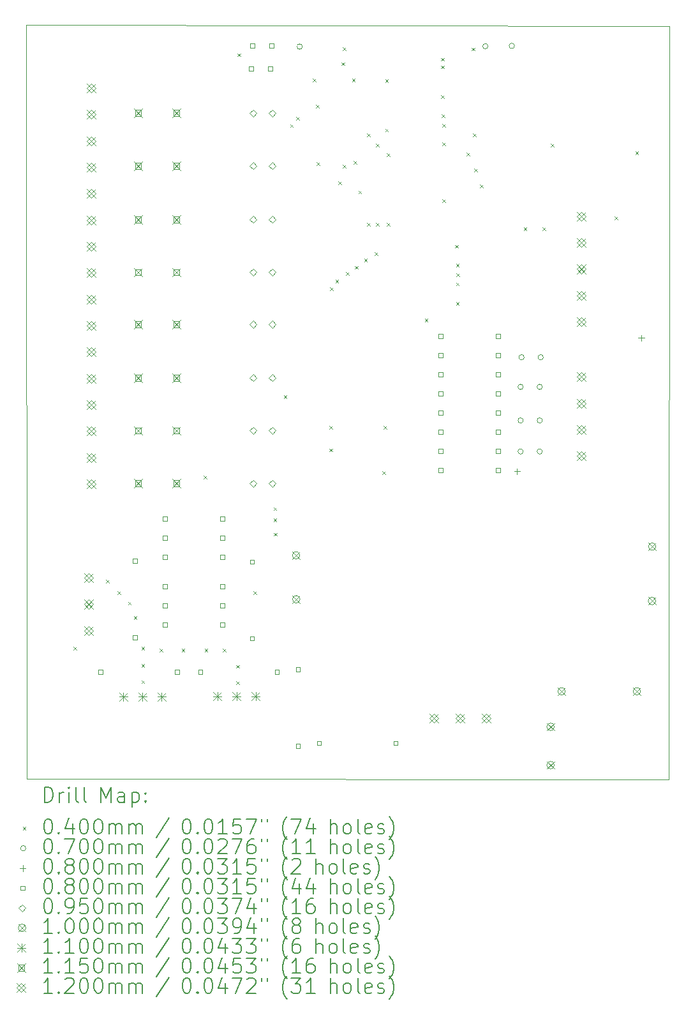
<source format=gbr>
%TF.GenerationSoftware,KiCad,Pcbnew,7.99.0-unknown-9f10c142c4~166~ubuntu22.04.1*%
%TF.CreationDate,2023-02-17T16:36:39+01:00*%
%TF.ProjectId,int_out,696e745f-6f75-4742-9e6b-696361645f70,rev?*%
%TF.SameCoordinates,Original*%
%TF.FileFunction,Drillmap*%
%TF.FilePolarity,Positive*%
%FSLAX45Y45*%
G04 Gerber Fmt 4.5, Leading zero omitted, Abs format (unit mm)*
G04 Created by KiCad (PCBNEW 7.99.0-unknown-9f10c142c4~166~ubuntu22.04.1) date 2023-02-17 16:36:39*
%MOMM*%
%LPD*%
G01*
G04 APERTURE LIST*
%ADD10C,0.100000*%
%ADD11C,0.200000*%
%ADD12C,0.040000*%
%ADD13C,0.070000*%
%ADD14C,0.080000*%
%ADD15C,0.095000*%
%ADD16C,0.110000*%
%ADD17C,0.115000*%
%ADD18C,0.120000*%
G04 APERTURE END LIST*
D10*
X15565000Y-13972500D02*
X7042500Y-13962500D01*
X15570000Y-3977500D02*
X15565000Y-13972500D01*
X7037500Y-3962500D02*
X15570000Y-3977500D01*
X7042500Y-13962500D02*
X7037500Y-3962500D01*
D11*
D12*
X7663500Y-12210100D02*
X7703500Y-12250100D01*
X7703500Y-12210100D02*
X7663500Y-12250100D01*
X8095300Y-11321100D02*
X8135300Y-11361100D01*
X8135300Y-11321100D02*
X8095300Y-11361100D01*
X8247700Y-11473500D02*
X8287700Y-11513500D01*
X8287700Y-11473500D02*
X8247700Y-11513500D01*
X8387400Y-11613200D02*
X8427400Y-11653200D01*
X8427400Y-11613200D02*
X8387400Y-11653200D01*
X8463600Y-11803700D02*
X8503600Y-11843700D01*
X8503600Y-11803700D02*
X8463600Y-11843700D01*
X8565200Y-12210100D02*
X8605200Y-12250100D01*
X8605200Y-12210100D02*
X8565200Y-12250100D01*
X8565200Y-12438700D02*
X8605200Y-12478700D01*
X8605200Y-12438700D02*
X8565200Y-12478700D01*
X8565200Y-12654600D02*
X8605200Y-12694600D01*
X8605200Y-12654600D02*
X8565200Y-12694600D01*
X8806500Y-12235500D02*
X8846500Y-12275500D01*
X8846500Y-12235500D02*
X8806500Y-12275500D01*
X9098600Y-12235500D02*
X9138600Y-12275500D01*
X9138600Y-12235500D02*
X9098600Y-12275500D01*
X9390000Y-9942500D02*
X9430000Y-9982500D01*
X9430000Y-9942500D02*
X9390000Y-9982500D01*
X9403400Y-12235500D02*
X9443400Y-12275500D01*
X9443400Y-12235500D02*
X9403400Y-12275500D01*
X9644700Y-12235500D02*
X9684700Y-12275500D01*
X9684700Y-12235500D02*
X9644700Y-12275500D01*
X9822500Y-12451400D02*
X9862500Y-12491400D01*
X9862500Y-12451400D02*
X9822500Y-12491400D01*
X9822500Y-12667300D02*
X9862500Y-12707300D01*
X9862500Y-12667300D02*
X9822500Y-12707300D01*
X9840000Y-4340000D02*
X9880000Y-4380000D01*
X9880000Y-4340000D02*
X9840000Y-4380000D01*
X10051100Y-11473500D02*
X10091100Y-11513500D01*
X10091100Y-11473500D02*
X10051100Y-11513500D01*
X10317800Y-10508300D02*
X10357800Y-10548300D01*
X10357800Y-10508300D02*
X10317800Y-10548300D01*
X10320000Y-10360000D02*
X10360000Y-10400000D01*
X10360000Y-10360000D02*
X10320000Y-10400000D01*
X10322880Y-10698800D02*
X10362880Y-10738800D01*
X10362880Y-10698800D02*
X10322880Y-10738800D01*
X10455000Y-8872500D02*
X10495000Y-8912500D01*
X10495000Y-8872500D02*
X10455000Y-8912500D01*
X10540000Y-5280000D02*
X10580000Y-5320000D01*
X10580000Y-5280000D02*
X10540000Y-5320000D01*
X10620000Y-5180000D02*
X10660000Y-5220000D01*
X10660000Y-5180000D02*
X10620000Y-5220000D01*
X10840000Y-4672500D02*
X10880000Y-4712500D01*
X10880000Y-4672500D02*
X10840000Y-4712500D01*
X10884000Y-5024000D02*
X10924000Y-5064000D01*
X10924000Y-5024000D02*
X10884000Y-5064000D01*
X10887500Y-5786000D02*
X10927500Y-5826000D01*
X10927500Y-5786000D02*
X10887500Y-5826000D01*
X11057500Y-9277500D02*
X11097500Y-9317500D01*
X11097500Y-9277500D02*
X11057500Y-9317500D01*
X11060000Y-9580000D02*
X11100000Y-9620000D01*
X11100000Y-9580000D02*
X11060000Y-9620000D01*
X11067500Y-7442500D02*
X11107500Y-7482500D01*
X11107500Y-7442500D02*
X11067500Y-7482500D01*
X11140000Y-7340000D02*
X11180000Y-7380000D01*
X11180000Y-7340000D02*
X11140000Y-7380000D01*
X11180000Y-6040000D02*
X11220000Y-6080000D01*
X11220000Y-6040000D02*
X11180000Y-6080000D01*
X11217500Y-4457500D02*
X11257500Y-4497500D01*
X11257500Y-4457500D02*
X11217500Y-4497500D01*
X11240000Y-4260000D02*
X11280000Y-4300000D01*
X11280000Y-4260000D02*
X11240000Y-4300000D01*
X11240000Y-5820000D02*
X11280000Y-5860000D01*
X11280000Y-5820000D02*
X11240000Y-5860000D01*
X11280000Y-7240000D02*
X11320000Y-7280000D01*
X11320000Y-7240000D02*
X11280000Y-7280000D01*
X11360000Y-4672500D02*
X11400000Y-4712500D01*
X11400000Y-4672500D02*
X11360000Y-4712500D01*
X11380000Y-5765000D02*
X11420000Y-5805000D01*
X11420000Y-5765000D02*
X11380000Y-5805000D01*
X11400000Y-7160000D02*
X11440000Y-7200000D01*
X11440000Y-7160000D02*
X11400000Y-7200000D01*
X11445500Y-6160000D02*
X11485500Y-6200000D01*
X11485500Y-6160000D02*
X11445500Y-6200000D01*
X11520000Y-7060000D02*
X11560000Y-7100000D01*
X11560000Y-7060000D02*
X11520000Y-7100000D01*
X11560000Y-5405000D02*
X11600000Y-5445000D01*
X11600000Y-5405000D02*
X11560000Y-5445000D01*
X11560000Y-6585000D02*
X11600000Y-6625000D01*
X11600000Y-6585000D02*
X11560000Y-6625000D01*
X11660000Y-6980000D02*
X11700000Y-7020000D01*
X11700000Y-6980000D02*
X11660000Y-7020000D01*
X11680000Y-5540000D02*
X11720000Y-5580000D01*
X11720000Y-5540000D02*
X11680000Y-5580000D01*
X11680000Y-6585000D02*
X11720000Y-6625000D01*
X11720000Y-6585000D02*
X11680000Y-6625000D01*
X11760000Y-9882500D02*
X11800000Y-9922500D01*
X11800000Y-9882500D02*
X11760000Y-9922500D01*
X11777500Y-9277500D02*
X11817500Y-9317500D01*
X11817500Y-9277500D02*
X11777500Y-9317500D01*
X11800000Y-4680000D02*
X11840000Y-4720000D01*
X11840000Y-4680000D02*
X11800000Y-4720000D01*
X11800000Y-5340000D02*
X11840000Y-5380000D01*
X11840000Y-5340000D02*
X11800000Y-5380000D01*
X11820000Y-5665000D02*
X11860000Y-5705000D01*
X11860000Y-5665000D02*
X11820000Y-5705000D01*
X11820000Y-6585000D02*
X11860000Y-6625000D01*
X11860000Y-6585000D02*
X11820000Y-6625000D01*
X12325000Y-7860000D02*
X12365000Y-7900000D01*
X12365000Y-7860000D02*
X12325000Y-7900000D01*
X12540000Y-4400000D02*
X12580000Y-4440000D01*
X12580000Y-4400000D02*
X12540000Y-4440000D01*
X12540000Y-4500000D02*
X12580000Y-4540000D01*
X12580000Y-4500000D02*
X12540000Y-4540000D01*
X12543000Y-4897000D02*
X12583000Y-4937000D01*
X12583000Y-4897000D02*
X12543000Y-4937000D01*
X12549000Y-5151000D02*
X12589000Y-5191000D01*
X12589000Y-5151000D02*
X12549000Y-5191000D01*
X12558000Y-5278000D02*
X12598000Y-5318000D01*
X12598000Y-5278000D02*
X12558000Y-5318000D01*
X12560000Y-5520000D02*
X12600000Y-5560000D01*
X12600000Y-5520000D02*
X12560000Y-5560000D01*
X12560000Y-6277500D02*
X12600000Y-6317500D01*
X12600000Y-6277500D02*
X12560000Y-6317500D01*
X12730050Y-6880785D02*
X12770050Y-6920785D01*
X12770050Y-6880785D02*
X12730050Y-6920785D01*
X12740000Y-7130000D02*
X12780000Y-7170000D01*
X12780000Y-7130000D02*
X12740000Y-7170000D01*
X12740000Y-7380000D02*
X12780000Y-7420000D01*
X12780000Y-7380000D02*
X12740000Y-7420000D01*
X12740000Y-7640000D02*
X12780000Y-7680000D01*
X12780000Y-7640000D02*
X12740000Y-7680000D01*
X12742500Y-7255000D02*
X12782500Y-7295000D01*
X12782500Y-7255000D02*
X12742500Y-7295000D01*
X12880000Y-5659000D02*
X12920000Y-5699000D01*
X12920000Y-5659000D02*
X12880000Y-5699000D01*
X12945000Y-4265000D02*
X12985000Y-4305000D01*
X12985000Y-4265000D02*
X12945000Y-4305000D01*
X12965000Y-5405000D02*
X13005000Y-5445000D01*
X13005000Y-5405000D02*
X12965000Y-5445000D01*
X12982500Y-5870000D02*
X13022500Y-5910000D01*
X13022500Y-5870000D02*
X12982500Y-5910000D01*
X13055000Y-6080000D02*
X13095000Y-6120000D01*
X13095000Y-6080000D02*
X13055000Y-6120000D01*
X13637500Y-6647500D02*
X13677500Y-6687500D01*
X13677500Y-6647500D02*
X13637500Y-6687500D01*
X13890000Y-6647500D02*
X13930000Y-6687500D01*
X13930000Y-6647500D02*
X13890000Y-6687500D01*
X14000000Y-5540000D02*
X14040000Y-5580000D01*
X14040000Y-5540000D02*
X14000000Y-5580000D01*
X14842500Y-6505000D02*
X14882500Y-6545000D01*
X14882500Y-6505000D02*
X14842500Y-6545000D01*
X15120000Y-5640000D02*
X15160000Y-5680000D01*
X15160000Y-5640000D02*
X15120000Y-5680000D01*
D13*
X10700000Y-4250000D02*
G75*
G03*
X10700000Y-4250000I-35000J0D01*
G01*
X13165000Y-4245000D02*
G75*
G03*
X13165000Y-4245000I-35000J0D01*
G01*
X13515000Y-4240000D02*
G75*
G03*
X13515000Y-4240000I-35000J0D01*
G01*
X13631700Y-8763000D02*
G75*
G03*
X13631700Y-8763000I-35000J0D01*
G01*
X13631700Y-9207500D02*
G75*
G03*
X13631700Y-9207500I-35000J0D01*
G01*
X13631700Y-9620000D02*
G75*
G03*
X13631700Y-9620000I-35000J0D01*
G01*
X13644400Y-8369300D02*
G75*
G03*
X13644400Y-8369300I-35000J0D01*
G01*
X13885700Y-8763000D02*
G75*
G03*
X13885700Y-8763000I-35000J0D01*
G01*
X13885700Y-9207500D02*
G75*
G03*
X13885700Y-9207500I-35000J0D01*
G01*
X13885700Y-9620000D02*
G75*
G03*
X13885700Y-9620000I-35000J0D01*
G01*
X13898400Y-8369300D02*
G75*
G03*
X13898400Y-8369300I-35000J0D01*
G01*
D14*
X13550000Y-9842500D02*
X13550000Y-9922500D01*
X13510000Y-9882500D02*
X13590000Y-9882500D01*
X15200000Y-8075000D02*
X15200000Y-8155000D01*
X15160000Y-8115000D02*
X15240000Y-8115000D01*
X8050284Y-12573284D02*
X8050284Y-12516715D01*
X7993715Y-12516715D01*
X7993715Y-12573284D01*
X8050284Y-12573284D01*
X8508285Y-11100285D02*
X8508285Y-11043716D01*
X8451716Y-11043716D01*
X8451716Y-11100285D01*
X8508285Y-11100285D01*
X8508285Y-12116284D02*
X8508285Y-12059715D01*
X8451716Y-12059715D01*
X8451716Y-12116284D01*
X8508285Y-12116284D01*
X8903785Y-10537785D02*
X8903785Y-10481216D01*
X8847216Y-10481216D01*
X8847216Y-10537785D01*
X8903785Y-10537785D01*
X8903785Y-10791785D02*
X8903785Y-10735216D01*
X8847216Y-10735216D01*
X8847216Y-10791785D01*
X8903785Y-10791785D01*
X8903785Y-11045785D02*
X8903785Y-10989216D01*
X8847216Y-10989216D01*
X8847216Y-11045785D01*
X8903785Y-11045785D01*
X8905785Y-11435784D02*
X8905785Y-11379215D01*
X8849216Y-11379215D01*
X8849216Y-11435784D01*
X8905785Y-11435784D01*
X8905785Y-11689784D02*
X8905785Y-11633215D01*
X8849216Y-11633215D01*
X8849216Y-11689784D01*
X8905785Y-11689784D01*
X8905785Y-11943784D02*
X8905785Y-11887215D01*
X8849216Y-11887215D01*
X8849216Y-11943784D01*
X8905785Y-11943784D01*
X9066285Y-12573284D02*
X9066285Y-12516715D01*
X9009716Y-12516715D01*
X9009716Y-12573284D01*
X9066285Y-12573284D01*
X9375285Y-12573284D02*
X9375285Y-12516715D01*
X9318716Y-12516715D01*
X9318716Y-12573284D01*
X9375285Y-12573284D01*
X9665785Y-10537785D02*
X9665785Y-10481216D01*
X9609216Y-10481216D01*
X9609216Y-10537785D01*
X9665785Y-10537785D01*
X9665785Y-10791785D02*
X9665785Y-10735216D01*
X9609216Y-10735216D01*
X9609216Y-10791785D01*
X9665785Y-10791785D01*
X9665785Y-11045785D02*
X9665785Y-10989216D01*
X9609216Y-10989216D01*
X9609216Y-11045785D01*
X9665785Y-11045785D01*
X9667785Y-11435784D02*
X9667785Y-11379215D01*
X9611216Y-11379215D01*
X9611216Y-11435784D01*
X9667785Y-11435784D01*
X9667785Y-11689784D02*
X9667785Y-11633215D01*
X9611216Y-11633215D01*
X9611216Y-11689784D01*
X9667785Y-11689784D01*
X9667785Y-11943784D02*
X9667785Y-11887215D01*
X9611216Y-11887215D01*
X9611216Y-11943784D01*
X9667785Y-11943784D01*
X10049285Y-4568285D02*
X10049285Y-4511716D01*
X9992716Y-4511716D01*
X9992716Y-4568285D01*
X10049285Y-4568285D01*
X10063285Y-11112285D02*
X10063285Y-11055716D01*
X10006716Y-11055716D01*
X10006716Y-11112285D01*
X10063285Y-11112285D01*
X10063285Y-12128284D02*
X10063285Y-12071715D01*
X10006716Y-12071715D01*
X10006716Y-12128284D01*
X10063285Y-12128284D01*
X10064285Y-4268285D02*
X10064285Y-4211716D01*
X10007716Y-4211716D01*
X10007716Y-4268285D01*
X10064285Y-4268285D01*
X10303285Y-4568285D02*
X10303285Y-4511716D01*
X10246716Y-4511716D01*
X10246716Y-4568285D01*
X10303285Y-4568285D01*
X10318285Y-4268285D02*
X10318285Y-4211716D01*
X10261716Y-4211716D01*
X10261716Y-4268285D01*
X10318285Y-4268285D01*
X10391285Y-12573284D02*
X10391285Y-12516715D01*
X10334716Y-12516715D01*
X10334716Y-12573284D01*
X10391285Y-12573284D01*
X10670885Y-12537784D02*
X10670885Y-12481215D01*
X10614316Y-12481215D01*
X10614316Y-12537784D01*
X10670885Y-12537784D01*
X10670885Y-13553784D02*
X10670885Y-13497215D01*
X10614316Y-13497215D01*
X10614316Y-13553784D01*
X10670885Y-13553784D01*
X10950285Y-13515684D02*
X10950285Y-13459115D01*
X10893716Y-13459115D01*
X10893716Y-13515684D01*
X10950285Y-13515684D01*
X11966284Y-13515684D02*
X11966284Y-13459115D01*
X11909715Y-13459115D01*
X11909715Y-13515684D01*
X11966284Y-13515684D01*
X12566284Y-8117784D02*
X12566284Y-8061215D01*
X12509715Y-8061215D01*
X12509715Y-8117784D01*
X12566284Y-8117784D01*
X12566284Y-8371784D02*
X12566284Y-8315215D01*
X12509715Y-8315215D01*
X12509715Y-8371784D01*
X12566284Y-8371784D01*
X12566284Y-8625785D02*
X12566284Y-8569216D01*
X12509715Y-8569216D01*
X12509715Y-8625785D01*
X12566284Y-8625785D01*
X12566284Y-8879785D02*
X12566284Y-8823216D01*
X12509715Y-8823216D01*
X12509715Y-8879785D01*
X12566284Y-8879785D01*
X12566284Y-9133785D02*
X12566284Y-9077216D01*
X12509715Y-9077216D01*
X12509715Y-9133785D01*
X12566284Y-9133785D01*
X12566284Y-9387785D02*
X12566284Y-9331216D01*
X12509715Y-9331216D01*
X12509715Y-9387785D01*
X12566284Y-9387785D01*
X12566284Y-9641785D02*
X12566284Y-9585216D01*
X12509715Y-9585216D01*
X12509715Y-9641785D01*
X12566284Y-9641785D01*
X12566284Y-9895785D02*
X12566284Y-9839216D01*
X12509715Y-9839216D01*
X12509715Y-9895785D01*
X12566284Y-9895785D01*
X13328284Y-8117784D02*
X13328284Y-8061215D01*
X13271715Y-8061215D01*
X13271715Y-8117784D01*
X13328284Y-8117784D01*
X13328284Y-8371784D02*
X13328284Y-8315215D01*
X13271715Y-8315215D01*
X13271715Y-8371784D01*
X13328284Y-8371784D01*
X13328284Y-8625785D02*
X13328284Y-8569216D01*
X13271715Y-8569216D01*
X13271715Y-8625785D01*
X13328284Y-8625785D01*
X13328284Y-8879785D02*
X13328284Y-8823216D01*
X13271715Y-8823216D01*
X13271715Y-8879785D01*
X13328284Y-8879785D01*
X13328284Y-9133785D02*
X13328284Y-9077216D01*
X13271715Y-9077216D01*
X13271715Y-9133785D01*
X13328284Y-9133785D01*
X13328284Y-9387785D02*
X13328284Y-9331216D01*
X13271715Y-9331216D01*
X13271715Y-9387785D01*
X13328284Y-9387785D01*
X13328284Y-9641785D02*
X13328284Y-9585216D01*
X13271715Y-9585216D01*
X13271715Y-9641785D01*
X13328284Y-9641785D01*
X13328284Y-9895785D02*
X13328284Y-9839216D01*
X13271715Y-9839216D01*
X13271715Y-9895785D01*
X13328284Y-9895785D01*
D15*
X10047000Y-5179750D02*
X10094500Y-5132250D01*
X10047000Y-5084750D01*
X9999500Y-5132250D01*
X10047000Y-5179750D01*
X10047000Y-5879750D02*
X10094500Y-5832250D01*
X10047000Y-5784750D01*
X9999500Y-5832250D01*
X10047000Y-5879750D01*
X10047000Y-6589750D02*
X10094500Y-6542250D01*
X10047000Y-6494750D01*
X9999500Y-6542250D01*
X10047000Y-6589750D01*
X10047000Y-7289750D02*
X10094500Y-7242250D01*
X10047000Y-7194750D01*
X9999500Y-7242250D01*
X10047000Y-7289750D01*
X10047000Y-7979750D02*
X10094500Y-7932250D01*
X10047000Y-7884750D01*
X9999500Y-7932250D01*
X10047000Y-7979750D01*
X10047000Y-8689750D02*
X10094500Y-8642250D01*
X10047000Y-8594750D01*
X9999500Y-8642250D01*
X10047000Y-8689750D01*
X10047000Y-9389750D02*
X10094500Y-9342250D01*
X10047000Y-9294750D01*
X9999500Y-9342250D01*
X10047000Y-9389750D01*
X10047000Y-10089750D02*
X10094500Y-10042250D01*
X10047000Y-9994750D01*
X9999500Y-10042250D01*
X10047000Y-10089750D01*
X10301000Y-5179750D02*
X10348500Y-5132250D01*
X10301000Y-5084750D01*
X10253500Y-5132250D01*
X10301000Y-5179750D01*
X10301000Y-5879750D02*
X10348500Y-5832250D01*
X10301000Y-5784750D01*
X10253500Y-5832250D01*
X10301000Y-5879750D01*
X10301000Y-6589750D02*
X10348500Y-6542250D01*
X10301000Y-6494750D01*
X10253500Y-6542250D01*
X10301000Y-6589750D01*
X10301000Y-7289750D02*
X10348500Y-7242250D01*
X10301000Y-7194750D01*
X10253500Y-7242250D01*
X10301000Y-7289750D01*
X10301000Y-7979750D02*
X10348500Y-7932250D01*
X10301000Y-7884750D01*
X10253500Y-7932250D01*
X10301000Y-7979750D01*
X10301000Y-8689750D02*
X10348500Y-8642250D01*
X10301000Y-8594750D01*
X10253500Y-8642250D01*
X10301000Y-8689750D01*
X10301000Y-9389750D02*
X10348500Y-9342250D01*
X10301000Y-9294750D01*
X10253500Y-9342250D01*
X10301000Y-9389750D01*
X10301000Y-10089750D02*
X10348500Y-10042250D01*
X10301000Y-9994750D01*
X10253500Y-10042250D01*
X10301000Y-10089750D01*
D10*
X10567500Y-10947500D02*
X10667500Y-11047500D01*
X10667500Y-10947500D02*
X10567500Y-11047500D01*
X10667500Y-10997500D02*
G75*
G03*
X10667500Y-10997500I-50000J0D01*
G01*
X10570000Y-11530000D02*
X10670000Y-11630000D01*
X10670000Y-11530000D02*
X10570000Y-11630000D01*
X10670000Y-11580000D02*
G75*
G03*
X10670000Y-11580000I-50000J0D01*
G01*
X13945400Y-13221500D02*
X14045400Y-13321500D01*
X14045400Y-13221500D02*
X13945400Y-13321500D01*
X14045400Y-13271500D02*
G75*
G03*
X14045400Y-13271500I-50000J0D01*
G01*
X13945400Y-13729500D02*
X14045400Y-13829500D01*
X14045400Y-13729500D02*
X13945400Y-13829500D01*
X14045400Y-13779500D02*
G75*
G03*
X14045400Y-13779500I-50000J0D01*
G01*
X14090000Y-12750000D02*
X14190000Y-12850000D01*
X14190000Y-12750000D02*
X14090000Y-12850000D01*
X14190000Y-12800000D02*
G75*
G03*
X14190000Y-12800000I-50000J0D01*
G01*
X15090000Y-12750000D02*
X15190000Y-12850000D01*
X15190000Y-12750000D02*
X15090000Y-12850000D01*
X15190000Y-12800000D02*
G75*
G03*
X15190000Y-12800000I-50000J0D01*
G01*
X15290000Y-11552500D02*
X15390000Y-11652500D01*
X15390000Y-11552500D02*
X15290000Y-11652500D01*
X15390000Y-11602500D02*
G75*
G03*
X15390000Y-11602500I-50000J0D01*
G01*
X15292500Y-10830000D02*
X15392500Y-10930000D01*
X15392500Y-10830000D02*
X15292500Y-10930000D01*
X15392500Y-10880000D02*
G75*
G03*
X15392500Y-10880000I-50000J0D01*
G01*
D16*
X8272000Y-12815000D02*
X8382000Y-12925000D01*
X8382000Y-12815000D02*
X8272000Y-12925000D01*
X8327000Y-12815000D02*
X8327000Y-12925000D01*
X8272000Y-12870000D02*
X8382000Y-12870000D01*
X8526000Y-12815000D02*
X8636000Y-12925000D01*
X8636000Y-12815000D02*
X8526000Y-12925000D01*
X8581000Y-12815000D02*
X8581000Y-12925000D01*
X8526000Y-12870000D02*
X8636000Y-12870000D01*
X8780000Y-12815000D02*
X8890000Y-12925000D01*
X8890000Y-12815000D02*
X8780000Y-12925000D01*
X8835000Y-12815000D02*
X8835000Y-12925000D01*
X8780000Y-12870000D02*
X8890000Y-12870000D01*
X9521000Y-12810500D02*
X9631000Y-12920500D01*
X9631000Y-12810500D02*
X9521000Y-12920500D01*
X9576000Y-12810500D02*
X9576000Y-12920500D01*
X9521000Y-12865500D02*
X9631000Y-12865500D01*
X9775000Y-12810500D02*
X9885000Y-12920500D01*
X9885000Y-12810500D02*
X9775000Y-12920500D01*
X9830000Y-12810500D02*
X9830000Y-12920500D01*
X9775000Y-12865500D02*
X9885000Y-12865500D01*
X10029000Y-12810500D02*
X10139000Y-12920500D01*
X10139000Y-12810500D02*
X10029000Y-12920500D01*
X10084000Y-12810500D02*
X10084000Y-12920500D01*
X10029000Y-12865500D02*
X10139000Y-12865500D01*
D17*
X8465500Y-5074750D02*
X8580500Y-5189750D01*
X8580500Y-5074750D02*
X8465500Y-5189750D01*
X8563659Y-5172909D02*
X8563659Y-5091591D01*
X8482341Y-5091591D01*
X8482341Y-5172909D01*
X8563659Y-5172909D01*
X8465500Y-5774750D02*
X8580500Y-5889750D01*
X8580500Y-5774750D02*
X8465500Y-5889750D01*
X8563659Y-5872909D02*
X8563659Y-5791591D01*
X8482341Y-5791591D01*
X8482341Y-5872909D01*
X8563659Y-5872909D01*
X8465500Y-6484750D02*
X8580500Y-6599750D01*
X8580500Y-6484750D02*
X8465500Y-6599750D01*
X8563659Y-6582909D02*
X8563659Y-6501591D01*
X8482341Y-6501591D01*
X8482341Y-6582909D01*
X8563659Y-6582909D01*
X8465500Y-7184750D02*
X8580500Y-7299750D01*
X8580500Y-7184750D02*
X8465500Y-7299750D01*
X8563659Y-7282909D02*
X8563659Y-7201591D01*
X8482341Y-7201591D01*
X8482341Y-7282909D01*
X8563659Y-7282909D01*
X8465500Y-7874750D02*
X8580500Y-7989750D01*
X8580500Y-7874750D02*
X8465500Y-7989750D01*
X8563659Y-7972909D02*
X8563659Y-7891591D01*
X8482341Y-7891591D01*
X8482341Y-7972909D01*
X8563659Y-7972909D01*
X8465500Y-8584750D02*
X8580500Y-8699750D01*
X8580500Y-8584750D02*
X8465500Y-8699750D01*
X8563659Y-8682909D02*
X8563659Y-8601591D01*
X8482341Y-8601591D01*
X8482341Y-8682909D01*
X8563659Y-8682909D01*
X8465500Y-9284750D02*
X8580500Y-9399750D01*
X8580500Y-9284750D02*
X8465500Y-9399750D01*
X8563659Y-9382909D02*
X8563659Y-9301591D01*
X8482341Y-9301591D01*
X8482341Y-9382909D01*
X8563659Y-9382909D01*
X8465500Y-9984750D02*
X8580500Y-10099750D01*
X8580500Y-9984750D02*
X8465500Y-10099750D01*
X8563659Y-10082909D02*
X8563659Y-10001591D01*
X8482341Y-10001591D01*
X8482341Y-10082909D01*
X8563659Y-10082909D01*
X8973500Y-5074750D02*
X9088500Y-5189750D01*
X9088500Y-5074750D02*
X8973500Y-5189750D01*
X9071659Y-5172909D02*
X9071659Y-5091591D01*
X8990341Y-5091591D01*
X8990341Y-5172909D01*
X9071659Y-5172909D01*
X8973500Y-5774750D02*
X9088500Y-5889750D01*
X9088500Y-5774750D02*
X8973500Y-5889750D01*
X9071659Y-5872909D02*
X9071659Y-5791591D01*
X8990341Y-5791591D01*
X8990341Y-5872909D01*
X9071659Y-5872909D01*
X8973500Y-6484750D02*
X9088500Y-6599750D01*
X9088500Y-6484750D02*
X8973500Y-6599750D01*
X9071659Y-6582909D02*
X9071659Y-6501591D01*
X8990341Y-6501591D01*
X8990341Y-6582909D01*
X9071659Y-6582909D01*
X8973500Y-7184750D02*
X9088500Y-7299750D01*
X9088500Y-7184750D02*
X8973500Y-7299750D01*
X9071659Y-7282909D02*
X9071659Y-7201591D01*
X8990341Y-7201591D01*
X8990341Y-7282909D01*
X9071659Y-7282909D01*
X8973500Y-7874750D02*
X9088500Y-7989750D01*
X9088500Y-7874750D02*
X8973500Y-7989750D01*
X9071659Y-7972909D02*
X9071659Y-7891591D01*
X8990341Y-7891591D01*
X8990341Y-7972909D01*
X9071659Y-7972909D01*
X8973500Y-8584750D02*
X9088500Y-8699750D01*
X9088500Y-8584750D02*
X8973500Y-8699750D01*
X9071659Y-8682909D02*
X9071659Y-8601591D01*
X8990341Y-8601591D01*
X8990341Y-8682909D01*
X9071659Y-8682909D01*
X8973500Y-9284750D02*
X9088500Y-9399750D01*
X9088500Y-9284750D02*
X8973500Y-9399750D01*
X9071659Y-9382909D02*
X9071659Y-9301591D01*
X8990341Y-9301591D01*
X8990341Y-9382909D01*
X9071659Y-9382909D01*
X8973500Y-9984750D02*
X9088500Y-10099750D01*
X9088500Y-9984750D02*
X8973500Y-10099750D01*
X9071659Y-10082909D02*
X9071659Y-10001591D01*
X8990341Y-10001591D01*
X8990341Y-10082909D01*
X9071659Y-10082909D01*
D18*
X7805000Y-11235000D02*
X7925000Y-11355000D01*
X7925000Y-11235000D02*
X7805000Y-11355000D01*
X7865000Y-11355000D02*
X7925000Y-11295000D01*
X7865000Y-11235000D01*
X7805000Y-11295000D01*
X7865000Y-11355000D01*
X7805000Y-11585000D02*
X7925000Y-11705000D01*
X7925000Y-11585000D02*
X7805000Y-11705000D01*
X7865000Y-11705000D02*
X7925000Y-11645000D01*
X7865000Y-11585000D01*
X7805000Y-11645000D01*
X7865000Y-11705000D01*
X7805000Y-11935000D02*
X7925000Y-12055000D01*
X7925000Y-11935000D02*
X7805000Y-12055000D01*
X7865000Y-12055000D02*
X7925000Y-11995000D01*
X7865000Y-11935000D01*
X7805000Y-11995000D01*
X7865000Y-12055000D01*
X7839250Y-4740000D02*
X7959250Y-4860000D01*
X7959250Y-4740000D02*
X7839250Y-4860000D01*
X7899250Y-4860000D02*
X7959250Y-4800000D01*
X7899250Y-4740000D01*
X7839250Y-4800000D01*
X7899250Y-4860000D01*
X7839250Y-5090000D02*
X7959250Y-5210000D01*
X7959250Y-5090000D02*
X7839250Y-5210000D01*
X7899250Y-5210000D02*
X7959250Y-5150000D01*
X7899250Y-5090000D01*
X7839250Y-5150000D01*
X7899250Y-5210000D01*
X7839250Y-5440000D02*
X7959250Y-5560000D01*
X7959250Y-5440000D02*
X7839250Y-5560000D01*
X7899250Y-5560000D02*
X7959250Y-5500000D01*
X7899250Y-5440000D01*
X7839250Y-5500000D01*
X7899250Y-5560000D01*
X7839250Y-5790000D02*
X7959250Y-5910000D01*
X7959250Y-5790000D02*
X7839250Y-5910000D01*
X7899250Y-5910000D02*
X7959250Y-5850000D01*
X7899250Y-5790000D01*
X7839250Y-5850000D01*
X7899250Y-5910000D01*
X7839250Y-6140000D02*
X7959250Y-6260000D01*
X7959250Y-6140000D02*
X7839250Y-6260000D01*
X7899250Y-6260000D02*
X7959250Y-6200000D01*
X7899250Y-6140000D01*
X7839250Y-6200000D01*
X7899250Y-6260000D01*
X7839250Y-6490000D02*
X7959250Y-6610000D01*
X7959250Y-6490000D02*
X7839250Y-6610000D01*
X7899250Y-6610000D02*
X7959250Y-6550000D01*
X7899250Y-6490000D01*
X7839250Y-6550000D01*
X7899250Y-6610000D01*
X7839250Y-6840000D02*
X7959250Y-6960000D01*
X7959250Y-6840000D02*
X7839250Y-6960000D01*
X7899250Y-6960000D02*
X7959250Y-6900000D01*
X7899250Y-6840000D01*
X7839250Y-6900000D01*
X7899250Y-6960000D01*
X7839250Y-7190000D02*
X7959250Y-7310000D01*
X7959250Y-7190000D02*
X7839250Y-7310000D01*
X7899250Y-7310000D02*
X7959250Y-7250000D01*
X7899250Y-7190000D01*
X7839250Y-7250000D01*
X7899250Y-7310000D01*
X7839250Y-7540000D02*
X7959250Y-7660000D01*
X7959250Y-7540000D02*
X7839250Y-7660000D01*
X7899250Y-7660000D02*
X7959250Y-7600000D01*
X7899250Y-7540000D01*
X7839250Y-7600000D01*
X7899250Y-7660000D01*
X7839250Y-7890000D02*
X7959250Y-8010000D01*
X7959250Y-7890000D02*
X7839250Y-8010000D01*
X7899250Y-8010000D02*
X7959250Y-7950000D01*
X7899250Y-7890000D01*
X7839250Y-7950000D01*
X7899250Y-8010000D01*
X7839250Y-8240000D02*
X7959250Y-8360000D01*
X7959250Y-8240000D02*
X7839250Y-8360000D01*
X7899250Y-8360000D02*
X7959250Y-8300000D01*
X7899250Y-8240000D01*
X7839250Y-8300000D01*
X7899250Y-8360000D01*
X7839250Y-8590000D02*
X7959250Y-8710000D01*
X7959250Y-8590000D02*
X7839250Y-8710000D01*
X7899250Y-8710000D02*
X7959250Y-8650000D01*
X7899250Y-8590000D01*
X7839250Y-8650000D01*
X7899250Y-8710000D01*
X7839250Y-8940000D02*
X7959250Y-9060000D01*
X7959250Y-8940000D02*
X7839250Y-9060000D01*
X7899250Y-9060000D02*
X7959250Y-9000000D01*
X7899250Y-8940000D01*
X7839250Y-9000000D01*
X7899250Y-9060000D01*
X7839250Y-9290000D02*
X7959250Y-9410000D01*
X7959250Y-9290000D02*
X7839250Y-9410000D01*
X7899250Y-9410000D02*
X7959250Y-9350000D01*
X7899250Y-9290000D01*
X7839250Y-9350000D01*
X7899250Y-9410000D01*
X7839250Y-9640000D02*
X7959250Y-9760000D01*
X7959250Y-9640000D02*
X7839250Y-9760000D01*
X7899250Y-9760000D02*
X7959250Y-9700000D01*
X7899250Y-9640000D01*
X7839250Y-9700000D01*
X7899250Y-9760000D01*
X7839250Y-9990000D02*
X7959250Y-10110000D01*
X7959250Y-9990000D02*
X7839250Y-10110000D01*
X7899250Y-10110000D02*
X7959250Y-10050000D01*
X7899250Y-9990000D01*
X7839250Y-10050000D01*
X7899250Y-10110000D01*
X12384500Y-13097200D02*
X12504500Y-13217200D01*
X12504500Y-13097200D02*
X12384500Y-13217200D01*
X12444500Y-13217200D02*
X12504500Y-13157200D01*
X12444500Y-13097200D01*
X12384500Y-13157200D01*
X12444500Y-13217200D01*
X12734500Y-13097200D02*
X12854500Y-13217200D01*
X12854500Y-13097200D02*
X12734500Y-13217200D01*
X12794500Y-13217200D02*
X12854500Y-13157200D01*
X12794500Y-13097200D01*
X12734500Y-13157200D01*
X12794500Y-13217200D01*
X13084500Y-13097200D02*
X13204500Y-13217200D01*
X13204500Y-13097200D02*
X13084500Y-13217200D01*
X13144500Y-13217200D02*
X13204500Y-13157200D01*
X13144500Y-13097200D01*
X13084500Y-13157200D01*
X13144500Y-13217200D01*
X14340000Y-6440000D02*
X14460000Y-6560000D01*
X14460000Y-6440000D02*
X14340000Y-6560000D01*
X14400000Y-6560000D02*
X14460000Y-6500000D01*
X14400000Y-6440000D01*
X14340000Y-6500000D01*
X14400000Y-6560000D01*
X14340000Y-6790000D02*
X14460000Y-6910000D01*
X14460000Y-6790000D02*
X14340000Y-6910000D01*
X14400000Y-6910000D02*
X14460000Y-6850000D01*
X14400000Y-6790000D01*
X14340000Y-6850000D01*
X14400000Y-6910000D01*
X14340000Y-7140000D02*
X14460000Y-7260000D01*
X14460000Y-7140000D02*
X14340000Y-7260000D01*
X14400000Y-7260000D02*
X14460000Y-7200000D01*
X14400000Y-7140000D01*
X14340000Y-7200000D01*
X14400000Y-7260000D01*
X14340000Y-7490000D02*
X14460000Y-7610000D01*
X14460000Y-7490000D02*
X14340000Y-7610000D01*
X14400000Y-7610000D02*
X14460000Y-7550000D01*
X14400000Y-7490000D01*
X14340000Y-7550000D01*
X14400000Y-7610000D01*
X14340000Y-7840000D02*
X14460000Y-7960000D01*
X14460000Y-7840000D02*
X14340000Y-7960000D01*
X14400000Y-7960000D02*
X14460000Y-7900000D01*
X14400000Y-7840000D01*
X14340000Y-7900000D01*
X14400000Y-7960000D01*
X14340000Y-8570000D02*
X14460000Y-8690000D01*
X14460000Y-8570000D02*
X14340000Y-8690000D01*
X14400000Y-8690000D02*
X14460000Y-8630000D01*
X14400000Y-8570000D01*
X14340000Y-8630000D01*
X14400000Y-8690000D01*
X14340000Y-8920000D02*
X14460000Y-9040000D01*
X14460000Y-8920000D02*
X14340000Y-9040000D01*
X14400000Y-9040000D02*
X14460000Y-8980000D01*
X14400000Y-8920000D01*
X14340000Y-8980000D01*
X14400000Y-9040000D01*
X14340000Y-9270000D02*
X14460000Y-9390000D01*
X14460000Y-9270000D02*
X14340000Y-9390000D01*
X14400000Y-9390000D02*
X14460000Y-9330000D01*
X14400000Y-9270000D01*
X14340000Y-9330000D01*
X14400000Y-9390000D01*
X14340000Y-9620000D02*
X14460000Y-9740000D01*
X14460000Y-9620000D02*
X14340000Y-9740000D01*
X14400000Y-9740000D02*
X14460000Y-9680000D01*
X14400000Y-9620000D01*
X14340000Y-9680000D01*
X14400000Y-9740000D01*
D11*
X7280119Y-14270976D02*
X7280119Y-14070976D01*
X7280119Y-14070976D02*
X7327738Y-14070976D01*
X7327738Y-14070976D02*
X7356309Y-14080500D01*
X7356309Y-14080500D02*
X7375357Y-14099548D01*
X7375357Y-14099548D02*
X7384881Y-14118595D01*
X7384881Y-14118595D02*
X7394405Y-14156690D01*
X7394405Y-14156690D02*
X7394405Y-14185262D01*
X7394405Y-14185262D02*
X7384881Y-14223357D01*
X7384881Y-14223357D02*
X7375357Y-14242405D01*
X7375357Y-14242405D02*
X7356309Y-14261452D01*
X7356309Y-14261452D02*
X7327738Y-14270976D01*
X7327738Y-14270976D02*
X7280119Y-14270976D01*
X7480119Y-14270976D02*
X7480119Y-14137643D01*
X7480119Y-14175738D02*
X7489643Y-14156690D01*
X7489643Y-14156690D02*
X7499167Y-14147167D01*
X7499167Y-14147167D02*
X7518214Y-14137643D01*
X7518214Y-14137643D02*
X7537262Y-14137643D01*
X7603928Y-14270976D02*
X7603928Y-14137643D01*
X7603928Y-14070976D02*
X7594405Y-14080500D01*
X7594405Y-14080500D02*
X7603928Y-14090024D01*
X7603928Y-14090024D02*
X7613452Y-14080500D01*
X7613452Y-14080500D02*
X7603928Y-14070976D01*
X7603928Y-14070976D02*
X7603928Y-14090024D01*
X7727738Y-14270976D02*
X7708690Y-14261452D01*
X7708690Y-14261452D02*
X7699167Y-14242405D01*
X7699167Y-14242405D02*
X7699167Y-14070976D01*
X7832500Y-14270976D02*
X7813452Y-14261452D01*
X7813452Y-14261452D02*
X7803928Y-14242405D01*
X7803928Y-14242405D02*
X7803928Y-14070976D01*
X8028690Y-14270976D02*
X8028690Y-14070976D01*
X8028690Y-14070976D02*
X8095357Y-14213833D01*
X8095357Y-14213833D02*
X8162024Y-14070976D01*
X8162024Y-14070976D02*
X8162024Y-14270976D01*
X8342976Y-14270976D02*
X8342976Y-14166214D01*
X8342976Y-14166214D02*
X8333452Y-14147167D01*
X8333452Y-14147167D02*
X8314405Y-14137643D01*
X8314405Y-14137643D02*
X8276309Y-14137643D01*
X8276309Y-14137643D02*
X8257262Y-14147167D01*
X8342976Y-14261452D02*
X8323928Y-14270976D01*
X8323928Y-14270976D02*
X8276309Y-14270976D01*
X8276309Y-14270976D02*
X8257262Y-14261452D01*
X8257262Y-14261452D02*
X8247738Y-14242405D01*
X8247738Y-14242405D02*
X8247738Y-14223357D01*
X8247738Y-14223357D02*
X8257262Y-14204309D01*
X8257262Y-14204309D02*
X8276309Y-14194786D01*
X8276309Y-14194786D02*
X8323928Y-14194786D01*
X8323928Y-14194786D02*
X8342976Y-14185262D01*
X8438214Y-14137643D02*
X8438214Y-14337643D01*
X8438214Y-14147167D02*
X8457262Y-14137643D01*
X8457262Y-14137643D02*
X8495357Y-14137643D01*
X8495357Y-14137643D02*
X8514405Y-14147167D01*
X8514405Y-14147167D02*
X8523929Y-14156690D01*
X8523929Y-14156690D02*
X8533452Y-14175738D01*
X8533452Y-14175738D02*
X8533452Y-14232881D01*
X8533452Y-14232881D02*
X8523929Y-14251928D01*
X8523929Y-14251928D02*
X8514405Y-14261452D01*
X8514405Y-14261452D02*
X8495357Y-14270976D01*
X8495357Y-14270976D02*
X8457262Y-14270976D01*
X8457262Y-14270976D02*
X8438214Y-14261452D01*
X8619167Y-14251928D02*
X8628690Y-14261452D01*
X8628690Y-14261452D02*
X8619167Y-14270976D01*
X8619167Y-14270976D02*
X8609643Y-14261452D01*
X8609643Y-14261452D02*
X8619167Y-14251928D01*
X8619167Y-14251928D02*
X8619167Y-14270976D01*
X8619167Y-14147167D02*
X8628690Y-14156690D01*
X8628690Y-14156690D02*
X8619167Y-14166214D01*
X8619167Y-14166214D02*
X8609643Y-14156690D01*
X8609643Y-14156690D02*
X8619167Y-14147167D01*
X8619167Y-14147167D02*
X8619167Y-14166214D01*
D12*
X6992500Y-14597500D02*
X7032500Y-14637500D01*
X7032500Y-14597500D02*
X6992500Y-14637500D01*
D11*
X7318214Y-14490976D02*
X7337262Y-14490976D01*
X7337262Y-14490976D02*
X7356309Y-14500500D01*
X7356309Y-14500500D02*
X7365833Y-14510024D01*
X7365833Y-14510024D02*
X7375357Y-14529071D01*
X7375357Y-14529071D02*
X7384881Y-14567167D01*
X7384881Y-14567167D02*
X7384881Y-14614786D01*
X7384881Y-14614786D02*
X7375357Y-14652881D01*
X7375357Y-14652881D02*
X7365833Y-14671928D01*
X7365833Y-14671928D02*
X7356309Y-14681452D01*
X7356309Y-14681452D02*
X7337262Y-14690976D01*
X7337262Y-14690976D02*
X7318214Y-14690976D01*
X7318214Y-14690976D02*
X7299167Y-14681452D01*
X7299167Y-14681452D02*
X7289643Y-14671928D01*
X7289643Y-14671928D02*
X7280119Y-14652881D01*
X7280119Y-14652881D02*
X7270595Y-14614786D01*
X7270595Y-14614786D02*
X7270595Y-14567167D01*
X7270595Y-14567167D02*
X7280119Y-14529071D01*
X7280119Y-14529071D02*
X7289643Y-14510024D01*
X7289643Y-14510024D02*
X7299167Y-14500500D01*
X7299167Y-14500500D02*
X7318214Y-14490976D01*
X7470595Y-14671928D02*
X7480119Y-14681452D01*
X7480119Y-14681452D02*
X7470595Y-14690976D01*
X7470595Y-14690976D02*
X7461071Y-14681452D01*
X7461071Y-14681452D02*
X7470595Y-14671928D01*
X7470595Y-14671928D02*
X7470595Y-14690976D01*
X7651548Y-14557643D02*
X7651548Y-14690976D01*
X7603928Y-14481452D02*
X7556309Y-14624309D01*
X7556309Y-14624309D02*
X7680119Y-14624309D01*
X7794405Y-14490976D02*
X7813452Y-14490976D01*
X7813452Y-14490976D02*
X7832500Y-14500500D01*
X7832500Y-14500500D02*
X7842024Y-14510024D01*
X7842024Y-14510024D02*
X7851548Y-14529071D01*
X7851548Y-14529071D02*
X7861071Y-14567167D01*
X7861071Y-14567167D02*
X7861071Y-14614786D01*
X7861071Y-14614786D02*
X7851548Y-14652881D01*
X7851548Y-14652881D02*
X7842024Y-14671928D01*
X7842024Y-14671928D02*
X7832500Y-14681452D01*
X7832500Y-14681452D02*
X7813452Y-14690976D01*
X7813452Y-14690976D02*
X7794405Y-14690976D01*
X7794405Y-14690976D02*
X7775357Y-14681452D01*
X7775357Y-14681452D02*
X7765833Y-14671928D01*
X7765833Y-14671928D02*
X7756309Y-14652881D01*
X7756309Y-14652881D02*
X7746786Y-14614786D01*
X7746786Y-14614786D02*
X7746786Y-14567167D01*
X7746786Y-14567167D02*
X7756309Y-14529071D01*
X7756309Y-14529071D02*
X7765833Y-14510024D01*
X7765833Y-14510024D02*
X7775357Y-14500500D01*
X7775357Y-14500500D02*
X7794405Y-14490976D01*
X7984881Y-14490976D02*
X8003929Y-14490976D01*
X8003929Y-14490976D02*
X8022976Y-14500500D01*
X8022976Y-14500500D02*
X8032500Y-14510024D01*
X8032500Y-14510024D02*
X8042024Y-14529071D01*
X8042024Y-14529071D02*
X8051548Y-14567167D01*
X8051548Y-14567167D02*
X8051548Y-14614786D01*
X8051548Y-14614786D02*
X8042024Y-14652881D01*
X8042024Y-14652881D02*
X8032500Y-14671928D01*
X8032500Y-14671928D02*
X8022976Y-14681452D01*
X8022976Y-14681452D02*
X8003929Y-14690976D01*
X8003929Y-14690976D02*
X7984881Y-14690976D01*
X7984881Y-14690976D02*
X7965833Y-14681452D01*
X7965833Y-14681452D02*
X7956309Y-14671928D01*
X7956309Y-14671928D02*
X7946786Y-14652881D01*
X7946786Y-14652881D02*
X7937262Y-14614786D01*
X7937262Y-14614786D02*
X7937262Y-14567167D01*
X7937262Y-14567167D02*
X7946786Y-14529071D01*
X7946786Y-14529071D02*
X7956309Y-14510024D01*
X7956309Y-14510024D02*
X7965833Y-14500500D01*
X7965833Y-14500500D02*
X7984881Y-14490976D01*
X8137262Y-14690976D02*
X8137262Y-14557643D01*
X8137262Y-14576690D02*
X8146786Y-14567167D01*
X8146786Y-14567167D02*
X8165833Y-14557643D01*
X8165833Y-14557643D02*
X8194405Y-14557643D01*
X8194405Y-14557643D02*
X8213452Y-14567167D01*
X8213452Y-14567167D02*
X8222976Y-14586214D01*
X8222976Y-14586214D02*
X8222976Y-14690976D01*
X8222976Y-14586214D02*
X8232500Y-14567167D01*
X8232500Y-14567167D02*
X8251548Y-14557643D01*
X8251548Y-14557643D02*
X8280119Y-14557643D01*
X8280119Y-14557643D02*
X8299167Y-14567167D01*
X8299167Y-14567167D02*
X8308690Y-14586214D01*
X8308690Y-14586214D02*
X8308690Y-14690976D01*
X8403929Y-14690976D02*
X8403929Y-14557643D01*
X8403929Y-14576690D02*
X8413452Y-14567167D01*
X8413452Y-14567167D02*
X8432500Y-14557643D01*
X8432500Y-14557643D02*
X8461072Y-14557643D01*
X8461072Y-14557643D02*
X8480119Y-14567167D01*
X8480119Y-14567167D02*
X8489643Y-14586214D01*
X8489643Y-14586214D02*
X8489643Y-14690976D01*
X8489643Y-14586214D02*
X8499167Y-14567167D01*
X8499167Y-14567167D02*
X8518214Y-14557643D01*
X8518214Y-14557643D02*
X8546786Y-14557643D01*
X8546786Y-14557643D02*
X8565833Y-14567167D01*
X8565833Y-14567167D02*
X8575357Y-14586214D01*
X8575357Y-14586214D02*
X8575357Y-14690976D01*
X8933452Y-14481452D02*
X8762024Y-14738595D01*
X9158214Y-14490976D02*
X9177262Y-14490976D01*
X9177262Y-14490976D02*
X9196310Y-14500500D01*
X9196310Y-14500500D02*
X9205833Y-14510024D01*
X9205833Y-14510024D02*
X9215357Y-14529071D01*
X9215357Y-14529071D02*
X9224881Y-14567167D01*
X9224881Y-14567167D02*
X9224881Y-14614786D01*
X9224881Y-14614786D02*
X9215357Y-14652881D01*
X9215357Y-14652881D02*
X9205833Y-14671928D01*
X9205833Y-14671928D02*
X9196310Y-14681452D01*
X9196310Y-14681452D02*
X9177262Y-14690976D01*
X9177262Y-14690976D02*
X9158214Y-14690976D01*
X9158214Y-14690976D02*
X9139167Y-14681452D01*
X9139167Y-14681452D02*
X9129643Y-14671928D01*
X9129643Y-14671928D02*
X9120119Y-14652881D01*
X9120119Y-14652881D02*
X9110595Y-14614786D01*
X9110595Y-14614786D02*
X9110595Y-14567167D01*
X9110595Y-14567167D02*
X9120119Y-14529071D01*
X9120119Y-14529071D02*
X9129643Y-14510024D01*
X9129643Y-14510024D02*
X9139167Y-14500500D01*
X9139167Y-14500500D02*
X9158214Y-14490976D01*
X9310595Y-14671928D02*
X9320119Y-14681452D01*
X9320119Y-14681452D02*
X9310595Y-14690976D01*
X9310595Y-14690976D02*
X9301072Y-14681452D01*
X9301072Y-14681452D02*
X9310595Y-14671928D01*
X9310595Y-14671928D02*
X9310595Y-14690976D01*
X9443929Y-14490976D02*
X9462976Y-14490976D01*
X9462976Y-14490976D02*
X9482024Y-14500500D01*
X9482024Y-14500500D02*
X9491548Y-14510024D01*
X9491548Y-14510024D02*
X9501072Y-14529071D01*
X9501072Y-14529071D02*
X9510595Y-14567167D01*
X9510595Y-14567167D02*
X9510595Y-14614786D01*
X9510595Y-14614786D02*
X9501072Y-14652881D01*
X9501072Y-14652881D02*
X9491548Y-14671928D01*
X9491548Y-14671928D02*
X9482024Y-14681452D01*
X9482024Y-14681452D02*
X9462976Y-14690976D01*
X9462976Y-14690976D02*
X9443929Y-14690976D01*
X9443929Y-14690976D02*
X9424881Y-14681452D01*
X9424881Y-14681452D02*
X9415357Y-14671928D01*
X9415357Y-14671928D02*
X9405833Y-14652881D01*
X9405833Y-14652881D02*
X9396310Y-14614786D01*
X9396310Y-14614786D02*
X9396310Y-14567167D01*
X9396310Y-14567167D02*
X9405833Y-14529071D01*
X9405833Y-14529071D02*
X9415357Y-14510024D01*
X9415357Y-14510024D02*
X9424881Y-14500500D01*
X9424881Y-14500500D02*
X9443929Y-14490976D01*
X9701072Y-14690976D02*
X9586786Y-14690976D01*
X9643929Y-14690976D02*
X9643929Y-14490976D01*
X9643929Y-14490976D02*
X9624881Y-14519548D01*
X9624881Y-14519548D02*
X9605833Y-14538595D01*
X9605833Y-14538595D02*
X9586786Y-14548119D01*
X9882024Y-14490976D02*
X9786786Y-14490976D01*
X9786786Y-14490976D02*
X9777262Y-14586214D01*
X9777262Y-14586214D02*
X9786786Y-14576690D01*
X9786786Y-14576690D02*
X9805833Y-14567167D01*
X9805833Y-14567167D02*
X9853453Y-14567167D01*
X9853453Y-14567167D02*
X9872500Y-14576690D01*
X9872500Y-14576690D02*
X9882024Y-14586214D01*
X9882024Y-14586214D02*
X9891548Y-14605262D01*
X9891548Y-14605262D02*
X9891548Y-14652881D01*
X9891548Y-14652881D02*
X9882024Y-14671928D01*
X9882024Y-14671928D02*
X9872500Y-14681452D01*
X9872500Y-14681452D02*
X9853453Y-14690976D01*
X9853453Y-14690976D02*
X9805833Y-14690976D01*
X9805833Y-14690976D02*
X9786786Y-14681452D01*
X9786786Y-14681452D02*
X9777262Y-14671928D01*
X9958214Y-14490976D02*
X10091548Y-14490976D01*
X10091548Y-14490976D02*
X10005833Y-14690976D01*
X10158214Y-14490976D02*
X10158214Y-14529071D01*
X10234405Y-14490976D02*
X10234405Y-14529071D01*
X10497262Y-14767167D02*
X10487738Y-14757643D01*
X10487738Y-14757643D02*
X10468691Y-14729071D01*
X10468691Y-14729071D02*
X10459167Y-14710024D01*
X10459167Y-14710024D02*
X10449643Y-14681452D01*
X10449643Y-14681452D02*
X10440119Y-14633833D01*
X10440119Y-14633833D02*
X10440119Y-14595738D01*
X10440119Y-14595738D02*
X10449643Y-14548119D01*
X10449643Y-14548119D02*
X10459167Y-14519548D01*
X10459167Y-14519548D02*
X10468691Y-14500500D01*
X10468691Y-14500500D02*
X10487738Y-14471928D01*
X10487738Y-14471928D02*
X10497262Y-14462405D01*
X10554405Y-14490976D02*
X10687738Y-14490976D01*
X10687738Y-14490976D02*
X10602024Y-14690976D01*
X10849643Y-14557643D02*
X10849643Y-14690976D01*
X10802024Y-14481452D02*
X10754405Y-14624309D01*
X10754405Y-14624309D02*
X10878214Y-14624309D01*
X11074405Y-14690976D02*
X11074405Y-14490976D01*
X11160119Y-14690976D02*
X11160119Y-14586214D01*
X11160119Y-14586214D02*
X11150595Y-14567167D01*
X11150595Y-14567167D02*
X11131548Y-14557643D01*
X11131548Y-14557643D02*
X11102976Y-14557643D01*
X11102976Y-14557643D02*
X11083929Y-14567167D01*
X11083929Y-14567167D02*
X11074405Y-14576690D01*
X11283929Y-14690976D02*
X11264881Y-14681452D01*
X11264881Y-14681452D02*
X11255357Y-14671928D01*
X11255357Y-14671928D02*
X11245833Y-14652881D01*
X11245833Y-14652881D02*
X11245833Y-14595738D01*
X11245833Y-14595738D02*
X11255357Y-14576690D01*
X11255357Y-14576690D02*
X11264881Y-14567167D01*
X11264881Y-14567167D02*
X11283929Y-14557643D01*
X11283929Y-14557643D02*
X11312500Y-14557643D01*
X11312500Y-14557643D02*
X11331548Y-14567167D01*
X11331548Y-14567167D02*
X11341072Y-14576690D01*
X11341072Y-14576690D02*
X11350595Y-14595738D01*
X11350595Y-14595738D02*
X11350595Y-14652881D01*
X11350595Y-14652881D02*
X11341072Y-14671928D01*
X11341072Y-14671928D02*
X11331548Y-14681452D01*
X11331548Y-14681452D02*
X11312500Y-14690976D01*
X11312500Y-14690976D02*
X11283929Y-14690976D01*
X11464881Y-14690976D02*
X11445833Y-14681452D01*
X11445833Y-14681452D02*
X11436310Y-14662405D01*
X11436310Y-14662405D02*
X11436310Y-14490976D01*
X11617262Y-14681452D02*
X11598214Y-14690976D01*
X11598214Y-14690976D02*
X11560119Y-14690976D01*
X11560119Y-14690976D02*
X11541072Y-14681452D01*
X11541072Y-14681452D02*
X11531548Y-14662405D01*
X11531548Y-14662405D02*
X11531548Y-14586214D01*
X11531548Y-14586214D02*
X11541072Y-14567167D01*
X11541072Y-14567167D02*
X11560119Y-14557643D01*
X11560119Y-14557643D02*
X11598214Y-14557643D01*
X11598214Y-14557643D02*
X11617262Y-14567167D01*
X11617262Y-14567167D02*
X11626786Y-14586214D01*
X11626786Y-14586214D02*
X11626786Y-14605262D01*
X11626786Y-14605262D02*
X11531548Y-14624309D01*
X11702976Y-14681452D02*
X11722024Y-14690976D01*
X11722024Y-14690976D02*
X11760119Y-14690976D01*
X11760119Y-14690976D02*
X11779167Y-14681452D01*
X11779167Y-14681452D02*
X11788691Y-14662405D01*
X11788691Y-14662405D02*
X11788691Y-14652881D01*
X11788691Y-14652881D02*
X11779167Y-14633833D01*
X11779167Y-14633833D02*
X11760119Y-14624309D01*
X11760119Y-14624309D02*
X11731548Y-14624309D01*
X11731548Y-14624309D02*
X11712500Y-14614786D01*
X11712500Y-14614786D02*
X11702976Y-14595738D01*
X11702976Y-14595738D02*
X11702976Y-14586214D01*
X11702976Y-14586214D02*
X11712500Y-14567167D01*
X11712500Y-14567167D02*
X11731548Y-14557643D01*
X11731548Y-14557643D02*
X11760119Y-14557643D01*
X11760119Y-14557643D02*
X11779167Y-14567167D01*
X11855357Y-14767167D02*
X11864881Y-14757643D01*
X11864881Y-14757643D02*
X11883929Y-14729071D01*
X11883929Y-14729071D02*
X11893453Y-14710024D01*
X11893453Y-14710024D02*
X11902976Y-14681452D01*
X11902976Y-14681452D02*
X11912500Y-14633833D01*
X11912500Y-14633833D02*
X11912500Y-14595738D01*
X11912500Y-14595738D02*
X11902976Y-14548119D01*
X11902976Y-14548119D02*
X11893453Y-14519548D01*
X11893453Y-14519548D02*
X11883929Y-14500500D01*
X11883929Y-14500500D02*
X11864881Y-14471928D01*
X11864881Y-14471928D02*
X11855357Y-14462405D01*
D13*
X7032500Y-14881500D02*
G75*
G03*
X7032500Y-14881500I-35000J0D01*
G01*
D11*
X7318214Y-14754976D02*
X7337262Y-14754976D01*
X7337262Y-14754976D02*
X7356309Y-14764500D01*
X7356309Y-14764500D02*
X7365833Y-14774024D01*
X7365833Y-14774024D02*
X7375357Y-14793071D01*
X7375357Y-14793071D02*
X7384881Y-14831167D01*
X7384881Y-14831167D02*
X7384881Y-14878786D01*
X7384881Y-14878786D02*
X7375357Y-14916881D01*
X7375357Y-14916881D02*
X7365833Y-14935928D01*
X7365833Y-14935928D02*
X7356309Y-14945452D01*
X7356309Y-14945452D02*
X7337262Y-14954976D01*
X7337262Y-14954976D02*
X7318214Y-14954976D01*
X7318214Y-14954976D02*
X7299167Y-14945452D01*
X7299167Y-14945452D02*
X7289643Y-14935928D01*
X7289643Y-14935928D02*
X7280119Y-14916881D01*
X7280119Y-14916881D02*
X7270595Y-14878786D01*
X7270595Y-14878786D02*
X7270595Y-14831167D01*
X7270595Y-14831167D02*
X7280119Y-14793071D01*
X7280119Y-14793071D02*
X7289643Y-14774024D01*
X7289643Y-14774024D02*
X7299167Y-14764500D01*
X7299167Y-14764500D02*
X7318214Y-14754976D01*
X7470595Y-14935928D02*
X7480119Y-14945452D01*
X7480119Y-14945452D02*
X7470595Y-14954976D01*
X7470595Y-14954976D02*
X7461071Y-14945452D01*
X7461071Y-14945452D02*
X7470595Y-14935928D01*
X7470595Y-14935928D02*
X7470595Y-14954976D01*
X7546786Y-14754976D02*
X7680119Y-14754976D01*
X7680119Y-14754976D02*
X7594405Y-14954976D01*
X7794405Y-14754976D02*
X7813452Y-14754976D01*
X7813452Y-14754976D02*
X7832500Y-14764500D01*
X7832500Y-14764500D02*
X7842024Y-14774024D01*
X7842024Y-14774024D02*
X7851548Y-14793071D01*
X7851548Y-14793071D02*
X7861071Y-14831167D01*
X7861071Y-14831167D02*
X7861071Y-14878786D01*
X7861071Y-14878786D02*
X7851548Y-14916881D01*
X7851548Y-14916881D02*
X7842024Y-14935928D01*
X7842024Y-14935928D02*
X7832500Y-14945452D01*
X7832500Y-14945452D02*
X7813452Y-14954976D01*
X7813452Y-14954976D02*
X7794405Y-14954976D01*
X7794405Y-14954976D02*
X7775357Y-14945452D01*
X7775357Y-14945452D02*
X7765833Y-14935928D01*
X7765833Y-14935928D02*
X7756309Y-14916881D01*
X7756309Y-14916881D02*
X7746786Y-14878786D01*
X7746786Y-14878786D02*
X7746786Y-14831167D01*
X7746786Y-14831167D02*
X7756309Y-14793071D01*
X7756309Y-14793071D02*
X7765833Y-14774024D01*
X7765833Y-14774024D02*
X7775357Y-14764500D01*
X7775357Y-14764500D02*
X7794405Y-14754976D01*
X7984881Y-14754976D02*
X8003929Y-14754976D01*
X8003929Y-14754976D02*
X8022976Y-14764500D01*
X8022976Y-14764500D02*
X8032500Y-14774024D01*
X8032500Y-14774024D02*
X8042024Y-14793071D01*
X8042024Y-14793071D02*
X8051548Y-14831167D01*
X8051548Y-14831167D02*
X8051548Y-14878786D01*
X8051548Y-14878786D02*
X8042024Y-14916881D01*
X8042024Y-14916881D02*
X8032500Y-14935928D01*
X8032500Y-14935928D02*
X8022976Y-14945452D01*
X8022976Y-14945452D02*
X8003929Y-14954976D01*
X8003929Y-14954976D02*
X7984881Y-14954976D01*
X7984881Y-14954976D02*
X7965833Y-14945452D01*
X7965833Y-14945452D02*
X7956309Y-14935928D01*
X7956309Y-14935928D02*
X7946786Y-14916881D01*
X7946786Y-14916881D02*
X7937262Y-14878786D01*
X7937262Y-14878786D02*
X7937262Y-14831167D01*
X7937262Y-14831167D02*
X7946786Y-14793071D01*
X7946786Y-14793071D02*
X7956309Y-14774024D01*
X7956309Y-14774024D02*
X7965833Y-14764500D01*
X7965833Y-14764500D02*
X7984881Y-14754976D01*
X8137262Y-14954976D02*
X8137262Y-14821643D01*
X8137262Y-14840690D02*
X8146786Y-14831167D01*
X8146786Y-14831167D02*
X8165833Y-14821643D01*
X8165833Y-14821643D02*
X8194405Y-14821643D01*
X8194405Y-14821643D02*
X8213452Y-14831167D01*
X8213452Y-14831167D02*
X8222976Y-14850214D01*
X8222976Y-14850214D02*
X8222976Y-14954976D01*
X8222976Y-14850214D02*
X8232500Y-14831167D01*
X8232500Y-14831167D02*
X8251548Y-14821643D01*
X8251548Y-14821643D02*
X8280119Y-14821643D01*
X8280119Y-14821643D02*
X8299167Y-14831167D01*
X8299167Y-14831167D02*
X8308690Y-14850214D01*
X8308690Y-14850214D02*
X8308690Y-14954976D01*
X8403929Y-14954976D02*
X8403929Y-14821643D01*
X8403929Y-14840690D02*
X8413452Y-14831167D01*
X8413452Y-14831167D02*
X8432500Y-14821643D01*
X8432500Y-14821643D02*
X8461072Y-14821643D01*
X8461072Y-14821643D02*
X8480119Y-14831167D01*
X8480119Y-14831167D02*
X8489643Y-14850214D01*
X8489643Y-14850214D02*
X8489643Y-14954976D01*
X8489643Y-14850214D02*
X8499167Y-14831167D01*
X8499167Y-14831167D02*
X8518214Y-14821643D01*
X8518214Y-14821643D02*
X8546786Y-14821643D01*
X8546786Y-14821643D02*
X8565833Y-14831167D01*
X8565833Y-14831167D02*
X8575357Y-14850214D01*
X8575357Y-14850214D02*
X8575357Y-14954976D01*
X8933452Y-14745452D02*
X8762024Y-15002595D01*
X9158214Y-14754976D02*
X9177262Y-14754976D01*
X9177262Y-14754976D02*
X9196310Y-14764500D01*
X9196310Y-14764500D02*
X9205833Y-14774024D01*
X9205833Y-14774024D02*
X9215357Y-14793071D01*
X9215357Y-14793071D02*
X9224881Y-14831167D01*
X9224881Y-14831167D02*
X9224881Y-14878786D01*
X9224881Y-14878786D02*
X9215357Y-14916881D01*
X9215357Y-14916881D02*
X9205833Y-14935928D01*
X9205833Y-14935928D02*
X9196310Y-14945452D01*
X9196310Y-14945452D02*
X9177262Y-14954976D01*
X9177262Y-14954976D02*
X9158214Y-14954976D01*
X9158214Y-14954976D02*
X9139167Y-14945452D01*
X9139167Y-14945452D02*
X9129643Y-14935928D01*
X9129643Y-14935928D02*
X9120119Y-14916881D01*
X9120119Y-14916881D02*
X9110595Y-14878786D01*
X9110595Y-14878786D02*
X9110595Y-14831167D01*
X9110595Y-14831167D02*
X9120119Y-14793071D01*
X9120119Y-14793071D02*
X9129643Y-14774024D01*
X9129643Y-14774024D02*
X9139167Y-14764500D01*
X9139167Y-14764500D02*
X9158214Y-14754976D01*
X9310595Y-14935928D02*
X9320119Y-14945452D01*
X9320119Y-14945452D02*
X9310595Y-14954976D01*
X9310595Y-14954976D02*
X9301072Y-14945452D01*
X9301072Y-14945452D02*
X9310595Y-14935928D01*
X9310595Y-14935928D02*
X9310595Y-14954976D01*
X9443929Y-14754976D02*
X9462976Y-14754976D01*
X9462976Y-14754976D02*
X9482024Y-14764500D01*
X9482024Y-14764500D02*
X9491548Y-14774024D01*
X9491548Y-14774024D02*
X9501072Y-14793071D01*
X9501072Y-14793071D02*
X9510595Y-14831167D01*
X9510595Y-14831167D02*
X9510595Y-14878786D01*
X9510595Y-14878786D02*
X9501072Y-14916881D01*
X9501072Y-14916881D02*
X9491548Y-14935928D01*
X9491548Y-14935928D02*
X9482024Y-14945452D01*
X9482024Y-14945452D02*
X9462976Y-14954976D01*
X9462976Y-14954976D02*
X9443929Y-14954976D01*
X9443929Y-14954976D02*
X9424881Y-14945452D01*
X9424881Y-14945452D02*
X9415357Y-14935928D01*
X9415357Y-14935928D02*
X9405833Y-14916881D01*
X9405833Y-14916881D02*
X9396310Y-14878786D01*
X9396310Y-14878786D02*
X9396310Y-14831167D01*
X9396310Y-14831167D02*
X9405833Y-14793071D01*
X9405833Y-14793071D02*
X9415357Y-14774024D01*
X9415357Y-14774024D02*
X9424881Y-14764500D01*
X9424881Y-14764500D02*
X9443929Y-14754976D01*
X9586786Y-14774024D02*
X9596310Y-14764500D01*
X9596310Y-14764500D02*
X9615357Y-14754976D01*
X9615357Y-14754976D02*
X9662976Y-14754976D01*
X9662976Y-14754976D02*
X9682024Y-14764500D01*
X9682024Y-14764500D02*
X9691548Y-14774024D01*
X9691548Y-14774024D02*
X9701072Y-14793071D01*
X9701072Y-14793071D02*
X9701072Y-14812119D01*
X9701072Y-14812119D02*
X9691548Y-14840690D01*
X9691548Y-14840690D02*
X9577262Y-14954976D01*
X9577262Y-14954976D02*
X9701072Y-14954976D01*
X9767738Y-14754976D02*
X9901072Y-14754976D01*
X9901072Y-14754976D02*
X9815357Y-14954976D01*
X10062976Y-14754976D02*
X10024881Y-14754976D01*
X10024881Y-14754976D02*
X10005833Y-14764500D01*
X10005833Y-14764500D02*
X9996310Y-14774024D01*
X9996310Y-14774024D02*
X9977262Y-14802595D01*
X9977262Y-14802595D02*
X9967738Y-14840690D01*
X9967738Y-14840690D02*
X9967738Y-14916881D01*
X9967738Y-14916881D02*
X9977262Y-14935928D01*
X9977262Y-14935928D02*
X9986786Y-14945452D01*
X9986786Y-14945452D02*
X10005833Y-14954976D01*
X10005833Y-14954976D02*
X10043929Y-14954976D01*
X10043929Y-14954976D02*
X10062976Y-14945452D01*
X10062976Y-14945452D02*
X10072500Y-14935928D01*
X10072500Y-14935928D02*
X10082024Y-14916881D01*
X10082024Y-14916881D02*
X10082024Y-14869262D01*
X10082024Y-14869262D02*
X10072500Y-14850214D01*
X10072500Y-14850214D02*
X10062976Y-14840690D01*
X10062976Y-14840690D02*
X10043929Y-14831167D01*
X10043929Y-14831167D02*
X10005833Y-14831167D01*
X10005833Y-14831167D02*
X9986786Y-14840690D01*
X9986786Y-14840690D02*
X9977262Y-14850214D01*
X9977262Y-14850214D02*
X9967738Y-14869262D01*
X10158214Y-14754976D02*
X10158214Y-14793071D01*
X10234405Y-14754976D02*
X10234405Y-14793071D01*
X10497262Y-15031167D02*
X10487738Y-15021643D01*
X10487738Y-15021643D02*
X10468691Y-14993071D01*
X10468691Y-14993071D02*
X10459167Y-14974024D01*
X10459167Y-14974024D02*
X10449643Y-14945452D01*
X10449643Y-14945452D02*
X10440119Y-14897833D01*
X10440119Y-14897833D02*
X10440119Y-14859738D01*
X10440119Y-14859738D02*
X10449643Y-14812119D01*
X10449643Y-14812119D02*
X10459167Y-14783548D01*
X10459167Y-14783548D02*
X10468691Y-14764500D01*
X10468691Y-14764500D02*
X10487738Y-14735928D01*
X10487738Y-14735928D02*
X10497262Y-14726405D01*
X10678214Y-14954976D02*
X10563929Y-14954976D01*
X10621072Y-14954976D02*
X10621072Y-14754976D01*
X10621072Y-14754976D02*
X10602024Y-14783548D01*
X10602024Y-14783548D02*
X10582976Y-14802595D01*
X10582976Y-14802595D02*
X10563929Y-14812119D01*
X10868691Y-14954976D02*
X10754405Y-14954976D01*
X10811548Y-14954976D02*
X10811548Y-14754976D01*
X10811548Y-14754976D02*
X10792500Y-14783548D01*
X10792500Y-14783548D02*
X10773453Y-14802595D01*
X10773453Y-14802595D02*
X10754405Y-14812119D01*
X11074405Y-14954976D02*
X11074405Y-14754976D01*
X11160119Y-14954976D02*
X11160119Y-14850214D01*
X11160119Y-14850214D02*
X11150595Y-14831167D01*
X11150595Y-14831167D02*
X11131548Y-14821643D01*
X11131548Y-14821643D02*
X11102976Y-14821643D01*
X11102976Y-14821643D02*
X11083929Y-14831167D01*
X11083929Y-14831167D02*
X11074405Y-14840690D01*
X11283929Y-14954976D02*
X11264881Y-14945452D01*
X11264881Y-14945452D02*
X11255357Y-14935928D01*
X11255357Y-14935928D02*
X11245833Y-14916881D01*
X11245833Y-14916881D02*
X11245833Y-14859738D01*
X11245833Y-14859738D02*
X11255357Y-14840690D01*
X11255357Y-14840690D02*
X11264881Y-14831167D01*
X11264881Y-14831167D02*
X11283929Y-14821643D01*
X11283929Y-14821643D02*
X11312500Y-14821643D01*
X11312500Y-14821643D02*
X11331548Y-14831167D01*
X11331548Y-14831167D02*
X11341072Y-14840690D01*
X11341072Y-14840690D02*
X11350595Y-14859738D01*
X11350595Y-14859738D02*
X11350595Y-14916881D01*
X11350595Y-14916881D02*
X11341072Y-14935928D01*
X11341072Y-14935928D02*
X11331548Y-14945452D01*
X11331548Y-14945452D02*
X11312500Y-14954976D01*
X11312500Y-14954976D02*
X11283929Y-14954976D01*
X11464881Y-14954976D02*
X11445833Y-14945452D01*
X11445833Y-14945452D02*
X11436310Y-14926405D01*
X11436310Y-14926405D02*
X11436310Y-14754976D01*
X11617262Y-14945452D02*
X11598214Y-14954976D01*
X11598214Y-14954976D02*
X11560119Y-14954976D01*
X11560119Y-14954976D02*
X11541072Y-14945452D01*
X11541072Y-14945452D02*
X11531548Y-14926405D01*
X11531548Y-14926405D02*
X11531548Y-14850214D01*
X11531548Y-14850214D02*
X11541072Y-14831167D01*
X11541072Y-14831167D02*
X11560119Y-14821643D01*
X11560119Y-14821643D02*
X11598214Y-14821643D01*
X11598214Y-14821643D02*
X11617262Y-14831167D01*
X11617262Y-14831167D02*
X11626786Y-14850214D01*
X11626786Y-14850214D02*
X11626786Y-14869262D01*
X11626786Y-14869262D02*
X11531548Y-14888309D01*
X11702976Y-14945452D02*
X11722024Y-14954976D01*
X11722024Y-14954976D02*
X11760119Y-14954976D01*
X11760119Y-14954976D02*
X11779167Y-14945452D01*
X11779167Y-14945452D02*
X11788691Y-14926405D01*
X11788691Y-14926405D02*
X11788691Y-14916881D01*
X11788691Y-14916881D02*
X11779167Y-14897833D01*
X11779167Y-14897833D02*
X11760119Y-14888309D01*
X11760119Y-14888309D02*
X11731548Y-14888309D01*
X11731548Y-14888309D02*
X11712500Y-14878786D01*
X11712500Y-14878786D02*
X11702976Y-14859738D01*
X11702976Y-14859738D02*
X11702976Y-14850214D01*
X11702976Y-14850214D02*
X11712500Y-14831167D01*
X11712500Y-14831167D02*
X11731548Y-14821643D01*
X11731548Y-14821643D02*
X11760119Y-14821643D01*
X11760119Y-14821643D02*
X11779167Y-14831167D01*
X11855357Y-15031167D02*
X11864881Y-15021643D01*
X11864881Y-15021643D02*
X11883929Y-14993071D01*
X11883929Y-14993071D02*
X11893453Y-14974024D01*
X11893453Y-14974024D02*
X11902976Y-14945452D01*
X11902976Y-14945452D02*
X11912500Y-14897833D01*
X11912500Y-14897833D02*
X11912500Y-14859738D01*
X11912500Y-14859738D02*
X11902976Y-14812119D01*
X11902976Y-14812119D02*
X11893453Y-14783548D01*
X11893453Y-14783548D02*
X11883929Y-14764500D01*
X11883929Y-14764500D02*
X11864881Y-14735928D01*
X11864881Y-14735928D02*
X11855357Y-14726405D01*
D14*
X6992500Y-15105500D02*
X6992500Y-15185500D01*
X6952500Y-15145500D02*
X7032500Y-15145500D01*
D11*
X7318214Y-15018976D02*
X7337262Y-15018976D01*
X7337262Y-15018976D02*
X7356309Y-15028500D01*
X7356309Y-15028500D02*
X7365833Y-15038024D01*
X7365833Y-15038024D02*
X7375357Y-15057071D01*
X7375357Y-15057071D02*
X7384881Y-15095167D01*
X7384881Y-15095167D02*
X7384881Y-15142786D01*
X7384881Y-15142786D02*
X7375357Y-15180881D01*
X7375357Y-15180881D02*
X7365833Y-15199928D01*
X7365833Y-15199928D02*
X7356309Y-15209452D01*
X7356309Y-15209452D02*
X7337262Y-15218976D01*
X7337262Y-15218976D02*
X7318214Y-15218976D01*
X7318214Y-15218976D02*
X7299167Y-15209452D01*
X7299167Y-15209452D02*
X7289643Y-15199928D01*
X7289643Y-15199928D02*
X7280119Y-15180881D01*
X7280119Y-15180881D02*
X7270595Y-15142786D01*
X7270595Y-15142786D02*
X7270595Y-15095167D01*
X7270595Y-15095167D02*
X7280119Y-15057071D01*
X7280119Y-15057071D02*
X7289643Y-15038024D01*
X7289643Y-15038024D02*
X7299167Y-15028500D01*
X7299167Y-15028500D02*
X7318214Y-15018976D01*
X7470595Y-15199928D02*
X7480119Y-15209452D01*
X7480119Y-15209452D02*
X7470595Y-15218976D01*
X7470595Y-15218976D02*
X7461071Y-15209452D01*
X7461071Y-15209452D02*
X7470595Y-15199928D01*
X7470595Y-15199928D02*
X7470595Y-15218976D01*
X7594405Y-15104690D02*
X7575357Y-15095167D01*
X7575357Y-15095167D02*
X7565833Y-15085643D01*
X7565833Y-15085643D02*
X7556309Y-15066595D01*
X7556309Y-15066595D02*
X7556309Y-15057071D01*
X7556309Y-15057071D02*
X7565833Y-15038024D01*
X7565833Y-15038024D02*
X7575357Y-15028500D01*
X7575357Y-15028500D02*
X7594405Y-15018976D01*
X7594405Y-15018976D02*
X7632500Y-15018976D01*
X7632500Y-15018976D02*
X7651548Y-15028500D01*
X7651548Y-15028500D02*
X7661071Y-15038024D01*
X7661071Y-15038024D02*
X7670595Y-15057071D01*
X7670595Y-15057071D02*
X7670595Y-15066595D01*
X7670595Y-15066595D02*
X7661071Y-15085643D01*
X7661071Y-15085643D02*
X7651548Y-15095167D01*
X7651548Y-15095167D02*
X7632500Y-15104690D01*
X7632500Y-15104690D02*
X7594405Y-15104690D01*
X7594405Y-15104690D02*
X7575357Y-15114214D01*
X7575357Y-15114214D02*
X7565833Y-15123738D01*
X7565833Y-15123738D02*
X7556309Y-15142786D01*
X7556309Y-15142786D02*
X7556309Y-15180881D01*
X7556309Y-15180881D02*
X7565833Y-15199928D01*
X7565833Y-15199928D02*
X7575357Y-15209452D01*
X7575357Y-15209452D02*
X7594405Y-15218976D01*
X7594405Y-15218976D02*
X7632500Y-15218976D01*
X7632500Y-15218976D02*
X7651548Y-15209452D01*
X7651548Y-15209452D02*
X7661071Y-15199928D01*
X7661071Y-15199928D02*
X7670595Y-15180881D01*
X7670595Y-15180881D02*
X7670595Y-15142786D01*
X7670595Y-15142786D02*
X7661071Y-15123738D01*
X7661071Y-15123738D02*
X7651548Y-15114214D01*
X7651548Y-15114214D02*
X7632500Y-15104690D01*
X7794405Y-15018976D02*
X7813452Y-15018976D01*
X7813452Y-15018976D02*
X7832500Y-15028500D01*
X7832500Y-15028500D02*
X7842024Y-15038024D01*
X7842024Y-15038024D02*
X7851548Y-15057071D01*
X7851548Y-15057071D02*
X7861071Y-15095167D01*
X7861071Y-15095167D02*
X7861071Y-15142786D01*
X7861071Y-15142786D02*
X7851548Y-15180881D01*
X7851548Y-15180881D02*
X7842024Y-15199928D01*
X7842024Y-15199928D02*
X7832500Y-15209452D01*
X7832500Y-15209452D02*
X7813452Y-15218976D01*
X7813452Y-15218976D02*
X7794405Y-15218976D01*
X7794405Y-15218976D02*
X7775357Y-15209452D01*
X7775357Y-15209452D02*
X7765833Y-15199928D01*
X7765833Y-15199928D02*
X7756309Y-15180881D01*
X7756309Y-15180881D02*
X7746786Y-15142786D01*
X7746786Y-15142786D02*
X7746786Y-15095167D01*
X7746786Y-15095167D02*
X7756309Y-15057071D01*
X7756309Y-15057071D02*
X7765833Y-15038024D01*
X7765833Y-15038024D02*
X7775357Y-15028500D01*
X7775357Y-15028500D02*
X7794405Y-15018976D01*
X7984881Y-15018976D02*
X8003929Y-15018976D01*
X8003929Y-15018976D02*
X8022976Y-15028500D01*
X8022976Y-15028500D02*
X8032500Y-15038024D01*
X8032500Y-15038024D02*
X8042024Y-15057071D01*
X8042024Y-15057071D02*
X8051548Y-15095167D01*
X8051548Y-15095167D02*
X8051548Y-15142786D01*
X8051548Y-15142786D02*
X8042024Y-15180881D01*
X8042024Y-15180881D02*
X8032500Y-15199928D01*
X8032500Y-15199928D02*
X8022976Y-15209452D01*
X8022976Y-15209452D02*
X8003929Y-15218976D01*
X8003929Y-15218976D02*
X7984881Y-15218976D01*
X7984881Y-15218976D02*
X7965833Y-15209452D01*
X7965833Y-15209452D02*
X7956309Y-15199928D01*
X7956309Y-15199928D02*
X7946786Y-15180881D01*
X7946786Y-15180881D02*
X7937262Y-15142786D01*
X7937262Y-15142786D02*
X7937262Y-15095167D01*
X7937262Y-15095167D02*
X7946786Y-15057071D01*
X7946786Y-15057071D02*
X7956309Y-15038024D01*
X7956309Y-15038024D02*
X7965833Y-15028500D01*
X7965833Y-15028500D02*
X7984881Y-15018976D01*
X8137262Y-15218976D02*
X8137262Y-15085643D01*
X8137262Y-15104690D02*
X8146786Y-15095167D01*
X8146786Y-15095167D02*
X8165833Y-15085643D01*
X8165833Y-15085643D02*
X8194405Y-15085643D01*
X8194405Y-15085643D02*
X8213452Y-15095167D01*
X8213452Y-15095167D02*
X8222976Y-15114214D01*
X8222976Y-15114214D02*
X8222976Y-15218976D01*
X8222976Y-15114214D02*
X8232500Y-15095167D01*
X8232500Y-15095167D02*
X8251548Y-15085643D01*
X8251548Y-15085643D02*
X8280119Y-15085643D01*
X8280119Y-15085643D02*
X8299167Y-15095167D01*
X8299167Y-15095167D02*
X8308690Y-15114214D01*
X8308690Y-15114214D02*
X8308690Y-15218976D01*
X8403929Y-15218976D02*
X8403929Y-15085643D01*
X8403929Y-15104690D02*
X8413452Y-15095167D01*
X8413452Y-15095167D02*
X8432500Y-15085643D01*
X8432500Y-15085643D02*
X8461072Y-15085643D01*
X8461072Y-15085643D02*
X8480119Y-15095167D01*
X8480119Y-15095167D02*
X8489643Y-15114214D01*
X8489643Y-15114214D02*
X8489643Y-15218976D01*
X8489643Y-15114214D02*
X8499167Y-15095167D01*
X8499167Y-15095167D02*
X8518214Y-15085643D01*
X8518214Y-15085643D02*
X8546786Y-15085643D01*
X8546786Y-15085643D02*
X8565833Y-15095167D01*
X8565833Y-15095167D02*
X8575357Y-15114214D01*
X8575357Y-15114214D02*
X8575357Y-15218976D01*
X8933452Y-15009452D02*
X8762024Y-15266595D01*
X9158214Y-15018976D02*
X9177262Y-15018976D01*
X9177262Y-15018976D02*
X9196310Y-15028500D01*
X9196310Y-15028500D02*
X9205833Y-15038024D01*
X9205833Y-15038024D02*
X9215357Y-15057071D01*
X9215357Y-15057071D02*
X9224881Y-15095167D01*
X9224881Y-15095167D02*
X9224881Y-15142786D01*
X9224881Y-15142786D02*
X9215357Y-15180881D01*
X9215357Y-15180881D02*
X9205833Y-15199928D01*
X9205833Y-15199928D02*
X9196310Y-15209452D01*
X9196310Y-15209452D02*
X9177262Y-15218976D01*
X9177262Y-15218976D02*
X9158214Y-15218976D01*
X9158214Y-15218976D02*
X9139167Y-15209452D01*
X9139167Y-15209452D02*
X9129643Y-15199928D01*
X9129643Y-15199928D02*
X9120119Y-15180881D01*
X9120119Y-15180881D02*
X9110595Y-15142786D01*
X9110595Y-15142786D02*
X9110595Y-15095167D01*
X9110595Y-15095167D02*
X9120119Y-15057071D01*
X9120119Y-15057071D02*
X9129643Y-15038024D01*
X9129643Y-15038024D02*
X9139167Y-15028500D01*
X9139167Y-15028500D02*
X9158214Y-15018976D01*
X9310595Y-15199928D02*
X9320119Y-15209452D01*
X9320119Y-15209452D02*
X9310595Y-15218976D01*
X9310595Y-15218976D02*
X9301072Y-15209452D01*
X9301072Y-15209452D02*
X9310595Y-15199928D01*
X9310595Y-15199928D02*
X9310595Y-15218976D01*
X9443929Y-15018976D02*
X9462976Y-15018976D01*
X9462976Y-15018976D02*
X9482024Y-15028500D01*
X9482024Y-15028500D02*
X9491548Y-15038024D01*
X9491548Y-15038024D02*
X9501072Y-15057071D01*
X9501072Y-15057071D02*
X9510595Y-15095167D01*
X9510595Y-15095167D02*
X9510595Y-15142786D01*
X9510595Y-15142786D02*
X9501072Y-15180881D01*
X9501072Y-15180881D02*
X9491548Y-15199928D01*
X9491548Y-15199928D02*
X9482024Y-15209452D01*
X9482024Y-15209452D02*
X9462976Y-15218976D01*
X9462976Y-15218976D02*
X9443929Y-15218976D01*
X9443929Y-15218976D02*
X9424881Y-15209452D01*
X9424881Y-15209452D02*
X9415357Y-15199928D01*
X9415357Y-15199928D02*
X9405833Y-15180881D01*
X9405833Y-15180881D02*
X9396310Y-15142786D01*
X9396310Y-15142786D02*
X9396310Y-15095167D01*
X9396310Y-15095167D02*
X9405833Y-15057071D01*
X9405833Y-15057071D02*
X9415357Y-15038024D01*
X9415357Y-15038024D02*
X9424881Y-15028500D01*
X9424881Y-15028500D02*
X9443929Y-15018976D01*
X9577262Y-15018976D02*
X9701072Y-15018976D01*
X9701072Y-15018976D02*
X9634405Y-15095167D01*
X9634405Y-15095167D02*
X9662976Y-15095167D01*
X9662976Y-15095167D02*
X9682024Y-15104690D01*
X9682024Y-15104690D02*
X9691548Y-15114214D01*
X9691548Y-15114214D02*
X9701072Y-15133262D01*
X9701072Y-15133262D02*
X9701072Y-15180881D01*
X9701072Y-15180881D02*
X9691548Y-15199928D01*
X9691548Y-15199928D02*
X9682024Y-15209452D01*
X9682024Y-15209452D02*
X9662976Y-15218976D01*
X9662976Y-15218976D02*
X9605833Y-15218976D01*
X9605833Y-15218976D02*
X9586786Y-15209452D01*
X9586786Y-15209452D02*
X9577262Y-15199928D01*
X9891548Y-15218976D02*
X9777262Y-15218976D01*
X9834405Y-15218976D02*
X9834405Y-15018976D01*
X9834405Y-15018976D02*
X9815357Y-15047548D01*
X9815357Y-15047548D02*
X9796310Y-15066595D01*
X9796310Y-15066595D02*
X9777262Y-15076119D01*
X10072500Y-15018976D02*
X9977262Y-15018976D01*
X9977262Y-15018976D02*
X9967738Y-15114214D01*
X9967738Y-15114214D02*
X9977262Y-15104690D01*
X9977262Y-15104690D02*
X9996310Y-15095167D01*
X9996310Y-15095167D02*
X10043929Y-15095167D01*
X10043929Y-15095167D02*
X10062976Y-15104690D01*
X10062976Y-15104690D02*
X10072500Y-15114214D01*
X10072500Y-15114214D02*
X10082024Y-15133262D01*
X10082024Y-15133262D02*
X10082024Y-15180881D01*
X10082024Y-15180881D02*
X10072500Y-15199928D01*
X10072500Y-15199928D02*
X10062976Y-15209452D01*
X10062976Y-15209452D02*
X10043929Y-15218976D01*
X10043929Y-15218976D02*
X9996310Y-15218976D01*
X9996310Y-15218976D02*
X9977262Y-15209452D01*
X9977262Y-15209452D02*
X9967738Y-15199928D01*
X10158214Y-15018976D02*
X10158214Y-15057071D01*
X10234405Y-15018976D02*
X10234405Y-15057071D01*
X10497262Y-15295167D02*
X10487738Y-15285643D01*
X10487738Y-15285643D02*
X10468691Y-15257071D01*
X10468691Y-15257071D02*
X10459167Y-15238024D01*
X10459167Y-15238024D02*
X10449643Y-15209452D01*
X10449643Y-15209452D02*
X10440119Y-15161833D01*
X10440119Y-15161833D02*
X10440119Y-15123738D01*
X10440119Y-15123738D02*
X10449643Y-15076119D01*
X10449643Y-15076119D02*
X10459167Y-15047548D01*
X10459167Y-15047548D02*
X10468691Y-15028500D01*
X10468691Y-15028500D02*
X10487738Y-14999928D01*
X10487738Y-14999928D02*
X10497262Y-14990405D01*
X10563929Y-15038024D02*
X10573453Y-15028500D01*
X10573453Y-15028500D02*
X10592500Y-15018976D01*
X10592500Y-15018976D02*
X10640119Y-15018976D01*
X10640119Y-15018976D02*
X10659167Y-15028500D01*
X10659167Y-15028500D02*
X10668691Y-15038024D01*
X10668691Y-15038024D02*
X10678214Y-15057071D01*
X10678214Y-15057071D02*
X10678214Y-15076119D01*
X10678214Y-15076119D02*
X10668691Y-15104690D01*
X10668691Y-15104690D02*
X10554405Y-15218976D01*
X10554405Y-15218976D02*
X10678214Y-15218976D01*
X10883929Y-15218976D02*
X10883929Y-15018976D01*
X10969643Y-15218976D02*
X10969643Y-15114214D01*
X10969643Y-15114214D02*
X10960119Y-15095167D01*
X10960119Y-15095167D02*
X10941072Y-15085643D01*
X10941072Y-15085643D02*
X10912500Y-15085643D01*
X10912500Y-15085643D02*
X10893453Y-15095167D01*
X10893453Y-15095167D02*
X10883929Y-15104690D01*
X11093453Y-15218976D02*
X11074405Y-15209452D01*
X11074405Y-15209452D02*
X11064881Y-15199928D01*
X11064881Y-15199928D02*
X11055357Y-15180881D01*
X11055357Y-15180881D02*
X11055357Y-15123738D01*
X11055357Y-15123738D02*
X11064881Y-15104690D01*
X11064881Y-15104690D02*
X11074405Y-15095167D01*
X11074405Y-15095167D02*
X11093453Y-15085643D01*
X11093453Y-15085643D02*
X11122024Y-15085643D01*
X11122024Y-15085643D02*
X11141072Y-15095167D01*
X11141072Y-15095167D02*
X11150595Y-15104690D01*
X11150595Y-15104690D02*
X11160119Y-15123738D01*
X11160119Y-15123738D02*
X11160119Y-15180881D01*
X11160119Y-15180881D02*
X11150595Y-15199928D01*
X11150595Y-15199928D02*
X11141072Y-15209452D01*
X11141072Y-15209452D02*
X11122024Y-15218976D01*
X11122024Y-15218976D02*
X11093453Y-15218976D01*
X11274405Y-15218976D02*
X11255357Y-15209452D01*
X11255357Y-15209452D02*
X11245833Y-15190405D01*
X11245833Y-15190405D02*
X11245833Y-15018976D01*
X11426786Y-15209452D02*
X11407738Y-15218976D01*
X11407738Y-15218976D02*
X11369643Y-15218976D01*
X11369643Y-15218976D02*
X11350595Y-15209452D01*
X11350595Y-15209452D02*
X11341072Y-15190405D01*
X11341072Y-15190405D02*
X11341072Y-15114214D01*
X11341072Y-15114214D02*
X11350595Y-15095167D01*
X11350595Y-15095167D02*
X11369643Y-15085643D01*
X11369643Y-15085643D02*
X11407738Y-15085643D01*
X11407738Y-15085643D02*
X11426786Y-15095167D01*
X11426786Y-15095167D02*
X11436310Y-15114214D01*
X11436310Y-15114214D02*
X11436310Y-15133262D01*
X11436310Y-15133262D02*
X11341072Y-15152309D01*
X11512500Y-15209452D02*
X11531548Y-15218976D01*
X11531548Y-15218976D02*
X11569643Y-15218976D01*
X11569643Y-15218976D02*
X11588691Y-15209452D01*
X11588691Y-15209452D02*
X11598214Y-15190405D01*
X11598214Y-15190405D02*
X11598214Y-15180881D01*
X11598214Y-15180881D02*
X11588691Y-15161833D01*
X11588691Y-15161833D02*
X11569643Y-15152309D01*
X11569643Y-15152309D02*
X11541072Y-15152309D01*
X11541072Y-15152309D02*
X11522024Y-15142786D01*
X11522024Y-15142786D02*
X11512500Y-15123738D01*
X11512500Y-15123738D02*
X11512500Y-15114214D01*
X11512500Y-15114214D02*
X11522024Y-15095167D01*
X11522024Y-15095167D02*
X11541072Y-15085643D01*
X11541072Y-15085643D02*
X11569643Y-15085643D01*
X11569643Y-15085643D02*
X11588691Y-15095167D01*
X11664881Y-15295167D02*
X11674405Y-15285643D01*
X11674405Y-15285643D02*
X11693453Y-15257071D01*
X11693453Y-15257071D02*
X11702976Y-15238024D01*
X11702976Y-15238024D02*
X11712500Y-15209452D01*
X11712500Y-15209452D02*
X11722024Y-15161833D01*
X11722024Y-15161833D02*
X11722024Y-15123738D01*
X11722024Y-15123738D02*
X11712500Y-15076119D01*
X11712500Y-15076119D02*
X11702976Y-15047548D01*
X11702976Y-15047548D02*
X11693453Y-15028500D01*
X11693453Y-15028500D02*
X11674405Y-14999928D01*
X11674405Y-14999928D02*
X11664881Y-14990405D01*
D14*
X7020784Y-15437784D02*
X7020784Y-15381215D01*
X6964215Y-15381215D01*
X6964215Y-15437784D01*
X7020784Y-15437784D01*
D11*
X7318214Y-15282976D02*
X7337262Y-15282976D01*
X7337262Y-15282976D02*
X7356309Y-15292500D01*
X7356309Y-15292500D02*
X7365833Y-15302024D01*
X7365833Y-15302024D02*
X7375357Y-15321071D01*
X7375357Y-15321071D02*
X7384881Y-15359167D01*
X7384881Y-15359167D02*
X7384881Y-15406786D01*
X7384881Y-15406786D02*
X7375357Y-15444881D01*
X7375357Y-15444881D02*
X7365833Y-15463928D01*
X7365833Y-15463928D02*
X7356309Y-15473452D01*
X7356309Y-15473452D02*
X7337262Y-15482976D01*
X7337262Y-15482976D02*
X7318214Y-15482976D01*
X7318214Y-15482976D02*
X7299167Y-15473452D01*
X7299167Y-15473452D02*
X7289643Y-15463928D01*
X7289643Y-15463928D02*
X7280119Y-15444881D01*
X7280119Y-15444881D02*
X7270595Y-15406786D01*
X7270595Y-15406786D02*
X7270595Y-15359167D01*
X7270595Y-15359167D02*
X7280119Y-15321071D01*
X7280119Y-15321071D02*
X7289643Y-15302024D01*
X7289643Y-15302024D02*
X7299167Y-15292500D01*
X7299167Y-15292500D02*
X7318214Y-15282976D01*
X7470595Y-15463928D02*
X7480119Y-15473452D01*
X7480119Y-15473452D02*
X7470595Y-15482976D01*
X7470595Y-15482976D02*
X7461071Y-15473452D01*
X7461071Y-15473452D02*
X7470595Y-15463928D01*
X7470595Y-15463928D02*
X7470595Y-15482976D01*
X7594405Y-15368690D02*
X7575357Y-15359167D01*
X7575357Y-15359167D02*
X7565833Y-15349643D01*
X7565833Y-15349643D02*
X7556309Y-15330595D01*
X7556309Y-15330595D02*
X7556309Y-15321071D01*
X7556309Y-15321071D02*
X7565833Y-15302024D01*
X7565833Y-15302024D02*
X7575357Y-15292500D01*
X7575357Y-15292500D02*
X7594405Y-15282976D01*
X7594405Y-15282976D02*
X7632500Y-15282976D01*
X7632500Y-15282976D02*
X7651548Y-15292500D01*
X7651548Y-15292500D02*
X7661071Y-15302024D01*
X7661071Y-15302024D02*
X7670595Y-15321071D01*
X7670595Y-15321071D02*
X7670595Y-15330595D01*
X7670595Y-15330595D02*
X7661071Y-15349643D01*
X7661071Y-15349643D02*
X7651548Y-15359167D01*
X7651548Y-15359167D02*
X7632500Y-15368690D01*
X7632500Y-15368690D02*
X7594405Y-15368690D01*
X7594405Y-15368690D02*
X7575357Y-15378214D01*
X7575357Y-15378214D02*
X7565833Y-15387738D01*
X7565833Y-15387738D02*
X7556309Y-15406786D01*
X7556309Y-15406786D02*
X7556309Y-15444881D01*
X7556309Y-15444881D02*
X7565833Y-15463928D01*
X7565833Y-15463928D02*
X7575357Y-15473452D01*
X7575357Y-15473452D02*
X7594405Y-15482976D01*
X7594405Y-15482976D02*
X7632500Y-15482976D01*
X7632500Y-15482976D02*
X7651548Y-15473452D01*
X7651548Y-15473452D02*
X7661071Y-15463928D01*
X7661071Y-15463928D02*
X7670595Y-15444881D01*
X7670595Y-15444881D02*
X7670595Y-15406786D01*
X7670595Y-15406786D02*
X7661071Y-15387738D01*
X7661071Y-15387738D02*
X7651548Y-15378214D01*
X7651548Y-15378214D02*
X7632500Y-15368690D01*
X7794405Y-15282976D02*
X7813452Y-15282976D01*
X7813452Y-15282976D02*
X7832500Y-15292500D01*
X7832500Y-15292500D02*
X7842024Y-15302024D01*
X7842024Y-15302024D02*
X7851548Y-15321071D01*
X7851548Y-15321071D02*
X7861071Y-15359167D01*
X7861071Y-15359167D02*
X7861071Y-15406786D01*
X7861071Y-15406786D02*
X7851548Y-15444881D01*
X7851548Y-15444881D02*
X7842024Y-15463928D01*
X7842024Y-15463928D02*
X7832500Y-15473452D01*
X7832500Y-15473452D02*
X7813452Y-15482976D01*
X7813452Y-15482976D02*
X7794405Y-15482976D01*
X7794405Y-15482976D02*
X7775357Y-15473452D01*
X7775357Y-15473452D02*
X7765833Y-15463928D01*
X7765833Y-15463928D02*
X7756309Y-15444881D01*
X7756309Y-15444881D02*
X7746786Y-15406786D01*
X7746786Y-15406786D02*
X7746786Y-15359167D01*
X7746786Y-15359167D02*
X7756309Y-15321071D01*
X7756309Y-15321071D02*
X7765833Y-15302024D01*
X7765833Y-15302024D02*
X7775357Y-15292500D01*
X7775357Y-15292500D02*
X7794405Y-15282976D01*
X7984881Y-15282976D02*
X8003929Y-15282976D01*
X8003929Y-15282976D02*
X8022976Y-15292500D01*
X8022976Y-15292500D02*
X8032500Y-15302024D01*
X8032500Y-15302024D02*
X8042024Y-15321071D01*
X8042024Y-15321071D02*
X8051548Y-15359167D01*
X8051548Y-15359167D02*
X8051548Y-15406786D01*
X8051548Y-15406786D02*
X8042024Y-15444881D01*
X8042024Y-15444881D02*
X8032500Y-15463928D01*
X8032500Y-15463928D02*
X8022976Y-15473452D01*
X8022976Y-15473452D02*
X8003929Y-15482976D01*
X8003929Y-15482976D02*
X7984881Y-15482976D01*
X7984881Y-15482976D02*
X7965833Y-15473452D01*
X7965833Y-15473452D02*
X7956309Y-15463928D01*
X7956309Y-15463928D02*
X7946786Y-15444881D01*
X7946786Y-15444881D02*
X7937262Y-15406786D01*
X7937262Y-15406786D02*
X7937262Y-15359167D01*
X7937262Y-15359167D02*
X7946786Y-15321071D01*
X7946786Y-15321071D02*
X7956309Y-15302024D01*
X7956309Y-15302024D02*
X7965833Y-15292500D01*
X7965833Y-15292500D02*
X7984881Y-15282976D01*
X8137262Y-15482976D02*
X8137262Y-15349643D01*
X8137262Y-15368690D02*
X8146786Y-15359167D01*
X8146786Y-15359167D02*
X8165833Y-15349643D01*
X8165833Y-15349643D02*
X8194405Y-15349643D01*
X8194405Y-15349643D02*
X8213452Y-15359167D01*
X8213452Y-15359167D02*
X8222976Y-15378214D01*
X8222976Y-15378214D02*
X8222976Y-15482976D01*
X8222976Y-15378214D02*
X8232500Y-15359167D01*
X8232500Y-15359167D02*
X8251548Y-15349643D01*
X8251548Y-15349643D02*
X8280119Y-15349643D01*
X8280119Y-15349643D02*
X8299167Y-15359167D01*
X8299167Y-15359167D02*
X8308690Y-15378214D01*
X8308690Y-15378214D02*
X8308690Y-15482976D01*
X8403929Y-15482976D02*
X8403929Y-15349643D01*
X8403929Y-15368690D02*
X8413452Y-15359167D01*
X8413452Y-15359167D02*
X8432500Y-15349643D01*
X8432500Y-15349643D02*
X8461072Y-15349643D01*
X8461072Y-15349643D02*
X8480119Y-15359167D01*
X8480119Y-15359167D02*
X8489643Y-15378214D01*
X8489643Y-15378214D02*
X8489643Y-15482976D01*
X8489643Y-15378214D02*
X8499167Y-15359167D01*
X8499167Y-15359167D02*
X8518214Y-15349643D01*
X8518214Y-15349643D02*
X8546786Y-15349643D01*
X8546786Y-15349643D02*
X8565833Y-15359167D01*
X8565833Y-15359167D02*
X8575357Y-15378214D01*
X8575357Y-15378214D02*
X8575357Y-15482976D01*
X8933452Y-15273452D02*
X8762024Y-15530595D01*
X9158214Y-15282976D02*
X9177262Y-15282976D01*
X9177262Y-15282976D02*
X9196310Y-15292500D01*
X9196310Y-15292500D02*
X9205833Y-15302024D01*
X9205833Y-15302024D02*
X9215357Y-15321071D01*
X9215357Y-15321071D02*
X9224881Y-15359167D01*
X9224881Y-15359167D02*
X9224881Y-15406786D01*
X9224881Y-15406786D02*
X9215357Y-15444881D01*
X9215357Y-15444881D02*
X9205833Y-15463928D01*
X9205833Y-15463928D02*
X9196310Y-15473452D01*
X9196310Y-15473452D02*
X9177262Y-15482976D01*
X9177262Y-15482976D02*
X9158214Y-15482976D01*
X9158214Y-15482976D02*
X9139167Y-15473452D01*
X9139167Y-15473452D02*
X9129643Y-15463928D01*
X9129643Y-15463928D02*
X9120119Y-15444881D01*
X9120119Y-15444881D02*
X9110595Y-15406786D01*
X9110595Y-15406786D02*
X9110595Y-15359167D01*
X9110595Y-15359167D02*
X9120119Y-15321071D01*
X9120119Y-15321071D02*
X9129643Y-15302024D01*
X9129643Y-15302024D02*
X9139167Y-15292500D01*
X9139167Y-15292500D02*
X9158214Y-15282976D01*
X9310595Y-15463928D02*
X9320119Y-15473452D01*
X9320119Y-15473452D02*
X9310595Y-15482976D01*
X9310595Y-15482976D02*
X9301072Y-15473452D01*
X9301072Y-15473452D02*
X9310595Y-15463928D01*
X9310595Y-15463928D02*
X9310595Y-15482976D01*
X9443929Y-15282976D02*
X9462976Y-15282976D01*
X9462976Y-15282976D02*
X9482024Y-15292500D01*
X9482024Y-15292500D02*
X9491548Y-15302024D01*
X9491548Y-15302024D02*
X9501072Y-15321071D01*
X9501072Y-15321071D02*
X9510595Y-15359167D01*
X9510595Y-15359167D02*
X9510595Y-15406786D01*
X9510595Y-15406786D02*
X9501072Y-15444881D01*
X9501072Y-15444881D02*
X9491548Y-15463928D01*
X9491548Y-15463928D02*
X9482024Y-15473452D01*
X9482024Y-15473452D02*
X9462976Y-15482976D01*
X9462976Y-15482976D02*
X9443929Y-15482976D01*
X9443929Y-15482976D02*
X9424881Y-15473452D01*
X9424881Y-15473452D02*
X9415357Y-15463928D01*
X9415357Y-15463928D02*
X9405833Y-15444881D01*
X9405833Y-15444881D02*
X9396310Y-15406786D01*
X9396310Y-15406786D02*
X9396310Y-15359167D01*
X9396310Y-15359167D02*
X9405833Y-15321071D01*
X9405833Y-15321071D02*
X9415357Y-15302024D01*
X9415357Y-15302024D02*
X9424881Y-15292500D01*
X9424881Y-15292500D02*
X9443929Y-15282976D01*
X9577262Y-15282976D02*
X9701072Y-15282976D01*
X9701072Y-15282976D02*
X9634405Y-15359167D01*
X9634405Y-15359167D02*
X9662976Y-15359167D01*
X9662976Y-15359167D02*
X9682024Y-15368690D01*
X9682024Y-15368690D02*
X9691548Y-15378214D01*
X9691548Y-15378214D02*
X9701072Y-15397262D01*
X9701072Y-15397262D02*
X9701072Y-15444881D01*
X9701072Y-15444881D02*
X9691548Y-15463928D01*
X9691548Y-15463928D02*
X9682024Y-15473452D01*
X9682024Y-15473452D02*
X9662976Y-15482976D01*
X9662976Y-15482976D02*
X9605833Y-15482976D01*
X9605833Y-15482976D02*
X9586786Y-15473452D01*
X9586786Y-15473452D02*
X9577262Y-15463928D01*
X9891548Y-15482976D02*
X9777262Y-15482976D01*
X9834405Y-15482976D02*
X9834405Y-15282976D01*
X9834405Y-15282976D02*
X9815357Y-15311548D01*
X9815357Y-15311548D02*
X9796310Y-15330595D01*
X9796310Y-15330595D02*
X9777262Y-15340119D01*
X10072500Y-15282976D02*
X9977262Y-15282976D01*
X9977262Y-15282976D02*
X9967738Y-15378214D01*
X9967738Y-15378214D02*
X9977262Y-15368690D01*
X9977262Y-15368690D02*
X9996310Y-15359167D01*
X9996310Y-15359167D02*
X10043929Y-15359167D01*
X10043929Y-15359167D02*
X10062976Y-15368690D01*
X10062976Y-15368690D02*
X10072500Y-15378214D01*
X10072500Y-15378214D02*
X10082024Y-15397262D01*
X10082024Y-15397262D02*
X10082024Y-15444881D01*
X10082024Y-15444881D02*
X10072500Y-15463928D01*
X10072500Y-15463928D02*
X10062976Y-15473452D01*
X10062976Y-15473452D02*
X10043929Y-15482976D01*
X10043929Y-15482976D02*
X9996310Y-15482976D01*
X9996310Y-15482976D02*
X9977262Y-15473452D01*
X9977262Y-15473452D02*
X9967738Y-15463928D01*
X10158214Y-15282976D02*
X10158214Y-15321071D01*
X10234405Y-15282976D02*
X10234405Y-15321071D01*
X10497262Y-15559167D02*
X10487738Y-15549643D01*
X10487738Y-15549643D02*
X10468691Y-15521071D01*
X10468691Y-15521071D02*
X10459167Y-15502024D01*
X10459167Y-15502024D02*
X10449643Y-15473452D01*
X10449643Y-15473452D02*
X10440119Y-15425833D01*
X10440119Y-15425833D02*
X10440119Y-15387738D01*
X10440119Y-15387738D02*
X10449643Y-15340119D01*
X10449643Y-15340119D02*
X10459167Y-15311548D01*
X10459167Y-15311548D02*
X10468691Y-15292500D01*
X10468691Y-15292500D02*
X10487738Y-15263928D01*
X10487738Y-15263928D02*
X10497262Y-15254405D01*
X10659167Y-15349643D02*
X10659167Y-15482976D01*
X10611548Y-15273452D02*
X10563929Y-15416309D01*
X10563929Y-15416309D02*
X10687738Y-15416309D01*
X10849643Y-15349643D02*
X10849643Y-15482976D01*
X10802024Y-15273452D02*
X10754405Y-15416309D01*
X10754405Y-15416309D02*
X10878214Y-15416309D01*
X11074405Y-15482976D02*
X11074405Y-15282976D01*
X11160119Y-15482976D02*
X11160119Y-15378214D01*
X11160119Y-15378214D02*
X11150595Y-15359167D01*
X11150595Y-15359167D02*
X11131548Y-15349643D01*
X11131548Y-15349643D02*
X11102976Y-15349643D01*
X11102976Y-15349643D02*
X11083929Y-15359167D01*
X11083929Y-15359167D02*
X11074405Y-15368690D01*
X11283929Y-15482976D02*
X11264881Y-15473452D01*
X11264881Y-15473452D02*
X11255357Y-15463928D01*
X11255357Y-15463928D02*
X11245833Y-15444881D01*
X11245833Y-15444881D02*
X11245833Y-15387738D01*
X11245833Y-15387738D02*
X11255357Y-15368690D01*
X11255357Y-15368690D02*
X11264881Y-15359167D01*
X11264881Y-15359167D02*
X11283929Y-15349643D01*
X11283929Y-15349643D02*
X11312500Y-15349643D01*
X11312500Y-15349643D02*
X11331548Y-15359167D01*
X11331548Y-15359167D02*
X11341072Y-15368690D01*
X11341072Y-15368690D02*
X11350595Y-15387738D01*
X11350595Y-15387738D02*
X11350595Y-15444881D01*
X11350595Y-15444881D02*
X11341072Y-15463928D01*
X11341072Y-15463928D02*
X11331548Y-15473452D01*
X11331548Y-15473452D02*
X11312500Y-15482976D01*
X11312500Y-15482976D02*
X11283929Y-15482976D01*
X11464881Y-15482976D02*
X11445833Y-15473452D01*
X11445833Y-15473452D02*
X11436310Y-15454405D01*
X11436310Y-15454405D02*
X11436310Y-15282976D01*
X11617262Y-15473452D02*
X11598214Y-15482976D01*
X11598214Y-15482976D02*
X11560119Y-15482976D01*
X11560119Y-15482976D02*
X11541072Y-15473452D01*
X11541072Y-15473452D02*
X11531548Y-15454405D01*
X11531548Y-15454405D02*
X11531548Y-15378214D01*
X11531548Y-15378214D02*
X11541072Y-15359167D01*
X11541072Y-15359167D02*
X11560119Y-15349643D01*
X11560119Y-15349643D02*
X11598214Y-15349643D01*
X11598214Y-15349643D02*
X11617262Y-15359167D01*
X11617262Y-15359167D02*
X11626786Y-15378214D01*
X11626786Y-15378214D02*
X11626786Y-15397262D01*
X11626786Y-15397262D02*
X11531548Y-15416309D01*
X11702976Y-15473452D02*
X11722024Y-15482976D01*
X11722024Y-15482976D02*
X11760119Y-15482976D01*
X11760119Y-15482976D02*
X11779167Y-15473452D01*
X11779167Y-15473452D02*
X11788691Y-15454405D01*
X11788691Y-15454405D02*
X11788691Y-15444881D01*
X11788691Y-15444881D02*
X11779167Y-15425833D01*
X11779167Y-15425833D02*
X11760119Y-15416309D01*
X11760119Y-15416309D02*
X11731548Y-15416309D01*
X11731548Y-15416309D02*
X11712500Y-15406786D01*
X11712500Y-15406786D02*
X11702976Y-15387738D01*
X11702976Y-15387738D02*
X11702976Y-15378214D01*
X11702976Y-15378214D02*
X11712500Y-15359167D01*
X11712500Y-15359167D02*
X11731548Y-15349643D01*
X11731548Y-15349643D02*
X11760119Y-15349643D01*
X11760119Y-15349643D02*
X11779167Y-15359167D01*
X11855357Y-15559167D02*
X11864881Y-15549643D01*
X11864881Y-15549643D02*
X11883929Y-15521071D01*
X11883929Y-15521071D02*
X11893453Y-15502024D01*
X11893453Y-15502024D02*
X11902976Y-15473452D01*
X11902976Y-15473452D02*
X11912500Y-15425833D01*
X11912500Y-15425833D02*
X11912500Y-15387738D01*
X11912500Y-15387738D02*
X11902976Y-15340119D01*
X11902976Y-15340119D02*
X11893453Y-15311548D01*
X11893453Y-15311548D02*
X11883929Y-15292500D01*
X11883929Y-15292500D02*
X11864881Y-15263928D01*
X11864881Y-15263928D02*
X11855357Y-15254405D01*
D15*
X6985000Y-15721000D02*
X7032500Y-15673500D01*
X6985000Y-15626000D01*
X6937500Y-15673500D01*
X6985000Y-15721000D01*
D11*
X7318214Y-15546976D02*
X7337262Y-15546976D01*
X7337262Y-15546976D02*
X7356309Y-15556500D01*
X7356309Y-15556500D02*
X7365833Y-15566024D01*
X7365833Y-15566024D02*
X7375357Y-15585071D01*
X7375357Y-15585071D02*
X7384881Y-15623167D01*
X7384881Y-15623167D02*
X7384881Y-15670786D01*
X7384881Y-15670786D02*
X7375357Y-15708881D01*
X7375357Y-15708881D02*
X7365833Y-15727928D01*
X7365833Y-15727928D02*
X7356309Y-15737452D01*
X7356309Y-15737452D02*
X7337262Y-15746976D01*
X7337262Y-15746976D02*
X7318214Y-15746976D01*
X7318214Y-15746976D02*
X7299167Y-15737452D01*
X7299167Y-15737452D02*
X7289643Y-15727928D01*
X7289643Y-15727928D02*
X7280119Y-15708881D01*
X7280119Y-15708881D02*
X7270595Y-15670786D01*
X7270595Y-15670786D02*
X7270595Y-15623167D01*
X7270595Y-15623167D02*
X7280119Y-15585071D01*
X7280119Y-15585071D02*
X7289643Y-15566024D01*
X7289643Y-15566024D02*
X7299167Y-15556500D01*
X7299167Y-15556500D02*
X7318214Y-15546976D01*
X7470595Y-15727928D02*
X7480119Y-15737452D01*
X7480119Y-15737452D02*
X7470595Y-15746976D01*
X7470595Y-15746976D02*
X7461071Y-15737452D01*
X7461071Y-15737452D02*
X7470595Y-15727928D01*
X7470595Y-15727928D02*
X7470595Y-15746976D01*
X7575357Y-15746976D02*
X7613452Y-15746976D01*
X7613452Y-15746976D02*
X7632500Y-15737452D01*
X7632500Y-15737452D02*
X7642024Y-15727928D01*
X7642024Y-15727928D02*
X7661071Y-15699357D01*
X7661071Y-15699357D02*
X7670595Y-15661262D01*
X7670595Y-15661262D02*
X7670595Y-15585071D01*
X7670595Y-15585071D02*
X7661071Y-15566024D01*
X7661071Y-15566024D02*
X7651548Y-15556500D01*
X7651548Y-15556500D02*
X7632500Y-15546976D01*
X7632500Y-15546976D02*
X7594405Y-15546976D01*
X7594405Y-15546976D02*
X7575357Y-15556500D01*
X7575357Y-15556500D02*
X7565833Y-15566024D01*
X7565833Y-15566024D02*
X7556309Y-15585071D01*
X7556309Y-15585071D02*
X7556309Y-15632690D01*
X7556309Y-15632690D02*
X7565833Y-15651738D01*
X7565833Y-15651738D02*
X7575357Y-15661262D01*
X7575357Y-15661262D02*
X7594405Y-15670786D01*
X7594405Y-15670786D02*
X7632500Y-15670786D01*
X7632500Y-15670786D02*
X7651548Y-15661262D01*
X7651548Y-15661262D02*
X7661071Y-15651738D01*
X7661071Y-15651738D02*
X7670595Y-15632690D01*
X7851548Y-15546976D02*
X7756309Y-15546976D01*
X7756309Y-15546976D02*
X7746786Y-15642214D01*
X7746786Y-15642214D02*
X7756309Y-15632690D01*
X7756309Y-15632690D02*
X7775357Y-15623167D01*
X7775357Y-15623167D02*
X7822976Y-15623167D01*
X7822976Y-15623167D02*
X7842024Y-15632690D01*
X7842024Y-15632690D02*
X7851548Y-15642214D01*
X7851548Y-15642214D02*
X7861071Y-15661262D01*
X7861071Y-15661262D02*
X7861071Y-15708881D01*
X7861071Y-15708881D02*
X7851548Y-15727928D01*
X7851548Y-15727928D02*
X7842024Y-15737452D01*
X7842024Y-15737452D02*
X7822976Y-15746976D01*
X7822976Y-15746976D02*
X7775357Y-15746976D01*
X7775357Y-15746976D02*
X7756309Y-15737452D01*
X7756309Y-15737452D02*
X7746786Y-15727928D01*
X7984881Y-15546976D02*
X8003929Y-15546976D01*
X8003929Y-15546976D02*
X8022976Y-15556500D01*
X8022976Y-15556500D02*
X8032500Y-15566024D01*
X8032500Y-15566024D02*
X8042024Y-15585071D01*
X8042024Y-15585071D02*
X8051548Y-15623167D01*
X8051548Y-15623167D02*
X8051548Y-15670786D01*
X8051548Y-15670786D02*
X8042024Y-15708881D01*
X8042024Y-15708881D02*
X8032500Y-15727928D01*
X8032500Y-15727928D02*
X8022976Y-15737452D01*
X8022976Y-15737452D02*
X8003929Y-15746976D01*
X8003929Y-15746976D02*
X7984881Y-15746976D01*
X7984881Y-15746976D02*
X7965833Y-15737452D01*
X7965833Y-15737452D02*
X7956309Y-15727928D01*
X7956309Y-15727928D02*
X7946786Y-15708881D01*
X7946786Y-15708881D02*
X7937262Y-15670786D01*
X7937262Y-15670786D02*
X7937262Y-15623167D01*
X7937262Y-15623167D02*
X7946786Y-15585071D01*
X7946786Y-15585071D02*
X7956309Y-15566024D01*
X7956309Y-15566024D02*
X7965833Y-15556500D01*
X7965833Y-15556500D02*
X7984881Y-15546976D01*
X8137262Y-15746976D02*
X8137262Y-15613643D01*
X8137262Y-15632690D02*
X8146786Y-15623167D01*
X8146786Y-15623167D02*
X8165833Y-15613643D01*
X8165833Y-15613643D02*
X8194405Y-15613643D01*
X8194405Y-15613643D02*
X8213452Y-15623167D01*
X8213452Y-15623167D02*
X8222976Y-15642214D01*
X8222976Y-15642214D02*
X8222976Y-15746976D01*
X8222976Y-15642214D02*
X8232500Y-15623167D01*
X8232500Y-15623167D02*
X8251548Y-15613643D01*
X8251548Y-15613643D02*
X8280119Y-15613643D01*
X8280119Y-15613643D02*
X8299167Y-15623167D01*
X8299167Y-15623167D02*
X8308690Y-15642214D01*
X8308690Y-15642214D02*
X8308690Y-15746976D01*
X8403929Y-15746976D02*
X8403929Y-15613643D01*
X8403929Y-15632690D02*
X8413452Y-15623167D01*
X8413452Y-15623167D02*
X8432500Y-15613643D01*
X8432500Y-15613643D02*
X8461072Y-15613643D01*
X8461072Y-15613643D02*
X8480119Y-15623167D01*
X8480119Y-15623167D02*
X8489643Y-15642214D01*
X8489643Y-15642214D02*
X8489643Y-15746976D01*
X8489643Y-15642214D02*
X8499167Y-15623167D01*
X8499167Y-15623167D02*
X8518214Y-15613643D01*
X8518214Y-15613643D02*
X8546786Y-15613643D01*
X8546786Y-15613643D02*
X8565833Y-15623167D01*
X8565833Y-15623167D02*
X8575357Y-15642214D01*
X8575357Y-15642214D02*
X8575357Y-15746976D01*
X8933452Y-15537452D02*
X8762024Y-15794595D01*
X9158214Y-15546976D02*
X9177262Y-15546976D01*
X9177262Y-15546976D02*
X9196310Y-15556500D01*
X9196310Y-15556500D02*
X9205833Y-15566024D01*
X9205833Y-15566024D02*
X9215357Y-15585071D01*
X9215357Y-15585071D02*
X9224881Y-15623167D01*
X9224881Y-15623167D02*
X9224881Y-15670786D01*
X9224881Y-15670786D02*
X9215357Y-15708881D01*
X9215357Y-15708881D02*
X9205833Y-15727928D01*
X9205833Y-15727928D02*
X9196310Y-15737452D01*
X9196310Y-15737452D02*
X9177262Y-15746976D01*
X9177262Y-15746976D02*
X9158214Y-15746976D01*
X9158214Y-15746976D02*
X9139167Y-15737452D01*
X9139167Y-15737452D02*
X9129643Y-15727928D01*
X9129643Y-15727928D02*
X9120119Y-15708881D01*
X9120119Y-15708881D02*
X9110595Y-15670786D01*
X9110595Y-15670786D02*
X9110595Y-15623167D01*
X9110595Y-15623167D02*
X9120119Y-15585071D01*
X9120119Y-15585071D02*
X9129643Y-15566024D01*
X9129643Y-15566024D02*
X9139167Y-15556500D01*
X9139167Y-15556500D02*
X9158214Y-15546976D01*
X9310595Y-15727928D02*
X9320119Y-15737452D01*
X9320119Y-15737452D02*
X9310595Y-15746976D01*
X9310595Y-15746976D02*
X9301072Y-15737452D01*
X9301072Y-15737452D02*
X9310595Y-15727928D01*
X9310595Y-15727928D02*
X9310595Y-15746976D01*
X9443929Y-15546976D02*
X9462976Y-15546976D01*
X9462976Y-15546976D02*
X9482024Y-15556500D01*
X9482024Y-15556500D02*
X9491548Y-15566024D01*
X9491548Y-15566024D02*
X9501072Y-15585071D01*
X9501072Y-15585071D02*
X9510595Y-15623167D01*
X9510595Y-15623167D02*
X9510595Y-15670786D01*
X9510595Y-15670786D02*
X9501072Y-15708881D01*
X9501072Y-15708881D02*
X9491548Y-15727928D01*
X9491548Y-15727928D02*
X9482024Y-15737452D01*
X9482024Y-15737452D02*
X9462976Y-15746976D01*
X9462976Y-15746976D02*
X9443929Y-15746976D01*
X9443929Y-15746976D02*
X9424881Y-15737452D01*
X9424881Y-15737452D02*
X9415357Y-15727928D01*
X9415357Y-15727928D02*
X9405833Y-15708881D01*
X9405833Y-15708881D02*
X9396310Y-15670786D01*
X9396310Y-15670786D02*
X9396310Y-15623167D01*
X9396310Y-15623167D02*
X9405833Y-15585071D01*
X9405833Y-15585071D02*
X9415357Y-15566024D01*
X9415357Y-15566024D02*
X9424881Y-15556500D01*
X9424881Y-15556500D02*
X9443929Y-15546976D01*
X9577262Y-15546976D02*
X9701072Y-15546976D01*
X9701072Y-15546976D02*
X9634405Y-15623167D01*
X9634405Y-15623167D02*
X9662976Y-15623167D01*
X9662976Y-15623167D02*
X9682024Y-15632690D01*
X9682024Y-15632690D02*
X9691548Y-15642214D01*
X9691548Y-15642214D02*
X9701072Y-15661262D01*
X9701072Y-15661262D02*
X9701072Y-15708881D01*
X9701072Y-15708881D02*
X9691548Y-15727928D01*
X9691548Y-15727928D02*
X9682024Y-15737452D01*
X9682024Y-15737452D02*
X9662976Y-15746976D01*
X9662976Y-15746976D02*
X9605833Y-15746976D01*
X9605833Y-15746976D02*
X9586786Y-15737452D01*
X9586786Y-15737452D02*
X9577262Y-15727928D01*
X9767738Y-15546976D02*
X9901072Y-15546976D01*
X9901072Y-15546976D02*
X9815357Y-15746976D01*
X10062976Y-15613643D02*
X10062976Y-15746976D01*
X10015357Y-15537452D02*
X9967738Y-15680309D01*
X9967738Y-15680309D02*
X10091548Y-15680309D01*
X10158214Y-15546976D02*
X10158214Y-15585071D01*
X10234405Y-15546976D02*
X10234405Y-15585071D01*
X10497262Y-15823167D02*
X10487738Y-15813643D01*
X10487738Y-15813643D02*
X10468691Y-15785071D01*
X10468691Y-15785071D02*
X10459167Y-15766024D01*
X10459167Y-15766024D02*
X10449643Y-15737452D01*
X10449643Y-15737452D02*
X10440119Y-15689833D01*
X10440119Y-15689833D02*
X10440119Y-15651738D01*
X10440119Y-15651738D02*
X10449643Y-15604119D01*
X10449643Y-15604119D02*
X10459167Y-15575548D01*
X10459167Y-15575548D02*
X10468691Y-15556500D01*
X10468691Y-15556500D02*
X10487738Y-15527928D01*
X10487738Y-15527928D02*
X10497262Y-15518405D01*
X10678214Y-15746976D02*
X10563929Y-15746976D01*
X10621072Y-15746976D02*
X10621072Y-15546976D01*
X10621072Y-15546976D02*
X10602024Y-15575548D01*
X10602024Y-15575548D02*
X10582976Y-15594595D01*
X10582976Y-15594595D02*
X10563929Y-15604119D01*
X10849643Y-15546976D02*
X10811548Y-15546976D01*
X10811548Y-15546976D02*
X10792500Y-15556500D01*
X10792500Y-15556500D02*
X10782976Y-15566024D01*
X10782976Y-15566024D02*
X10763929Y-15594595D01*
X10763929Y-15594595D02*
X10754405Y-15632690D01*
X10754405Y-15632690D02*
X10754405Y-15708881D01*
X10754405Y-15708881D02*
X10763929Y-15727928D01*
X10763929Y-15727928D02*
X10773453Y-15737452D01*
X10773453Y-15737452D02*
X10792500Y-15746976D01*
X10792500Y-15746976D02*
X10830595Y-15746976D01*
X10830595Y-15746976D02*
X10849643Y-15737452D01*
X10849643Y-15737452D02*
X10859167Y-15727928D01*
X10859167Y-15727928D02*
X10868691Y-15708881D01*
X10868691Y-15708881D02*
X10868691Y-15661262D01*
X10868691Y-15661262D02*
X10859167Y-15642214D01*
X10859167Y-15642214D02*
X10849643Y-15632690D01*
X10849643Y-15632690D02*
X10830595Y-15623167D01*
X10830595Y-15623167D02*
X10792500Y-15623167D01*
X10792500Y-15623167D02*
X10773453Y-15632690D01*
X10773453Y-15632690D02*
X10763929Y-15642214D01*
X10763929Y-15642214D02*
X10754405Y-15661262D01*
X11074405Y-15746976D02*
X11074405Y-15546976D01*
X11160119Y-15746976D02*
X11160119Y-15642214D01*
X11160119Y-15642214D02*
X11150595Y-15623167D01*
X11150595Y-15623167D02*
X11131548Y-15613643D01*
X11131548Y-15613643D02*
X11102976Y-15613643D01*
X11102976Y-15613643D02*
X11083929Y-15623167D01*
X11083929Y-15623167D02*
X11074405Y-15632690D01*
X11283929Y-15746976D02*
X11264881Y-15737452D01*
X11264881Y-15737452D02*
X11255357Y-15727928D01*
X11255357Y-15727928D02*
X11245833Y-15708881D01*
X11245833Y-15708881D02*
X11245833Y-15651738D01*
X11245833Y-15651738D02*
X11255357Y-15632690D01*
X11255357Y-15632690D02*
X11264881Y-15623167D01*
X11264881Y-15623167D02*
X11283929Y-15613643D01*
X11283929Y-15613643D02*
X11312500Y-15613643D01*
X11312500Y-15613643D02*
X11331548Y-15623167D01*
X11331548Y-15623167D02*
X11341072Y-15632690D01*
X11341072Y-15632690D02*
X11350595Y-15651738D01*
X11350595Y-15651738D02*
X11350595Y-15708881D01*
X11350595Y-15708881D02*
X11341072Y-15727928D01*
X11341072Y-15727928D02*
X11331548Y-15737452D01*
X11331548Y-15737452D02*
X11312500Y-15746976D01*
X11312500Y-15746976D02*
X11283929Y-15746976D01*
X11464881Y-15746976D02*
X11445833Y-15737452D01*
X11445833Y-15737452D02*
X11436310Y-15718405D01*
X11436310Y-15718405D02*
X11436310Y-15546976D01*
X11617262Y-15737452D02*
X11598214Y-15746976D01*
X11598214Y-15746976D02*
X11560119Y-15746976D01*
X11560119Y-15746976D02*
X11541072Y-15737452D01*
X11541072Y-15737452D02*
X11531548Y-15718405D01*
X11531548Y-15718405D02*
X11531548Y-15642214D01*
X11531548Y-15642214D02*
X11541072Y-15623167D01*
X11541072Y-15623167D02*
X11560119Y-15613643D01*
X11560119Y-15613643D02*
X11598214Y-15613643D01*
X11598214Y-15613643D02*
X11617262Y-15623167D01*
X11617262Y-15623167D02*
X11626786Y-15642214D01*
X11626786Y-15642214D02*
X11626786Y-15661262D01*
X11626786Y-15661262D02*
X11531548Y-15680309D01*
X11702976Y-15737452D02*
X11722024Y-15746976D01*
X11722024Y-15746976D02*
X11760119Y-15746976D01*
X11760119Y-15746976D02*
X11779167Y-15737452D01*
X11779167Y-15737452D02*
X11788691Y-15718405D01*
X11788691Y-15718405D02*
X11788691Y-15708881D01*
X11788691Y-15708881D02*
X11779167Y-15689833D01*
X11779167Y-15689833D02*
X11760119Y-15680309D01*
X11760119Y-15680309D02*
X11731548Y-15680309D01*
X11731548Y-15680309D02*
X11712500Y-15670786D01*
X11712500Y-15670786D02*
X11702976Y-15651738D01*
X11702976Y-15651738D02*
X11702976Y-15642214D01*
X11702976Y-15642214D02*
X11712500Y-15623167D01*
X11712500Y-15623167D02*
X11731548Y-15613643D01*
X11731548Y-15613643D02*
X11760119Y-15613643D01*
X11760119Y-15613643D02*
X11779167Y-15623167D01*
X11855357Y-15823167D02*
X11864881Y-15813643D01*
X11864881Y-15813643D02*
X11883929Y-15785071D01*
X11883929Y-15785071D02*
X11893453Y-15766024D01*
X11893453Y-15766024D02*
X11902976Y-15737452D01*
X11902976Y-15737452D02*
X11912500Y-15689833D01*
X11912500Y-15689833D02*
X11912500Y-15651738D01*
X11912500Y-15651738D02*
X11902976Y-15604119D01*
X11902976Y-15604119D02*
X11893453Y-15575548D01*
X11893453Y-15575548D02*
X11883929Y-15556500D01*
X11883929Y-15556500D02*
X11864881Y-15527928D01*
X11864881Y-15527928D02*
X11855357Y-15518405D01*
D10*
X6932500Y-15887500D02*
X7032500Y-15987500D01*
X7032500Y-15887500D02*
X6932500Y-15987500D01*
X7032500Y-15937500D02*
G75*
G03*
X7032500Y-15937500I-50000J0D01*
G01*
D11*
X7384881Y-16010976D02*
X7270595Y-16010976D01*
X7327738Y-16010976D02*
X7327738Y-15810976D01*
X7327738Y-15810976D02*
X7308690Y-15839548D01*
X7308690Y-15839548D02*
X7289643Y-15858595D01*
X7289643Y-15858595D02*
X7270595Y-15868119D01*
X7470595Y-15991928D02*
X7480119Y-16001452D01*
X7480119Y-16001452D02*
X7470595Y-16010976D01*
X7470595Y-16010976D02*
X7461071Y-16001452D01*
X7461071Y-16001452D02*
X7470595Y-15991928D01*
X7470595Y-15991928D02*
X7470595Y-16010976D01*
X7603928Y-15810976D02*
X7622976Y-15810976D01*
X7622976Y-15810976D02*
X7642024Y-15820500D01*
X7642024Y-15820500D02*
X7651548Y-15830024D01*
X7651548Y-15830024D02*
X7661071Y-15849071D01*
X7661071Y-15849071D02*
X7670595Y-15887167D01*
X7670595Y-15887167D02*
X7670595Y-15934786D01*
X7670595Y-15934786D02*
X7661071Y-15972881D01*
X7661071Y-15972881D02*
X7651548Y-15991928D01*
X7651548Y-15991928D02*
X7642024Y-16001452D01*
X7642024Y-16001452D02*
X7622976Y-16010976D01*
X7622976Y-16010976D02*
X7603928Y-16010976D01*
X7603928Y-16010976D02*
X7584881Y-16001452D01*
X7584881Y-16001452D02*
X7575357Y-15991928D01*
X7575357Y-15991928D02*
X7565833Y-15972881D01*
X7565833Y-15972881D02*
X7556309Y-15934786D01*
X7556309Y-15934786D02*
X7556309Y-15887167D01*
X7556309Y-15887167D02*
X7565833Y-15849071D01*
X7565833Y-15849071D02*
X7575357Y-15830024D01*
X7575357Y-15830024D02*
X7584881Y-15820500D01*
X7584881Y-15820500D02*
X7603928Y-15810976D01*
X7794405Y-15810976D02*
X7813452Y-15810976D01*
X7813452Y-15810976D02*
X7832500Y-15820500D01*
X7832500Y-15820500D02*
X7842024Y-15830024D01*
X7842024Y-15830024D02*
X7851548Y-15849071D01*
X7851548Y-15849071D02*
X7861071Y-15887167D01*
X7861071Y-15887167D02*
X7861071Y-15934786D01*
X7861071Y-15934786D02*
X7851548Y-15972881D01*
X7851548Y-15972881D02*
X7842024Y-15991928D01*
X7842024Y-15991928D02*
X7832500Y-16001452D01*
X7832500Y-16001452D02*
X7813452Y-16010976D01*
X7813452Y-16010976D02*
X7794405Y-16010976D01*
X7794405Y-16010976D02*
X7775357Y-16001452D01*
X7775357Y-16001452D02*
X7765833Y-15991928D01*
X7765833Y-15991928D02*
X7756309Y-15972881D01*
X7756309Y-15972881D02*
X7746786Y-15934786D01*
X7746786Y-15934786D02*
X7746786Y-15887167D01*
X7746786Y-15887167D02*
X7756309Y-15849071D01*
X7756309Y-15849071D02*
X7765833Y-15830024D01*
X7765833Y-15830024D02*
X7775357Y-15820500D01*
X7775357Y-15820500D02*
X7794405Y-15810976D01*
X7984881Y-15810976D02*
X8003929Y-15810976D01*
X8003929Y-15810976D02*
X8022976Y-15820500D01*
X8022976Y-15820500D02*
X8032500Y-15830024D01*
X8032500Y-15830024D02*
X8042024Y-15849071D01*
X8042024Y-15849071D02*
X8051548Y-15887167D01*
X8051548Y-15887167D02*
X8051548Y-15934786D01*
X8051548Y-15934786D02*
X8042024Y-15972881D01*
X8042024Y-15972881D02*
X8032500Y-15991928D01*
X8032500Y-15991928D02*
X8022976Y-16001452D01*
X8022976Y-16001452D02*
X8003929Y-16010976D01*
X8003929Y-16010976D02*
X7984881Y-16010976D01*
X7984881Y-16010976D02*
X7965833Y-16001452D01*
X7965833Y-16001452D02*
X7956309Y-15991928D01*
X7956309Y-15991928D02*
X7946786Y-15972881D01*
X7946786Y-15972881D02*
X7937262Y-15934786D01*
X7937262Y-15934786D02*
X7937262Y-15887167D01*
X7937262Y-15887167D02*
X7946786Y-15849071D01*
X7946786Y-15849071D02*
X7956309Y-15830024D01*
X7956309Y-15830024D02*
X7965833Y-15820500D01*
X7965833Y-15820500D02*
X7984881Y-15810976D01*
X8137262Y-16010976D02*
X8137262Y-15877643D01*
X8137262Y-15896690D02*
X8146786Y-15887167D01*
X8146786Y-15887167D02*
X8165833Y-15877643D01*
X8165833Y-15877643D02*
X8194405Y-15877643D01*
X8194405Y-15877643D02*
X8213452Y-15887167D01*
X8213452Y-15887167D02*
X8222976Y-15906214D01*
X8222976Y-15906214D02*
X8222976Y-16010976D01*
X8222976Y-15906214D02*
X8232500Y-15887167D01*
X8232500Y-15887167D02*
X8251548Y-15877643D01*
X8251548Y-15877643D02*
X8280119Y-15877643D01*
X8280119Y-15877643D02*
X8299167Y-15887167D01*
X8299167Y-15887167D02*
X8308690Y-15906214D01*
X8308690Y-15906214D02*
X8308690Y-16010976D01*
X8403929Y-16010976D02*
X8403929Y-15877643D01*
X8403929Y-15896690D02*
X8413452Y-15887167D01*
X8413452Y-15887167D02*
X8432500Y-15877643D01*
X8432500Y-15877643D02*
X8461072Y-15877643D01*
X8461072Y-15877643D02*
X8480119Y-15887167D01*
X8480119Y-15887167D02*
X8489643Y-15906214D01*
X8489643Y-15906214D02*
X8489643Y-16010976D01*
X8489643Y-15906214D02*
X8499167Y-15887167D01*
X8499167Y-15887167D02*
X8518214Y-15877643D01*
X8518214Y-15877643D02*
X8546786Y-15877643D01*
X8546786Y-15877643D02*
X8565833Y-15887167D01*
X8565833Y-15887167D02*
X8575357Y-15906214D01*
X8575357Y-15906214D02*
X8575357Y-16010976D01*
X8933452Y-15801452D02*
X8762024Y-16058595D01*
X9158214Y-15810976D02*
X9177262Y-15810976D01*
X9177262Y-15810976D02*
X9196310Y-15820500D01*
X9196310Y-15820500D02*
X9205833Y-15830024D01*
X9205833Y-15830024D02*
X9215357Y-15849071D01*
X9215357Y-15849071D02*
X9224881Y-15887167D01*
X9224881Y-15887167D02*
X9224881Y-15934786D01*
X9224881Y-15934786D02*
X9215357Y-15972881D01*
X9215357Y-15972881D02*
X9205833Y-15991928D01*
X9205833Y-15991928D02*
X9196310Y-16001452D01*
X9196310Y-16001452D02*
X9177262Y-16010976D01*
X9177262Y-16010976D02*
X9158214Y-16010976D01*
X9158214Y-16010976D02*
X9139167Y-16001452D01*
X9139167Y-16001452D02*
X9129643Y-15991928D01*
X9129643Y-15991928D02*
X9120119Y-15972881D01*
X9120119Y-15972881D02*
X9110595Y-15934786D01*
X9110595Y-15934786D02*
X9110595Y-15887167D01*
X9110595Y-15887167D02*
X9120119Y-15849071D01*
X9120119Y-15849071D02*
X9129643Y-15830024D01*
X9129643Y-15830024D02*
X9139167Y-15820500D01*
X9139167Y-15820500D02*
X9158214Y-15810976D01*
X9310595Y-15991928D02*
X9320119Y-16001452D01*
X9320119Y-16001452D02*
X9310595Y-16010976D01*
X9310595Y-16010976D02*
X9301072Y-16001452D01*
X9301072Y-16001452D02*
X9310595Y-15991928D01*
X9310595Y-15991928D02*
X9310595Y-16010976D01*
X9443929Y-15810976D02*
X9462976Y-15810976D01*
X9462976Y-15810976D02*
X9482024Y-15820500D01*
X9482024Y-15820500D02*
X9491548Y-15830024D01*
X9491548Y-15830024D02*
X9501072Y-15849071D01*
X9501072Y-15849071D02*
X9510595Y-15887167D01*
X9510595Y-15887167D02*
X9510595Y-15934786D01*
X9510595Y-15934786D02*
X9501072Y-15972881D01*
X9501072Y-15972881D02*
X9491548Y-15991928D01*
X9491548Y-15991928D02*
X9482024Y-16001452D01*
X9482024Y-16001452D02*
X9462976Y-16010976D01*
X9462976Y-16010976D02*
X9443929Y-16010976D01*
X9443929Y-16010976D02*
X9424881Y-16001452D01*
X9424881Y-16001452D02*
X9415357Y-15991928D01*
X9415357Y-15991928D02*
X9405833Y-15972881D01*
X9405833Y-15972881D02*
X9396310Y-15934786D01*
X9396310Y-15934786D02*
X9396310Y-15887167D01*
X9396310Y-15887167D02*
X9405833Y-15849071D01*
X9405833Y-15849071D02*
X9415357Y-15830024D01*
X9415357Y-15830024D02*
X9424881Y-15820500D01*
X9424881Y-15820500D02*
X9443929Y-15810976D01*
X9577262Y-15810976D02*
X9701072Y-15810976D01*
X9701072Y-15810976D02*
X9634405Y-15887167D01*
X9634405Y-15887167D02*
X9662976Y-15887167D01*
X9662976Y-15887167D02*
X9682024Y-15896690D01*
X9682024Y-15896690D02*
X9691548Y-15906214D01*
X9691548Y-15906214D02*
X9701072Y-15925262D01*
X9701072Y-15925262D02*
X9701072Y-15972881D01*
X9701072Y-15972881D02*
X9691548Y-15991928D01*
X9691548Y-15991928D02*
X9682024Y-16001452D01*
X9682024Y-16001452D02*
X9662976Y-16010976D01*
X9662976Y-16010976D02*
X9605833Y-16010976D01*
X9605833Y-16010976D02*
X9586786Y-16001452D01*
X9586786Y-16001452D02*
X9577262Y-15991928D01*
X9796310Y-16010976D02*
X9834405Y-16010976D01*
X9834405Y-16010976D02*
X9853453Y-16001452D01*
X9853453Y-16001452D02*
X9862976Y-15991928D01*
X9862976Y-15991928D02*
X9882024Y-15963357D01*
X9882024Y-15963357D02*
X9891548Y-15925262D01*
X9891548Y-15925262D02*
X9891548Y-15849071D01*
X9891548Y-15849071D02*
X9882024Y-15830024D01*
X9882024Y-15830024D02*
X9872500Y-15820500D01*
X9872500Y-15820500D02*
X9853453Y-15810976D01*
X9853453Y-15810976D02*
X9815357Y-15810976D01*
X9815357Y-15810976D02*
X9796310Y-15820500D01*
X9796310Y-15820500D02*
X9786786Y-15830024D01*
X9786786Y-15830024D02*
X9777262Y-15849071D01*
X9777262Y-15849071D02*
X9777262Y-15896690D01*
X9777262Y-15896690D02*
X9786786Y-15915738D01*
X9786786Y-15915738D02*
X9796310Y-15925262D01*
X9796310Y-15925262D02*
X9815357Y-15934786D01*
X9815357Y-15934786D02*
X9853453Y-15934786D01*
X9853453Y-15934786D02*
X9872500Y-15925262D01*
X9872500Y-15925262D02*
X9882024Y-15915738D01*
X9882024Y-15915738D02*
X9891548Y-15896690D01*
X10062976Y-15877643D02*
X10062976Y-16010976D01*
X10015357Y-15801452D02*
X9967738Y-15944309D01*
X9967738Y-15944309D02*
X10091548Y-15944309D01*
X10158214Y-15810976D02*
X10158214Y-15849071D01*
X10234405Y-15810976D02*
X10234405Y-15849071D01*
X10497262Y-16087167D02*
X10487738Y-16077643D01*
X10487738Y-16077643D02*
X10468691Y-16049071D01*
X10468691Y-16049071D02*
X10459167Y-16030024D01*
X10459167Y-16030024D02*
X10449643Y-16001452D01*
X10449643Y-16001452D02*
X10440119Y-15953833D01*
X10440119Y-15953833D02*
X10440119Y-15915738D01*
X10440119Y-15915738D02*
X10449643Y-15868119D01*
X10449643Y-15868119D02*
X10459167Y-15839548D01*
X10459167Y-15839548D02*
X10468691Y-15820500D01*
X10468691Y-15820500D02*
X10487738Y-15791928D01*
X10487738Y-15791928D02*
X10497262Y-15782405D01*
X10602024Y-15896690D02*
X10582976Y-15887167D01*
X10582976Y-15887167D02*
X10573453Y-15877643D01*
X10573453Y-15877643D02*
X10563929Y-15858595D01*
X10563929Y-15858595D02*
X10563929Y-15849071D01*
X10563929Y-15849071D02*
X10573453Y-15830024D01*
X10573453Y-15830024D02*
X10582976Y-15820500D01*
X10582976Y-15820500D02*
X10602024Y-15810976D01*
X10602024Y-15810976D02*
X10640119Y-15810976D01*
X10640119Y-15810976D02*
X10659167Y-15820500D01*
X10659167Y-15820500D02*
X10668691Y-15830024D01*
X10668691Y-15830024D02*
X10678214Y-15849071D01*
X10678214Y-15849071D02*
X10678214Y-15858595D01*
X10678214Y-15858595D02*
X10668691Y-15877643D01*
X10668691Y-15877643D02*
X10659167Y-15887167D01*
X10659167Y-15887167D02*
X10640119Y-15896690D01*
X10640119Y-15896690D02*
X10602024Y-15896690D01*
X10602024Y-15896690D02*
X10582976Y-15906214D01*
X10582976Y-15906214D02*
X10573453Y-15915738D01*
X10573453Y-15915738D02*
X10563929Y-15934786D01*
X10563929Y-15934786D02*
X10563929Y-15972881D01*
X10563929Y-15972881D02*
X10573453Y-15991928D01*
X10573453Y-15991928D02*
X10582976Y-16001452D01*
X10582976Y-16001452D02*
X10602024Y-16010976D01*
X10602024Y-16010976D02*
X10640119Y-16010976D01*
X10640119Y-16010976D02*
X10659167Y-16001452D01*
X10659167Y-16001452D02*
X10668691Y-15991928D01*
X10668691Y-15991928D02*
X10678214Y-15972881D01*
X10678214Y-15972881D02*
X10678214Y-15934786D01*
X10678214Y-15934786D02*
X10668691Y-15915738D01*
X10668691Y-15915738D02*
X10659167Y-15906214D01*
X10659167Y-15906214D02*
X10640119Y-15896690D01*
X10883929Y-16010976D02*
X10883929Y-15810976D01*
X10969643Y-16010976D02*
X10969643Y-15906214D01*
X10969643Y-15906214D02*
X10960119Y-15887167D01*
X10960119Y-15887167D02*
X10941072Y-15877643D01*
X10941072Y-15877643D02*
X10912500Y-15877643D01*
X10912500Y-15877643D02*
X10893453Y-15887167D01*
X10893453Y-15887167D02*
X10883929Y-15896690D01*
X11093453Y-16010976D02*
X11074405Y-16001452D01*
X11074405Y-16001452D02*
X11064881Y-15991928D01*
X11064881Y-15991928D02*
X11055357Y-15972881D01*
X11055357Y-15972881D02*
X11055357Y-15915738D01*
X11055357Y-15915738D02*
X11064881Y-15896690D01*
X11064881Y-15896690D02*
X11074405Y-15887167D01*
X11074405Y-15887167D02*
X11093453Y-15877643D01*
X11093453Y-15877643D02*
X11122024Y-15877643D01*
X11122024Y-15877643D02*
X11141072Y-15887167D01*
X11141072Y-15887167D02*
X11150595Y-15896690D01*
X11150595Y-15896690D02*
X11160119Y-15915738D01*
X11160119Y-15915738D02*
X11160119Y-15972881D01*
X11160119Y-15972881D02*
X11150595Y-15991928D01*
X11150595Y-15991928D02*
X11141072Y-16001452D01*
X11141072Y-16001452D02*
X11122024Y-16010976D01*
X11122024Y-16010976D02*
X11093453Y-16010976D01*
X11274405Y-16010976D02*
X11255357Y-16001452D01*
X11255357Y-16001452D02*
X11245833Y-15982405D01*
X11245833Y-15982405D02*
X11245833Y-15810976D01*
X11426786Y-16001452D02*
X11407738Y-16010976D01*
X11407738Y-16010976D02*
X11369643Y-16010976D01*
X11369643Y-16010976D02*
X11350595Y-16001452D01*
X11350595Y-16001452D02*
X11341072Y-15982405D01*
X11341072Y-15982405D02*
X11341072Y-15906214D01*
X11341072Y-15906214D02*
X11350595Y-15887167D01*
X11350595Y-15887167D02*
X11369643Y-15877643D01*
X11369643Y-15877643D02*
X11407738Y-15877643D01*
X11407738Y-15877643D02*
X11426786Y-15887167D01*
X11426786Y-15887167D02*
X11436310Y-15906214D01*
X11436310Y-15906214D02*
X11436310Y-15925262D01*
X11436310Y-15925262D02*
X11341072Y-15944309D01*
X11512500Y-16001452D02*
X11531548Y-16010976D01*
X11531548Y-16010976D02*
X11569643Y-16010976D01*
X11569643Y-16010976D02*
X11588691Y-16001452D01*
X11588691Y-16001452D02*
X11598214Y-15982405D01*
X11598214Y-15982405D02*
X11598214Y-15972881D01*
X11598214Y-15972881D02*
X11588691Y-15953833D01*
X11588691Y-15953833D02*
X11569643Y-15944309D01*
X11569643Y-15944309D02*
X11541072Y-15944309D01*
X11541072Y-15944309D02*
X11522024Y-15934786D01*
X11522024Y-15934786D02*
X11512500Y-15915738D01*
X11512500Y-15915738D02*
X11512500Y-15906214D01*
X11512500Y-15906214D02*
X11522024Y-15887167D01*
X11522024Y-15887167D02*
X11541072Y-15877643D01*
X11541072Y-15877643D02*
X11569643Y-15877643D01*
X11569643Y-15877643D02*
X11588691Y-15887167D01*
X11664881Y-16087167D02*
X11674405Y-16077643D01*
X11674405Y-16077643D02*
X11693453Y-16049071D01*
X11693453Y-16049071D02*
X11702976Y-16030024D01*
X11702976Y-16030024D02*
X11712500Y-16001452D01*
X11712500Y-16001452D02*
X11722024Y-15953833D01*
X11722024Y-15953833D02*
X11722024Y-15915738D01*
X11722024Y-15915738D02*
X11712500Y-15868119D01*
X11712500Y-15868119D02*
X11702976Y-15839548D01*
X11702976Y-15839548D02*
X11693453Y-15820500D01*
X11693453Y-15820500D02*
X11674405Y-15791928D01*
X11674405Y-15791928D02*
X11664881Y-15782405D01*
D16*
X6922500Y-16146500D02*
X7032500Y-16256500D01*
X7032500Y-16146500D02*
X6922500Y-16256500D01*
X6977500Y-16146500D02*
X6977500Y-16256500D01*
X6922500Y-16201500D02*
X7032500Y-16201500D01*
D11*
X7384881Y-16274976D02*
X7270595Y-16274976D01*
X7327738Y-16274976D02*
X7327738Y-16074976D01*
X7327738Y-16074976D02*
X7308690Y-16103548D01*
X7308690Y-16103548D02*
X7289643Y-16122595D01*
X7289643Y-16122595D02*
X7270595Y-16132119D01*
X7470595Y-16255928D02*
X7480119Y-16265452D01*
X7480119Y-16265452D02*
X7470595Y-16274976D01*
X7470595Y-16274976D02*
X7461071Y-16265452D01*
X7461071Y-16265452D02*
X7470595Y-16255928D01*
X7470595Y-16255928D02*
X7470595Y-16274976D01*
X7670595Y-16274976D02*
X7556309Y-16274976D01*
X7613452Y-16274976D02*
X7613452Y-16074976D01*
X7613452Y-16074976D02*
X7594405Y-16103548D01*
X7594405Y-16103548D02*
X7575357Y-16122595D01*
X7575357Y-16122595D02*
X7556309Y-16132119D01*
X7794405Y-16074976D02*
X7813452Y-16074976D01*
X7813452Y-16074976D02*
X7832500Y-16084500D01*
X7832500Y-16084500D02*
X7842024Y-16094024D01*
X7842024Y-16094024D02*
X7851548Y-16113071D01*
X7851548Y-16113071D02*
X7861071Y-16151167D01*
X7861071Y-16151167D02*
X7861071Y-16198786D01*
X7861071Y-16198786D02*
X7851548Y-16236881D01*
X7851548Y-16236881D02*
X7842024Y-16255928D01*
X7842024Y-16255928D02*
X7832500Y-16265452D01*
X7832500Y-16265452D02*
X7813452Y-16274976D01*
X7813452Y-16274976D02*
X7794405Y-16274976D01*
X7794405Y-16274976D02*
X7775357Y-16265452D01*
X7775357Y-16265452D02*
X7765833Y-16255928D01*
X7765833Y-16255928D02*
X7756309Y-16236881D01*
X7756309Y-16236881D02*
X7746786Y-16198786D01*
X7746786Y-16198786D02*
X7746786Y-16151167D01*
X7746786Y-16151167D02*
X7756309Y-16113071D01*
X7756309Y-16113071D02*
X7765833Y-16094024D01*
X7765833Y-16094024D02*
X7775357Y-16084500D01*
X7775357Y-16084500D02*
X7794405Y-16074976D01*
X7984881Y-16074976D02*
X8003929Y-16074976D01*
X8003929Y-16074976D02*
X8022976Y-16084500D01*
X8022976Y-16084500D02*
X8032500Y-16094024D01*
X8032500Y-16094024D02*
X8042024Y-16113071D01*
X8042024Y-16113071D02*
X8051548Y-16151167D01*
X8051548Y-16151167D02*
X8051548Y-16198786D01*
X8051548Y-16198786D02*
X8042024Y-16236881D01*
X8042024Y-16236881D02*
X8032500Y-16255928D01*
X8032500Y-16255928D02*
X8022976Y-16265452D01*
X8022976Y-16265452D02*
X8003929Y-16274976D01*
X8003929Y-16274976D02*
X7984881Y-16274976D01*
X7984881Y-16274976D02*
X7965833Y-16265452D01*
X7965833Y-16265452D02*
X7956309Y-16255928D01*
X7956309Y-16255928D02*
X7946786Y-16236881D01*
X7946786Y-16236881D02*
X7937262Y-16198786D01*
X7937262Y-16198786D02*
X7937262Y-16151167D01*
X7937262Y-16151167D02*
X7946786Y-16113071D01*
X7946786Y-16113071D02*
X7956309Y-16094024D01*
X7956309Y-16094024D02*
X7965833Y-16084500D01*
X7965833Y-16084500D02*
X7984881Y-16074976D01*
X8137262Y-16274976D02*
X8137262Y-16141643D01*
X8137262Y-16160690D02*
X8146786Y-16151167D01*
X8146786Y-16151167D02*
X8165833Y-16141643D01*
X8165833Y-16141643D02*
X8194405Y-16141643D01*
X8194405Y-16141643D02*
X8213452Y-16151167D01*
X8213452Y-16151167D02*
X8222976Y-16170214D01*
X8222976Y-16170214D02*
X8222976Y-16274976D01*
X8222976Y-16170214D02*
X8232500Y-16151167D01*
X8232500Y-16151167D02*
X8251548Y-16141643D01*
X8251548Y-16141643D02*
X8280119Y-16141643D01*
X8280119Y-16141643D02*
X8299167Y-16151167D01*
X8299167Y-16151167D02*
X8308690Y-16170214D01*
X8308690Y-16170214D02*
X8308690Y-16274976D01*
X8403929Y-16274976D02*
X8403929Y-16141643D01*
X8403929Y-16160690D02*
X8413452Y-16151167D01*
X8413452Y-16151167D02*
X8432500Y-16141643D01*
X8432500Y-16141643D02*
X8461072Y-16141643D01*
X8461072Y-16141643D02*
X8480119Y-16151167D01*
X8480119Y-16151167D02*
X8489643Y-16170214D01*
X8489643Y-16170214D02*
X8489643Y-16274976D01*
X8489643Y-16170214D02*
X8499167Y-16151167D01*
X8499167Y-16151167D02*
X8518214Y-16141643D01*
X8518214Y-16141643D02*
X8546786Y-16141643D01*
X8546786Y-16141643D02*
X8565833Y-16151167D01*
X8565833Y-16151167D02*
X8575357Y-16170214D01*
X8575357Y-16170214D02*
X8575357Y-16274976D01*
X8933452Y-16065452D02*
X8762024Y-16322595D01*
X9158214Y-16074976D02*
X9177262Y-16074976D01*
X9177262Y-16074976D02*
X9196310Y-16084500D01*
X9196310Y-16084500D02*
X9205833Y-16094024D01*
X9205833Y-16094024D02*
X9215357Y-16113071D01*
X9215357Y-16113071D02*
X9224881Y-16151167D01*
X9224881Y-16151167D02*
X9224881Y-16198786D01*
X9224881Y-16198786D02*
X9215357Y-16236881D01*
X9215357Y-16236881D02*
X9205833Y-16255928D01*
X9205833Y-16255928D02*
X9196310Y-16265452D01*
X9196310Y-16265452D02*
X9177262Y-16274976D01*
X9177262Y-16274976D02*
X9158214Y-16274976D01*
X9158214Y-16274976D02*
X9139167Y-16265452D01*
X9139167Y-16265452D02*
X9129643Y-16255928D01*
X9129643Y-16255928D02*
X9120119Y-16236881D01*
X9120119Y-16236881D02*
X9110595Y-16198786D01*
X9110595Y-16198786D02*
X9110595Y-16151167D01*
X9110595Y-16151167D02*
X9120119Y-16113071D01*
X9120119Y-16113071D02*
X9129643Y-16094024D01*
X9129643Y-16094024D02*
X9139167Y-16084500D01*
X9139167Y-16084500D02*
X9158214Y-16074976D01*
X9310595Y-16255928D02*
X9320119Y-16265452D01*
X9320119Y-16265452D02*
X9310595Y-16274976D01*
X9310595Y-16274976D02*
X9301072Y-16265452D01*
X9301072Y-16265452D02*
X9310595Y-16255928D01*
X9310595Y-16255928D02*
X9310595Y-16274976D01*
X9443929Y-16074976D02*
X9462976Y-16074976D01*
X9462976Y-16074976D02*
X9482024Y-16084500D01*
X9482024Y-16084500D02*
X9491548Y-16094024D01*
X9491548Y-16094024D02*
X9501072Y-16113071D01*
X9501072Y-16113071D02*
X9510595Y-16151167D01*
X9510595Y-16151167D02*
X9510595Y-16198786D01*
X9510595Y-16198786D02*
X9501072Y-16236881D01*
X9501072Y-16236881D02*
X9491548Y-16255928D01*
X9491548Y-16255928D02*
X9482024Y-16265452D01*
X9482024Y-16265452D02*
X9462976Y-16274976D01*
X9462976Y-16274976D02*
X9443929Y-16274976D01*
X9443929Y-16274976D02*
X9424881Y-16265452D01*
X9424881Y-16265452D02*
X9415357Y-16255928D01*
X9415357Y-16255928D02*
X9405833Y-16236881D01*
X9405833Y-16236881D02*
X9396310Y-16198786D01*
X9396310Y-16198786D02*
X9396310Y-16151167D01*
X9396310Y-16151167D02*
X9405833Y-16113071D01*
X9405833Y-16113071D02*
X9415357Y-16094024D01*
X9415357Y-16094024D02*
X9424881Y-16084500D01*
X9424881Y-16084500D02*
X9443929Y-16074976D01*
X9682024Y-16141643D02*
X9682024Y-16274976D01*
X9634405Y-16065452D02*
X9586786Y-16208309D01*
X9586786Y-16208309D02*
X9710595Y-16208309D01*
X9767738Y-16074976D02*
X9891548Y-16074976D01*
X9891548Y-16074976D02*
X9824881Y-16151167D01*
X9824881Y-16151167D02*
X9853453Y-16151167D01*
X9853453Y-16151167D02*
X9872500Y-16160690D01*
X9872500Y-16160690D02*
X9882024Y-16170214D01*
X9882024Y-16170214D02*
X9891548Y-16189262D01*
X9891548Y-16189262D02*
X9891548Y-16236881D01*
X9891548Y-16236881D02*
X9882024Y-16255928D01*
X9882024Y-16255928D02*
X9872500Y-16265452D01*
X9872500Y-16265452D02*
X9853453Y-16274976D01*
X9853453Y-16274976D02*
X9796310Y-16274976D01*
X9796310Y-16274976D02*
X9777262Y-16265452D01*
X9777262Y-16265452D02*
X9767738Y-16255928D01*
X9958214Y-16074976D02*
X10082024Y-16074976D01*
X10082024Y-16074976D02*
X10015357Y-16151167D01*
X10015357Y-16151167D02*
X10043929Y-16151167D01*
X10043929Y-16151167D02*
X10062976Y-16160690D01*
X10062976Y-16160690D02*
X10072500Y-16170214D01*
X10072500Y-16170214D02*
X10082024Y-16189262D01*
X10082024Y-16189262D02*
X10082024Y-16236881D01*
X10082024Y-16236881D02*
X10072500Y-16255928D01*
X10072500Y-16255928D02*
X10062976Y-16265452D01*
X10062976Y-16265452D02*
X10043929Y-16274976D01*
X10043929Y-16274976D02*
X9986786Y-16274976D01*
X9986786Y-16274976D02*
X9967738Y-16265452D01*
X9967738Y-16265452D02*
X9958214Y-16255928D01*
X10158214Y-16074976D02*
X10158214Y-16113071D01*
X10234405Y-16074976D02*
X10234405Y-16113071D01*
X10497262Y-16351167D02*
X10487738Y-16341643D01*
X10487738Y-16341643D02*
X10468691Y-16313071D01*
X10468691Y-16313071D02*
X10459167Y-16294024D01*
X10459167Y-16294024D02*
X10449643Y-16265452D01*
X10449643Y-16265452D02*
X10440119Y-16217833D01*
X10440119Y-16217833D02*
X10440119Y-16179738D01*
X10440119Y-16179738D02*
X10449643Y-16132119D01*
X10449643Y-16132119D02*
X10459167Y-16103548D01*
X10459167Y-16103548D02*
X10468691Y-16084500D01*
X10468691Y-16084500D02*
X10487738Y-16055928D01*
X10487738Y-16055928D02*
X10497262Y-16046405D01*
X10659167Y-16074976D02*
X10621072Y-16074976D01*
X10621072Y-16074976D02*
X10602024Y-16084500D01*
X10602024Y-16084500D02*
X10592500Y-16094024D01*
X10592500Y-16094024D02*
X10573453Y-16122595D01*
X10573453Y-16122595D02*
X10563929Y-16160690D01*
X10563929Y-16160690D02*
X10563929Y-16236881D01*
X10563929Y-16236881D02*
X10573453Y-16255928D01*
X10573453Y-16255928D02*
X10582976Y-16265452D01*
X10582976Y-16265452D02*
X10602024Y-16274976D01*
X10602024Y-16274976D02*
X10640119Y-16274976D01*
X10640119Y-16274976D02*
X10659167Y-16265452D01*
X10659167Y-16265452D02*
X10668691Y-16255928D01*
X10668691Y-16255928D02*
X10678214Y-16236881D01*
X10678214Y-16236881D02*
X10678214Y-16189262D01*
X10678214Y-16189262D02*
X10668691Y-16170214D01*
X10668691Y-16170214D02*
X10659167Y-16160690D01*
X10659167Y-16160690D02*
X10640119Y-16151167D01*
X10640119Y-16151167D02*
X10602024Y-16151167D01*
X10602024Y-16151167D02*
X10582976Y-16160690D01*
X10582976Y-16160690D02*
X10573453Y-16170214D01*
X10573453Y-16170214D02*
X10563929Y-16189262D01*
X10883929Y-16274976D02*
X10883929Y-16074976D01*
X10969643Y-16274976D02*
X10969643Y-16170214D01*
X10969643Y-16170214D02*
X10960119Y-16151167D01*
X10960119Y-16151167D02*
X10941072Y-16141643D01*
X10941072Y-16141643D02*
X10912500Y-16141643D01*
X10912500Y-16141643D02*
X10893453Y-16151167D01*
X10893453Y-16151167D02*
X10883929Y-16160690D01*
X11093453Y-16274976D02*
X11074405Y-16265452D01*
X11074405Y-16265452D02*
X11064881Y-16255928D01*
X11064881Y-16255928D02*
X11055357Y-16236881D01*
X11055357Y-16236881D02*
X11055357Y-16179738D01*
X11055357Y-16179738D02*
X11064881Y-16160690D01*
X11064881Y-16160690D02*
X11074405Y-16151167D01*
X11074405Y-16151167D02*
X11093453Y-16141643D01*
X11093453Y-16141643D02*
X11122024Y-16141643D01*
X11122024Y-16141643D02*
X11141072Y-16151167D01*
X11141072Y-16151167D02*
X11150595Y-16160690D01*
X11150595Y-16160690D02*
X11160119Y-16179738D01*
X11160119Y-16179738D02*
X11160119Y-16236881D01*
X11160119Y-16236881D02*
X11150595Y-16255928D01*
X11150595Y-16255928D02*
X11141072Y-16265452D01*
X11141072Y-16265452D02*
X11122024Y-16274976D01*
X11122024Y-16274976D02*
X11093453Y-16274976D01*
X11274405Y-16274976D02*
X11255357Y-16265452D01*
X11255357Y-16265452D02*
X11245833Y-16246405D01*
X11245833Y-16246405D02*
X11245833Y-16074976D01*
X11426786Y-16265452D02*
X11407738Y-16274976D01*
X11407738Y-16274976D02*
X11369643Y-16274976D01*
X11369643Y-16274976D02*
X11350595Y-16265452D01*
X11350595Y-16265452D02*
X11341072Y-16246405D01*
X11341072Y-16246405D02*
X11341072Y-16170214D01*
X11341072Y-16170214D02*
X11350595Y-16151167D01*
X11350595Y-16151167D02*
X11369643Y-16141643D01*
X11369643Y-16141643D02*
X11407738Y-16141643D01*
X11407738Y-16141643D02*
X11426786Y-16151167D01*
X11426786Y-16151167D02*
X11436310Y-16170214D01*
X11436310Y-16170214D02*
X11436310Y-16189262D01*
X11436310Y-16189262D02*
X11341072Y-16208309D01*
X11512500Y-16265452D02*
X11531548Y-16274976D01*
X11531548Y-16274976D02*
X11569643Y-16274976D01*
X11569643Y-16274976D02*
X11588691Y-16265452D01*
X11588691Y-16265452D02*
X11598214Y-16246405D01*
X11598214Y-16246405D02*
X11598214Y-16236881D01*
X11598214Y-16236881D02*
X11588691Y-16217833D01*
X11588691Y-16217833D02*
X11569643Y-16208309D01*
X11569643Y-16208309D02*
X11541072Y-16208309D01*
X11541072Y-16208309D02*
X11522024Y-16198786D01*
X11522024Y-16198786D02*
X11512500Y-16179738D01*
X11512500Y-16179738D02*
X11512500Y-16170214D01*
X11512500Y-16170214D02*
X11522024Y-16151167D01*
X11522024Y-16151167D02*
X11541072Y-16141643D01*
X11541072Y-16141643D02*
X11569643Y-16141643D01*
X11569643Y-16141643D02*
X11588691Y-16151167D01*
X11664881Y-16351167D02*
X11674405Y-16341643D01*
X11674405Y-16341643D02*
X11693453Y-16313071D01*
X11693453Y-16313071D02*
X11702976Y-16294024D01*
X11702976Y-16294024D02*
X11712500Y-16265452D01*
X11712500Y-16265452D02*
X11722024Y-16217833D01*
X11722024Y-16217833D02*
X11722024Y-16179738D01*
X11722024Y-16179738D02*
X11712500Y-16132119D01*
X11712500Y-16132119D02*
X11702976Y-16103548D01*
X11702976Y-16103548D02*
X11693453Y-16084500D01*
X11693453Y-16084500D02*
X11674405Y-16055928D01*
X11674405Y-16055928D02*
X11664881Y-16046405D01*
D17*
X6917500Y-16408000D02*
X7032500Y-16523000D01*
X7032500Y-16408000D02*
X6917500Y-16523000D01*
X7015659Y-16506159D02*
X7015659Y-16424841D01*
X6934341Y-16424841D01*
X6934341Y-16506159D01*
X7015659Y-16506159D01*
D11*
X7384881Y-16538976D02*
X7270595Y-16538976D01*
X7327738Y-16538976D02*
X7327738Y-16338976D01*
X7327738Y-16338976D02*
X7308690Y-16367548D01*
X7308690Y-16367548D02*
X7289643Y-16386595D01*
X7289643Y-16386595D02*
X7270595Y-16396119D01*
X7470595Y-16519928D02*
X7480119Y-16529452D01*
X7480119Y-16529452D02*
X7470595Y-16538976D01*
X7470595Y-16538976D02*
X7461071Y-16529452D01*
X7461071Y-16529452D02*
X7470595Y-16519928D01*
X7470595Y-16519928D02*
X7470595Y-16538976D01*
X7670595Y-16538976D02*
X7556309Y-16538976D01*
X7613452Y-16538976D02*
X7613452Y-16338976D01*
X7613452Y-16338976D02*
X7594405Y-16367548D01*
X7594405Y-16367548D02*
X7575357Y-16386595D01*
X7575357Y-16386595D02*
X7556309Y-16396119D01*
X7851548Y-16338976D02*
X7756309Y-16338976D01*
X7756309Y-16338976D02*
X7746786Y-16434214D01*
X7746786Y-16434214D02*
X7756309Y-16424690D01*
X7756309Y-16424690D02*
X7775357Y-16415167D01*
X7775357Y-16415167D02*
X7822976Y-16415167D01*
X7822976Y-16415167D02*
X7842024Y-16424690D01*
X7842024Y-16424690D02*
X7851548Y-16434214D01*
X7851548Y-16434214D02*
X7861071Y-16453262D01*
X7861071Y-16453262D02*
X7861071Y-16500881D01*
X7861071Y-16500881D02*
X7851548Y-16519928D01*
X7851548Y-16519928D02*
X7842024Y-16529452D01*
X7842024Y-16529452D02*
X7822976Y-16538976D01*
X7822976Y-16538976D02*
X7775357Y-16538976D01*
X7775357Y-16538976D02*
X7756309Y-16529452D01*
X7756309Y-16529452D02*
X7746786Y-16519928D01*
X7984881Y-16338976D02*
X8003929Y-16338976D01*
X8003929Y-16338976D02*
X8022976Y-16348500D01*
X8022976Y-16348500D02*
X8032500Y-16358024D01*
X8032500Y-16358024D02*
X8042024Y-16377071D01*
X8042024Y-16377071D02*
X8051548Y-16415167D01*
X8051548Y-16415167D02*
X8051548Y-16462786D01*
X8051548Y-16462786D02*
X8042024Y-16500881D01*
X8042024Y-16500881D02*
X8032500Y-16519928D01*
X8032500Y-16519928D02*
X8022976Y-16529452D01*
X8022976Y-16529452D02*
X8003929Y-16538976D01*
X8003929Y-16538976D02*
X7984881Y-16538976D01*
X7984881Y-16538976D02*
X7965833Y-16529452D01*
X7965833Y-16529452D02*
X7956309Y-16519928D01*
X7956309Y-16519928D02*
X7946786Y-16500881D01*
X7946786Y-16500881D02*
X7937262Y-16462786D01*
X7937262Y-16462786D02*
X7937262Y-16415167D01*
X7937262Y-16415167D02*
X7946786Y-16377071D01*
X7946786Y-16377071D02*
X7956309Y-16358024D01*
X7956309Y-16358024D02*
X7965833Y-16348500D01*
X7965833Y-16348500D02*
X7984881Y-16338976D01*
X8137262Y-16538976D02*
X8137262Y-16405643D01*
X8137262Y-16424690D02*
X8146786Y-16415167D01*
X8146786Y-16415167D02*
X8165833Y-16405643D01*
X8165833Y-16405643D02*
X8194405Y-16405643D01*
X8194405Y-16405643D02*
X8213452Y-16415167D01*
X8213452Y-16415167D02*
X8222976Y-16434214D01*
X8222976Y-16434214D02*
X8222976Y-16538976D01*
X8222976Y-16434214D02*
X8232500Y-16415167D01*
X8232500Y-16415167D02*
X8251548Y-16405643D01*
X8251548Y-16405643D02*
X8280119Y-16405643D01*
X8280119Y-16405643D02*
X8299167Y-16415167D01*
X8299167Y-16415167D02*
X8308690Y-16434214D01*
X8308690Y-16434214D02*
X8308690Y-16538976D01*
X8403929Y-16538976D02*
X8403929Y-16405643D01*
X8403929Y-16424690D02*
X8413452Y-16415167D01*
X8413452Y-16415167D02*
X8432500Y-16405643D01*
X8432500Y-16405643D02*
X8461072Y-16405643D01*
X8461072Y-16405643D02*
X8480119Y-16415167D01*
X8480119Y-16415167D02*
X8489643Y-16434214D01*
X8489643Y-16434214D02*
X8489643Y-16538976D01*
X8489643Y-16434214D02*
X8499167Y-16415167D01*
X8499167Y-16415167D02*
X8518214Y-16405643D01*
X8518214Y-16405643D02*
X8546786Y-16405643D01*
X8546786Y-16405643D02*
X8565833Y-16415167D01*
X8565833Y-16415167D02*
X8575357Y-16434214D01*
X8575357Y-16434214D02*
X8575357Y-16538976D01*
X8933452Y-16329452D02*
X8762024Y-16586595D01*
X9158214Y-16338976D02*
X9177262Y-16338976D01*
X9177262Y-16338976D02*
X9196310Y-16348500D01*
X9196310Y-16348500D02*
X9205833Y-16358024D01*
X9205833Y-16358024D02*
X9215357Y-16377071D01*
X9215357Y-16377071D02*
X9224881Y-16415167D01*
X9224881Y-16415167D02*
X9224881Y-16462786D01*
X9224881Y-16462786D02*
X9215357Y-16500881D01*
X9215357Y-16500881D02*
X9205833Y-16519928D01*
X9205833Y-16519928D02*
X9196310Y-16529452D01*
X9196310Y-16529452D02*
X9177262Y-16538976D01*
X9177262Y-16538976D02*
X9158214Y-16538976D01*
X9158214Y-16538976D02*
X9139167Y-16529452D01*
X9139167Y-16529452D02*
X9129643Y-16519928D01*
X9129643Y-16519928D02*
X9120119Y-16500881D01*
X9120119Y-16500881D02*
X9110595Y-16462786D01*
X9110595Y-16462786D02*
X9110595Y-16415167D01*
X9110595Y-16415167D02*
X9120119Y-16377071D01*
X9120119Y-16377071D02*
X9129643Y-16358024D01*
X9129643Y-16358024D02*
X9139167Y-16348500D01*
X9139167Y-16348500D02*
X9158214Y-16338976D01*
X9310595Y-16519928D02*
X9320119Y-16529452D01*
X9320119Y-16529452D02*
X9310595Y-16538976D01*
X9310595Y-16538976D02*
X9301072Y-16529452D01*
X9301072Y-16529452D02*
X9310595Y-16519928D01*
X9310595Y-16519928D02*
X9310595Y-16538976D01*
X9443929Y-16338976D02*
X9462976Y-16338976D01*
X9462976Y-16338976D02*
X9482024Y-16348500D01*
X9482024Y-16348500D02*
X9491548Y-16358024D01*
X9491548Y-16358024D02*
X9501072Y-16377071D01*
X9501072Y-16377071D02*
X9510595Y-16415167D01*
X9510595Y-16415167D02*
X9510595Y-16462786D01*
X9510595Y-16462786D02*
X9501072Y-16500881D01*
X9501072Y-16500881D02*
X9491548Y-16519928D01*
X9491548Y-16519928D02*
X9482024Y-16529452D01*
X9482024Y-16529452D02*
X9462976Y-16538976D01*
X9462976Y-16538976D02*
X9443929Y-16538976D01*
X9443929Y-16538976D02*
X9424881Y-16529452D01*
X9424881Y-16529452D02*
X9415357Y-16519928D01*
X9415357Y-16519928D02*
X9405833Y-16500881D01*
X9405833Y-16500881D02*
X9396310Y-16462786D01*
X9396310Y-16462786D02*
X9396310Y-16415167D01*
X9396310Y-16415167D02*
X9405833Y-16377071D01*
X9405833Y-16377071D02*
X9415357Y-16358024D01*
X9415357Y-16358024D02*
X9424881Y-16348500D01*
X9424881Y-16348500D02*
X9443929Y-16338976D01*
X9682024Y-16405643D02*
X9682024Y-16538976D01*
X9634405Y-16329452D02*
X9586786Y-16472309D01*
X9586786Y-16472309D02*
X9710595Y-16472309D01*
X9882024Y-16338976D02*
X9786786Y-16338976D01*
X9786786Y-16338976D02*
X9777262Y-16434214D01*
X9777262Y-16434214D02*
X9786786Y-16424690D01*
X9786786Y-16424690D02*
X9805833Y-16415167D01*
X9805833Y-16415167D02*
X9853453Y-16415167D01*
X9853453Y-16415167D02*
X9872500Y-16424690D01*
X9872500Y-16424690D02*
X9882024Y-16434214D01*
X9882024Y-16434214D02*
X9891548Y-16453262D01*
X9891548Y-16453262D02*
X9891548Y-16500881D01*
X9891548Y-16500881D02*
X9882024Y-16519928D01*
X9882024Y-16519928D02*
X9872500Y-16529452D01*
X9872500Y-16529452D02*
X9853453Y-16538976D01*
X9853453Y-16538976D02*
X9805833Y-16538976D01*
X9805833Y-16538976D02*
X9786786Y-16529452D01*
X9786786Y-16529452D02*
X9777262Y-16519928D01*
X9958214Y-16338976D02*
X10082024Y-16338976D01*
X10082024Y-16338976D02*
X10015357Y-16415167D01*
X10015357Y-16415167D02*
X10043929Y-16415167D01*
X10043929Y-16415167D02*
X10062976Y-16424690D01*
X10062976Y-16424690D02*
X10072500Y-16434214D01*
X10072500Y-16434214D02*
X10082024Y-16453262D01*
X10082024Y-16453262D02*
X10082024Y-16500881D01*
X10082024Y-16500881D02*
X10072500Y-16519928D01*
X10072500Y-16519928D02*
X10062976Y-16529452D01*
X10062976Y-16529452D02*
X10043929Y-16538976D01*
X10043929Y-16538976D02*
X9986786Y-16538976D01*
X9986786Y-16538976D02*
X9967738Y-16529452D01*
X9967738Y-16529452D02*
X9958214Y-16519928D01*
X10158214Y-16338976D02*
X10158214Y-16377071D01*
X10234405Y-16338976D02*
X10234405Y-16377071D01*
X10497262Y-16615167D02*
X10487738Y-16605643D01*
X10487738Y-16605643D02*
X10468691Y-16577071D01*
X10468691Y-16577071D02*
X10459167Y-16558024D01*
X10459167Y-16558024D02*
X10449643Y-16529452D01*
X10449643Y-16529452D02*
X10440119Y-16481833D01*
X10440119Y-16481833D02*
X10440119Y-16443738D01*
X10440119Y-16443738D02*
X10449643Y-16396119D01*
X10449643Y-16396119D02*
X10459167Y-16367548D01*
X10459167Y-16367548D02*
X10468691Y-16348500D01*
X10468691Y-16348500D02*
X10487738Y-16319928D01*
X10487738Y-16319928D02*
X10497262Y-16310405D01*
X10678214Y-16538976D02*
X10563929Y-16538976D01*
X10621072Y-16538976D02*
X10621072Y-16338976D01*
X10621072Y-16338976D02*
X10602024Y-16367548D01*
X10602024Y-16367548D02*
X10582976Y-16386595D01*
X10582976Y-16386595D02*
X10563929Y-16396119D01*
X10849643Y-16338976D02*
X10811548Y-16338976D01*
X10811548Y-16338976D02*
X10792500Y-16348500D01*
X10792500Y-16348500D02*
X10782976Y-16358024D01*
X10782976Y-16358024D02*
X10763929Y-16386595D01*
X10763929Y-16386595D02*
X10754405Y-16424690D01*
X10754405Y-16424690D02*
X10754405Y-16500881D01*
X10754405Y-16500881D02*
X10763929Y-16519928D01*
X10763929Y-16519928D02*
X10773453Y-16529452D01*
X10773453Y-16529452D02*
X10792500Y-16538976D01*
X10792500Y-16538976D02*
X10830595Y-16538976D01*
X10830595Y-16538976D02*
X10849643Y-16529452D01*
X10849643Y-16529452D02*
X10859167Y-16519928D01*
X10859167Y-16519928D02*
X10868691Y-16500881D01*
X10868691Y-16500881D02*
X10868691Y-16453262D01*
X10868691Y-16453262D02*
X10859167Y-16434214D01*
X10859167Y-16434214D02*
X10849643Y-16424690D01*
X10849643Y-16424690D02*
X10830595Y-16415167D01*
X10830595Y-16415167D02*
X10792500Y-16415167D01*
X10792500Y-16415167D02*
X10773453Y-16424690D01*
X10773453Y-16424690D02*
X10763929Y-16434214D01*
X10763929Y-16434214D02*
X10754405Y-16453262D01*
X11074405Y-16538976D02*
X11074405Y-16338976D01*
X11160119Y-16538976D02*
X11160119Y-16434214D01*
X11160119Y-16434214D02*
X11150595Y-16415167D01*
X11150595Y-16415167D02*
X11131548Y-16405643D01*
X11131548Y-16405643D02*
X11102976Y-16405643D01*
X11102976Y-16405643D02*
X11083929Y-16415167D01*
X11083929Y-16415167D02*
X11074405Y-16424690D01*
X11283929Y-16538976D02*
X11264881Y-16529452D01*
X11264881Y-16529452D02*
X11255357Y-16519928D01*
X11255357Y-16519928D02*
X11245833Y-16500881D01*
X11245833Y-16500881D02*
X11245833Y-16443738D01*
X11245833Y-16443738D02*
X11255357Y-16424690D01*
X11255357Y-16424690D02*
X11264881Y-16415167D01*
X11264881Y-16415167D02*
X11283929Y-16405643D01*
X11283929Y-16405643D02*
X11312500Y-16405643D01*
X11312500Y-16405643D02*
X11331548Y-16415167D01*
X11331548Y-16415167D02*
X11341072Y-16424690D01*
X11341072Y-16424690D02*
X11350595Y-16443738D01*
X11350595Y-16443738D02*
X11350595Y-16500881D01*
X11350595Y-16500881D02*
X11341072Y-16519928D01*
X11341072Y-16519928D02*
X11331548Y-16529452D01*
X11331548Y-16529452D02*
X11312500Y-16538976D01*
X11312500Y-16538976D02*
X11283929Y-16538976D01*
X11464881Y-16538976D02*
X11445833Y-16529452D01*
X11445833Y-16529452D02*
X11436310Y-16510405D01*
X11436310Y-16510405D02*
X11436310Y-16338976D01*
X11617262Y-16529452D02*
X11598214Y-16538976D01*
X11598214Y-16538976D02*
X11560119Y-16538976D01*
X11560119Y-16538976D02*
X11541072Y-16529452D01*
X11541072Y-16529452D02*
X11531548Y-16510405D01*
X11531548Y-16510405D02*
X11531548Y-16434214D01*
X11531548Y-16434214D02*
X11541072Y-16415167D01*
X11541072Y-16415167D02*
X11560119Y-16405643D01*
X11560119Y-16405643D02*
X11598214Y-16405643D01*
X11598214Y-16405643D02*
X11617262Y-16415167D01*
X11617262Y-16415167D02*
X11626786Y-16434214D01*
X11626786Y-16434214D02*
X11626786Y-16453262D01*
X11626786Y-16453262D02*
X11531548Y-16472309D01*
X11702976Y-16529452D02*
X11722024Y-16538976D01*
X11722024Y-16538976D02*
X11760119Y-16538976D01*
X11760119Y-16538976D02*
X11779167Y-16529452D01*
X11779167Y-16529452D02*
X11788691Y-16510405D01*
X11788691Y-16510405D02*
X11788691Y-16500881D01*
X11788691Y-16500881D02*
X11779167Y-16481833D01*
X11779167Y-16481833D02*
X11760119Y-16472309D01*
X11760119Y-16472309D02*
X11731548Y-16472309D01*
X11731548Y-16472309D02*
X11712500Y-16462786D01*
X11712500Y-16462786D02*
X11702976Y-16443738D01*
X11702976Y-16443738D02*
X11702976Y-16434214D01*
X11702976Y-16434214D02*
X11712500Y-16415167D01*
X11712500Y-16415167D02*
X11731548Y-16405643D01*
X11731548Y-16405643D02*
X11760119Y-16405643D01*
X11760119Y-16405643D02*
X11779167Y-16415167D01*
X11855357Y-16615167D02*
X11864881Y-16605643D01*
X11864881Y-16605643D02*
X11883929Y-16577071D01*
X11883929Y-16577071D02*
X11893453Y-16558024D01*
X11893453Y-16558024D02*
X11902976Y-16529452D01*
X11902976Y-16529452D02*
X11912500Y-16481833D01*
X11912500Y-16481833D02*
X11912500Y-16443738D01*
X11912500Y-16443738D02*
X11902976Y-16396119D01*
X11902976Y-16396119D02*
X11893453Y-16367548D01*
X11893453Y-16367548D02*
X11883929Y-16348500D01*
X11883929Y-16348500D02*
X11864881Y-16319928D01*
X11864881Y-16319928D02*
X11855357Y-16310405D01*
D18*
X6912500Y-16669500D02*
X7032500Y-16789500D01*
X7032500Y-16669500D02*
X6912500Y-16789500D01*
X6972500Y-16789500D02*
X7032500Y-16729500D01*
X6972500Y-16669500D01*
X6912500Y-16729500D01*
X6972500Y-16789500D01*
D11*
X7384881Y-16802976D02*
X7270595Y-16802976D01*
X7327738Y-16802976D02*
X7327738Y-16602976D01*
X7327738Y-16602976D02*
X7308690Y-16631548D01*
X7308690Y-16631548D02*
X7289643Y-16650595D01*
X7289643Y-16650595D02*
X7270595Y-16660119D01*
X7470595Y-16783929D02*
X7480119Y-16793452D01*
X7480119Y-16793452D02*
X7470595Y-16802976D01*
X7470595Y-16802976D02*
X7461071Y-16793452D01*
X7461071Y-16793452D02*
X7470595Y-16783929D01*
X7470595Y-16783929D02*
X7470595Y-16802976D01*
X7556309Y-16622024D02*
X7565833Y-16612500D01*
X7565833Y-16612500D02*
X7584881Y-16602976D01*
X7584881Y-16602976D02*
X7632500Y-16602976D01*
X7632500Y-16602976D02*
X7651548Y-16612500D01*
X7651548Y-16612500D02*
X7661071Y-16622024D01*
X7661071Y-16622024D02*
X7670595Y-16641071D01*
X7670595Y-16641071D02*
X7670595Y-16660119D01*
X7670595Y-16660119D02*
X7661071Y-16688690D01*
X7661071Y-16688690D02*
X7546786Y-16802976D01*
X7546786Y-16802976D02*
X7670595Y-16802976D01*
X7794405Y-16602976D02*
X7813452Y-16602976D01*
X7813452Y-16602976D02*
X7832500Y-16612500D01*
X7832500Y-16612500D02*
X7842024Y-16622024D01*
X7842024Y-16622024D02*
X7851548Y-16641071D01*
X7851548Y-16641071D02*
X7861071Y-16679167D01*
X7861071Y-16679167D02*
X7861071Y-16726786D01*
X7861071Y-16726786D02*
X7851548Y-16764881D01*
X7851548Y-16764881D02*
X7842024Y-16783929D01*
X7842024Y-16783929D02*
X7832500Y-16793452D01*
X7832500Y-16793452D02*
X7813452Y-16802976D01*
X7813452Y-16802976D02*
X7794405Y-16802976D01*
X7794405Y-16802976D02*
X7775357Y-16793452D01*
X7775357Y-16793452D02*
X7765833Y-16783929D01*
X7765833Y-16783929D02*
X7756309Y-16764881D01*
X7756309Y-16764881D02*
X7746786Y-16726786D01*
X7746786Y-16726786D02*
X7746786Y-16679167D01*
X7746786Y-16679167D02*
X7756309Y-16641071D01*
X7756309Y-16641071D02*
X7765833Y-16622024D01*
X7765833Y-16622024D02*
X7775357Y-16612500D01*
X7775357Y-16612500D02*
X7794405Y-16602976D01*
X7984881Y-16602976D02*
X8003929Y-16602976D01*
X8003929Y-16602976D02*
X8022976Y-16612500D01*
X8022976Y-16612500D02*
X8032500Y-16622024D01*
X8032500Y-16622024D02*
X8042024Y-16641071D01*
X8042024Y-16641071D02*
X8051548Y-16679167D01*
X8051548Y-16679167D02*
X8051548Y-16726786D01*
X8051548Y-16726786D02*
X8042024Y-16764881D01*
X8042024Y-16764881D02*
X8032500Y-16783929D01*
X8032500Y-16783929D02*
X8022976Y-16793452D01*
X8022976Y-16793452D02*
X8003929Y-16802976D01*
X8003929Y-16802976D02*
X7984881Y-16802976D01*
X7984881Y-16802976D02*
X7965833Y-16793452D01*
X7965833Y-16793452D02*
X7956309Y-16783929D01*
X7956309Y-16783929D02*
X7946786Y-16764881D01*
X7946786Y-16764881D02*
X7937262Y-16726786D01*
X7937262Y-16726786D02*
X7937262Y-16679167D01*
X7937262Y-16679167D02*
X7946786Y-16641071D01*
X7946786Y-16641071D02*
X7956309Y-16622024D01*
X7956309Y-16622024D02*
X7965833Y-16612500D01*
X7965833Y-16612500D02*
X7984881Y-16602976D01*
X8137262Y-16802976D02*
X8137262Y-16669643D01*
X8137262Y-16688690D02*
X8146786Y-16679167D01*
X8146786Y-16679167D02*
X8165833Y-16669643D01*
X8165833Y-16669643D02*
X8194405Y-16669643D01*
X8194405Y-16669643D02*
X8213452Y-16679167D01*
X8213452Y-16679167D02*
X8222976Y-16698214D01*
X8222976Y-16698214D02*
X8222976Y-16802976D01*
X8222976Y-16698214D02*
X8232500Y-16679167D01*
X8232500Y-16679167D02*
X8251548Y-16669643D01*
X8251548Y-16669643D02*
X8280119Y-16669643D01*
X8280119Y-16669643D02*
X8299167Y-16679167D01*
X8299167Y-16679167D02*
X8308690Y-16698214D01*
X8308690Y-16698214D02*
X8308690Y-16802976D01*
X8403929Y-16802976D02*
X8403929Y-16669643D01*
X8403929Y-16688690D02*
X8413452Y-16679167D01*
X8413452Y-16679167D02*
X8432500Y-16669643D01*
X8432500Y-16669643D02*
X8461072Y-16669643D01*
X8461072Y-16669643D02*
X8480119Y-16679167D01*
X8480119Y-16679167D02*
X8489643Y-16698214D01*
X8489643Y-16698214D02*
X8489643Y-16802976D01*
X8489643Y-16698214D02*
X8499167Y-16679167D01*
X8499167Y-16679167D02*
X8518214Y-16669643D01*
X8518214Y-16669643D02*
X8546786Y-16669643D01*
X8546786Y-16669643D02*
X8565833Y-16679167D01*
X8565833Y-16679167D02*
X8575357Y-16698214D01*
X8575357Y-16698214D02*
X8575357Y-16802976D01*
X8933452Y-16593452D02*
X8762024Y-16850595D01*
X9158214Y-16602976D02*
X9177262Y-16602976D01*
X9177262Y-16602976D02*
X9196310Y-16612500D01*
X9196310Y-16612500D02*
X9205833Y-16622024D01*
X9205833Y-16622024D02*
X9215357Y-16641071D01*
X9215357Y-16641071D02*
X9224881Y-16679167D01*
X9224881Y-16679167D02*
X9224881Y-16726786D01*
X9224881Y-16726786D02*
X9215357Y-16764881D01*
X9215357Y-16764881D02*
X9205833Y-16783929D01*
X9205833Y-16783929D02*
X9196310Y-16793452D01*
X9196310Y-16793452D02*
X9177262Y-16802976D01*
X9177262Y-16802976D02*
X9158214Y-16802976D01*
X9158214Y-16802976D02*
X9139167Y-16793452D01*
X9139167Y-16793452D02*
X9129643Y-16783929D01*
X9129643Y-16783929D02*
X9120119Y-16764881D01*
X9120119Y-16764881D02*
X9110595Y-16726786D01*
X9110595Y-16726786D02*
X9110595Y-16679167D01*
X9110595Y-16679167D02*
X9120119Y-16641071D01*
X9120119Y-16641071D02*
X9129643Y-16622024D01*
X9129643Y-16622024D02*
X9139167Y-16612500D01*
X9139167Y-16612500D02*
X9158214Y-16602976D01*
X9310595Y-16783929D02*
X9320119Y-16793452D01*
X9320119Y-16793452D02*
X9310595Y-16802976D01*
X9310595Y-16802976D02*
X9301072Y-16793452D01*
X9301072Y-16793452D02*
X9310595Y-16783929D01*
X9310595Y-16783929D02*
X9310595Y-16802976D01*
X9443929Y-16602976D02*
X9462976Y-16602976D01*
X9462976Y-16602976D02*
X9482024Y-16612500D01*
X9482024Y-16612500D02*
X9491548Y-16622024D01*
X9491548Y-16622024D02*
X9501072Y-16641071D01*
X9501072Y-16641071D02*
X9510595Y-16679167D01*
X9510595Y-16679167D02*
X9510595Y-16726786D01*
X9510595Y-16726786D02*
X9501072Y-16764881D01*
X9501072Y-16764881D02*
X9491548Y-16783929D01*
X9491548Y-16783929D02*
X9482024Y-16793452D01*
X9482024Y-16793452D02*
X9462976Y-16802976D01*
X9462976Y-16802976D02*
X9443929Y-16802976D01*
X9443929Y-16802976D02*
X9424881Y-16793452D01*
X9424881Y-16793452D02*
X9415357Y-16783929D01*
X9415357Y-16783929D02*
X9405833Y-16764881D01*
X9405833Y-16764881D02*
X9396310Y-16726786D01*
X9396310Y-16726786D02*
X9396310Y-16679167D01*
X9396310Y-16679167D02*
X9405833Y-16641071D01*
X9405833Y-16641071D02*
X9415357Y-16622024D01*
X9415357Y-16622024D02*
X9424881Y-16612500D01*
X9424881Y-16612500D02*
X9443929Y-16602976D01*
X9682024Y-16669643D02*
X9682024Y-16802976D01*
X9634405Y-16593452D02*
X9586786Y-16736309D01*
X9586786Y-16736309D02*
X9710595Y-16736309D01*
X9767738Y-16602976D02*
X9901072Y-16602976D01*
X9901072Y-16602976D02*
X9815357Y-16802976D01*
X9967738Y-16622024D02*
X9977262Y-16612500D01*
X9977262Y-16612500D02*
X9996310Y-16602976D01*
X9996310Y-16602976D02*
X10043929Y-16602976D01*
X10043929Y-16602976D02*
X10062976Y-16612500D01*
X10062976Y-16612500D02*
X10072500Y-16622024D01*
X10072500Y-16622024D02*
X10082024Y-16641071D01*
X10082024Y-16641071D02*
X10082024Y-16660119D01*
X10082024Y-16660119D02*
X10072500Y-16688690D01*
X10072500Y-16688690D02*
X9958214Y-16802976D01*
X9958214Y-16802976D02*
X10082024Y-16802976D01*
X10158214Y-16602976D02*
X10158214Y-16641071D01*
X10234405Y-16602976D02*
X10234405Y-16641071D01*
X10497262Y-16879167D02*
X10487738Y-16869643D01*
X10487738Y-16869643D02*
X10468691Y-16841071D01*
X10468691Y-16841071D02*
X10459167Y-16822024D01*
X10459167Y-16822024D02*
X10449643Y-16793452D01*
X10449643Y-16793452D02*
X10440119Y-16745833D01*
X10440119Y-16745833D02*
X10440119Y-16707738D01*
X10440119Y-16707738D02*
X10449643Y-16660119D01*
X10449643Y-16660119D02*
X10459167Y-16631548D01*
X10459167Y-16631548D02*
X10468691Y-16612500D01*
X10468691Y-16612500D02*
X10487738Y-16583928D01*
X10487738Y-16583928D02*
X10497262Y-16574405D01*
X10554405Y-16602976D02*
X10678214Y-16602976D01*
X10678214Y-16602976D02*
X10611548Y-16679167D01*
X10611548Y-16679167D02*
X10640119Y-16679167D01*
X10640119Y-16679167D02*
X10659167Y-16688690D01*
X10659167Y-16688690D02*
X10668691Y-16698214D01*
X10668691Y-16698214D02*
X10678214Y-16717262D01*
X10678214Y-16717262D02*
X10678214Y-16764881D01*
X10678214Y-16764881D02*
X10668691Y-16783929D01*
X10668691Y-16783929D02*
X10659167Y-16793452D01*
X10659167Y-16793452D02*
X10640119Y-16802976D01*
X10640119Y-16802976D02*
X10582976Y-16802976D01*
X10582976Y-16802976D02*
X10563929Y-16793452D01*
X10563929Y-16793452D02*
X10554405Y-16783929D01*
X10868691Y-16802976D02*
X10754405Y-16802976D01*
X10811548Y-16802976D02*
X10811548Y-16602976D01*
X10811548Y-16602976D02*
X10792500Y-16631548D01*
X10792500Y-16631548D02*
X10773453Y-16650595D01*
X10773453Y-16650595D02*
X10754405Y-16660119D01*
X11074405Y-16802976D02*
X11074405Y-16602976D01*
X11160119Y-16802976D02*
X11160119Y-16698214D01*
X11160119Y-16698214D02*
X11150595Y-16679167D01*
X11150595Y-16679167D02*
X11131548Y-16669643D01*
X11131548Y-16669643D02*
X11102976Y-16669643D01*
X11102976Y-16669643D02*
X11083929Y-16679167D01*
X11083929Y-16679167D02*
X11074405Y-16688690D01*
X11283929Y-16802976D02*
X11264881Y-16793452D01*
X11264881Y-16793452D02*
X11255357Y-16783929D01*
X11255357Y-16783929D02*
X11245833Y-16764881D01*
X11245833Y-16764881D02*
X11245833Y-16707738D01*
X11245833Y-16707738D02*
X11255357Y-16688690D01*
X11255357Y-16688690D02*
X11264881Y-16679167D01*
X11264881Y-16679167D02*
X11283929Y-16669643D01*
X11283929Y-16669643D02*
X11312500Y-16669643D01*
X11312500Y-16669643D02*
X11331548Y-16679167D01*
X11331548Y-16679167D02*
X11341072Y-16688690D01*
X11341072Y-16688690D02*
X11350595Y-16707738D01*
X11350595Y-16707738D02*
X11350595Y-16764881D01*
X11350595Y-16764881D02*
X11341072Y-16783929D01*
X11341072Y-16783929D02*
X11331548Y-16793452D01*
X11331548Y-16793452D02*
X11312500Y-16802976D01*
X11312500Y-16802976D02*
X11283929Y-16802976D01*
X11464881Y-16802976D02*
X11445833Y-16793452D01*
X11445833Y-16793452D02*
X11436310Y-16774405D01*
X11436310Y-16774405D02*
X11436310Y-16602976D01*
X11617262Y-16793452D02*
X11598214Y-16802976D01*
X11598214Y-16802976D02*
X11560119Y-16802976D01*
X11560119Y-16802976D02*
X11541072Y-16793452D01*
X11541072Y-16793452D02*
X11531548Y-16774405D01*
X11531548Y-16774405D02*
X11531548Y-16698214D01*
X11531548Y-16698214D02*
X11541072Y-16679167D01*
X11541072Y-16679167D02*
X11560119Y-16669643D01*
X11560119Y-16669643D02*
X11598214Y-16669643D01*
X11598214Y-16669643D02*
X11617262Y-16679167D01*
X11617262Y-16679167D02*
X11626786Y-16698214D01*
X11626786Y-16698214D02*
X11626786Y-16717262D01*
X11626786Y-16717262D02*
X11531548Y-16736309D01*
X11702976Y-16793452D02*
X11722024Y-16802976D01*
X11722024Y-16802976D02*
X11760119Y-16802976D01*
X11760119Y-16802976D02*
X11779167Y-16793452D01*
X11779167Y-16793452D02*
X11788691Y-16774405D01*
X11788691Y-16774405D02*
X11788691Y-16764881D01*
X11788691Y-16764881D02*
X11779167Y-16745833D01*
X11779167Y-16745833D02*
X11760119Y-16736309D01*
X11760119Y-16736309D02*
X11731548Y-16736309D01*
X11731548Y-16736309D02*
X11712500Y-16726786D01*
X11712500Y-16726786D02*
X11702976Y-16707738D01*
X11702976Y-16707738D02*
X11702976Y-16698214D01*
X11702976Y-16698214D02*
X11712500Y-16679167D01*
X11712500Y-16679167D02*
X11731548Y-16669643D01*
X11731548Y-16669643D02*
X11760119Y-16669643D01*
X11760119Y-16669643D02*
X11779167Y-16679167D01*
X11855357Y-16879167D02*
X11864881Y-16869643D01*
X11864881Y-16869643D02*
X11883929Y-16841071D01*
X11883929Y-16841071D02*
X11893453Y-16822024D01*
X11893453Y-16822024D02*
X11902976Y-16793452D01*
X11902976Y-16793452D02*
X11912500Y-16745833D01*
X11912500Y-16745833D02*
X11912500Y-16707738D01*
X11912500Y-16707738D02*
X11902976Y-16660119D01*
X11902976Y-16660119D02*
X11893453Y-16631548D01*
X11893453Y-16631548D02*
X11883929Y-16612500D01*
X11883929Y-16612500D02*
X11864881Y-16583928D01*
X11864881Y-16583928D02*
X11855357Y-16574405D01*
M02*

</source>
